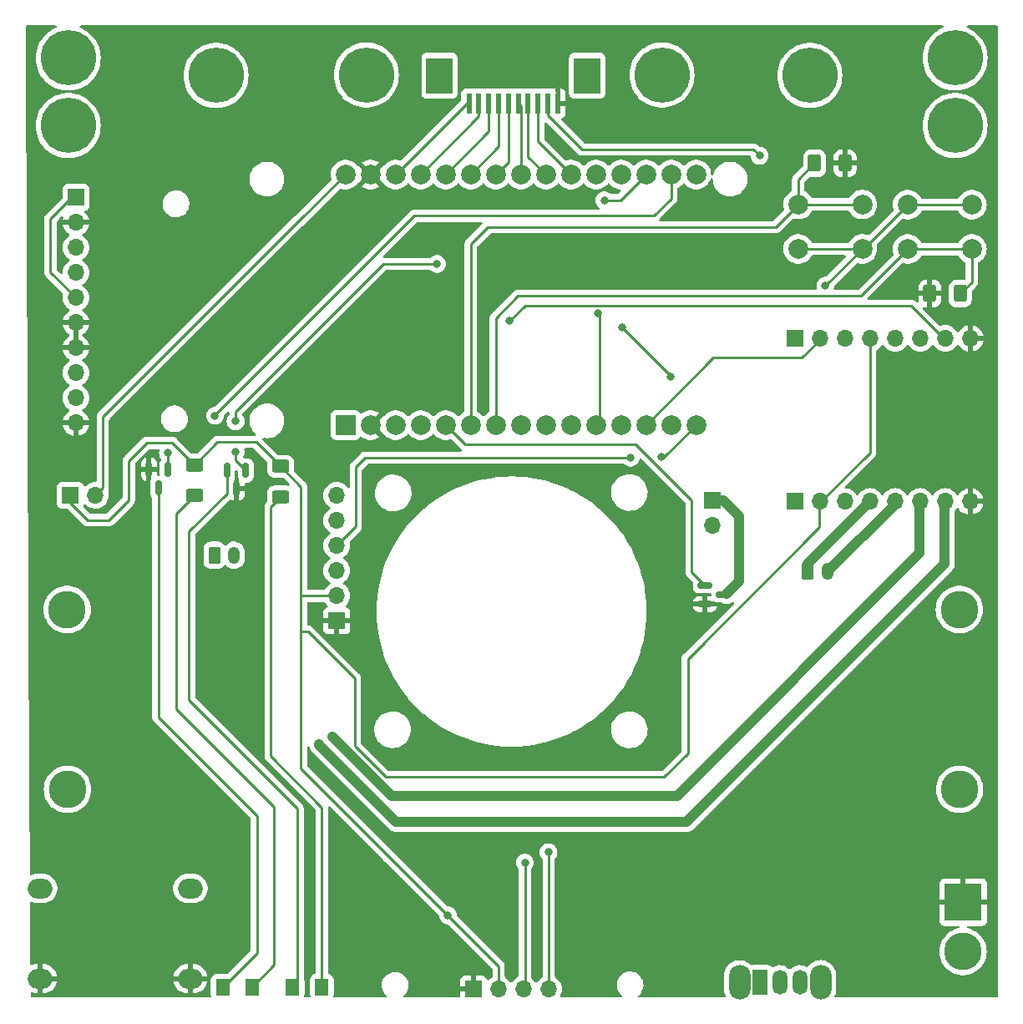
<source format=gtl>
G04 #@! TF.GenerationSoftware,KiCad,Pcbnew,7.0.5*
G04 #@! TF.CreationDate,2023-08-03T15:05:36+02:00*
G04 #@! TF.ProjectId,Siguelineas,53696775-656c-4696-9e65-61732e6b6963,rev?*
G04 #@! TF.SameCoordinates,Original*
G04 #@! TF.FileFunction,Copper,L1,Top*
G04 #@! TF.FilePolarity,Positive*
%FSLAX46Y46*%
G04 Gerber Fmt 4.6, Leading zero omitted, Abs format (unit mm)*
G04 Created by KiCad (PCBNEW 7.0.5) date 2023-08-03 15:05:36*
%MOMM*%
%LPD*%
G01*
G04 APERTURE LIST*
G04 Aperture macros list*
%AMRoundRect*
0 Rectangle with rounded corners*
0 $1 Rounding radius*
0 $2 $3 $4 $5 $6 $7 $8 $9 X,Y pos of 4 corners*
0 Add a 4 corners polygon primitive as box body*
4,1,4,$2,$3,$4,$5,$6,$7,$8,$9,$2,$3,0*
0 Add four circle primitives for the rounded corners*
1,1,$1+$1,$2,$3*
1,1,$1+$1,$4,$5*
1,1,$1+$1,$6,$7*
1,1,$1+$1,$8,$9*
0 Add four rect primitives between the rounded corners*
20,1,$1+$1,$2,$3,$4,$5,0*
20,1,$1+$1,$4,$5,$6,$7,0*
20,1,$1+$1,$6,$7,$8,$9,0*
20,1,$1+$1,$8,$9,$2,$3,0*%
G04 Aperture macros list end*
G04 #@! TA.AperFunction,ComponentPad*
%ADD10R,2.000000X2.000000*%
G04 #@! TD*
G04 #@! TA.AperFunction,ComponentPad*
%ADD11C,2.000000*%
G04 #@! TD*
G04 #@! TA.AperFunction,ComponentPad*
%ADD12C,3.800000*%
G04 #@! TD*
G04 #@! TA.AperFunction,ComponentPad*
%ADD13R,1.700000X1.700000*%
G04 #@! TD*
G04 #@! TA.AperFunction,ComponentPad*
%ADD14O,1.700000X1.700000*%
G04 #@! TD*
G04 #@! TA.AperFunction,SMDPad,CuDef*
%ADD15RoundRect,0.150000X-0.150000X0.587500X-0.150000X-0.587500X0.150000X-0.587500X0.150000X0.587500X0*%
G04 #@! TD*
G04 #@! TA.AperFunction,ComponentPad*
%ADD16C,5.600000*%
G04 #@! TD*
G04 #@! TA.AperFunction,SMDPad,CuDef*
%ADD17RoundRect,0.250000X-0.625000X0.400000X-0.625000X-0.400000X0.625000X-0.400000X0.625000X0.400000X0*%
G04 #@! TD*
G04 #@! TA.AperFunction,SMDPad,CuDef*
%ADD18RoundRect,0.250001X-0.462499X-0.624999X0.462499X-0.624999X0.462499X0.624999X-0.462499X0.624999X0*%
G04 #@! TD*
G04 #@! TA.AperFunction,SMDPad,CuDef*
%ADD19RoundRect,0.150000X-0.587500X-0.150000X0.587500X-0.150000X0.587500X0.150000X-0.587500X0.150000X0*%
G04 #@! TD*
G04 #@! TA.AperFunction,ComponentPad*
%ADD20O,2.200000X3.500000*%
G04 #@! TD*
G04 #@! TA.AperFunction,ComponentPad*
%ADD21R,1.500000X2.500000*%
G04 #@! TD*
G04 #@! TA.AperFunction,ComponentPad*
%ADD22O,1.500000X2.500000*%
G04 #@! TD*
G04 #@! TA.AperFunction,SMDPad,CuDef*
%ADD23RoundRect,0.250000X0.400000X0.625000X-0.400000X0.625000X-0.400000X-0.625000X0.400000X-0.625000X0*%
G04 #@! TD*
G04 #@! TA.AperFunction,ComponentPad*
%ADD24RoundRect,0.250000X-0.350000X-0.625000X0.350000X-0.625000X0.350000X0.625000X-0.350000X0.625000X0*%
G04 #@! TD*
G04 #@! TA.AperFunction,ComponentPad*
%ADD25O,1.200000X1.750000*%
G04 #@! TD*
G04 #@! TA.AperFunction,SMDPad,CuDef*
%ADD26R,0.610000X2.000000*%
G04 #@! TD*
G04 #@! TA.AperFunction,SMDPad,CuDef*
%ADD27R,2.680000X3.600000*%
G04 #@! TD*
G04 #@! TA.AperFunction,SMDPad,CuDef*
%ADD28RoundRect,0.250000X-0.400000X-0.625000X0.400000X-0.625000X0.400000X0.625000X-0.400000X0.625000X0*%
G04 #@! TD*
G04 #@! TA.AperFunction,ComponentPad*
%ADD29O,2.500000X2.000000*%
G04 #@! TD*
G04 #@! TA.AperFunction,ComponentPad*
%ADD30R,3.800000X3.800000*%
G04 #@! TD*
G04 #@! TA.AperFunction,ViaPad*
%ADD31C,0.800000*%
G04 #@! TD*
G04 #@! TA.AperFunction,Conductor*
%ADD32C,0.250000*%
G04 #@! TD*
G04 #@! TA.AperFunction,Conductor*
%ADD33C,1.000000*%
G04 #@! TD*
G04 APERTURE END LIST*
D10*
X127430800Y-83173200D03*
D11*
X129970800Y-83173200D03*
X132510800Y-83173200D03*
X135050800Y-83173200D03*
X137590800Y-83173200D03*
X140130800Y-83173200D03*
X142670800Y-83173200D03*
X145210800Y-83173200D03*
X147750800Y-83173200D03*
X150290800Y-83173200D03*
X152830800Y-83173200D03*
X155370800Y-83173200D03*
X157910800Y-83173200D03*
X160450800Y-83173200D03*
X162990800Y-83173200D03*
X162990800Y-57773200D03*
X160450800Y-57773200D03*
X157910800Y-57773200D03*
X155370800Y-57773200D03*
X152830800Y-57773200D03*
X150290800Y-57773200D03*
X147750800Y-57773200D03*
X145210800Y-57773200D03*
X142670800Y-57773200D03*
X140130800Y-57773200D03*
X137590800Y-57773200D03*
X135050800Y-57773200D03*
X132510800Y-57773200D03*
X129970800Y-57773200D03*
X127430800Y-57773200D03*
D12*
X99237800Y-120116600D03*
D13*
X100101000Y-60101000D03*
D14*
X100101000Y-62641000D03*
X100101000Y-65181000D03*
X100101000Y-67721000D03*
X100101000Y-70261000D03*
X100101000Y-72801000D03*
X100101000Y-75341000D03*
X100101000Y-77881000D03*
X100101000Y-80421000D03*
X100101000Y-82961000D03*
D15*
X117332800Y-87787000D03*
X115432800Y-87787000D03*
X116382800Y-89662000D03*
D16*
X129540000Y-47701200D03*
X189230000Y-45974000D03*
D13*
X126542800Y-103022400D03*
D14*
X126542800Y-100482400D03*
X126542800Y-97942400D03*
X126542800Y-95402400D03*
X126542800Y-92862400D03*
X126542800Y-90322400D03*
D17*
X120853200Y-90474800D03*
X120853200Y-87374800D03*
D12*
X189661800Y-101879400D03*
X99212400Y-101879400D03*
D18*
X122058100Y-140157200D03*
X125033100Y-140157200D03*
D19*
X163880800Y-99420600D03*
X163880800Y-101320600D03*
X165755800Y-100370600D03*
D12*
X189687200Y-120116600D03*
D20*
X167386000Y-139674600D03*
X175586000Y-139674600D03*
D21*
X169486000Y-139674600D03*
D22*
X171486000Y-139674600D03*
X173486000Y-139674600D03*
D23*
X178080000Y-56642000D03*
X174980000Y-56642000D03*
D24*
X174294800Y-98044000D03*
D25*
X176294800Y-98044000D03*
D13*
X172974000Y-90932000D03*
D14*
X175514000Y-90932000D03*
X178054000Y-90932000D03*
X180594000Y-90932000D03*
X183134000Y-90932000D03*
X185674000Y-90932000D03*
X188214000Y-90932000D03*
X190754000Y-90932000D03*
D16*
X114300000Y-47752000D03*
X189230000Y-52832000D03*
D18*
X114971500Y-140157200D03*
X117946500Y-140157200D03*
D13*
X99542600Y-90297000D03*
D14*
X102082600Y-90297000D03*
D13*
X172999400Y-74396600D03*
D14*
X175539400Y-74396600D03*
X178079400Y-74396600D03*
X180619400Y-74396600D03*
X183159400Y-74396600D03*
X185699400Y-74396600D03*
X188239400Y-74396600D03*
X190779400Y-74396600D03*
D16*
X99314000Y-45974000D03*
D15*
X109408000Y-87685400D03*
X107508000Y-87685400D03*
X108458000Y-89560400D03*
D16*
X159512000Y-47701200D03*
D24*
X114128800Y-96367600D03*
D25*
X116128800Y-96367600D03*
D26*
X148949800Y-50563800D03*
X147949800Y-50563800D03*
X146949800Y-50563800D03*
X145949800Y-50563800D03*
X144949800Y-50563800D03*
X143949800Y-50563800D03*
X142949800Y-50563800D03*
X141949800Y-50563800D03*
X140949800Y-50563800D03*
X139949800Y-50563800D03*
D27*
X151939800Y-47763800D03*
X136959800Y-47763800D03*
D13*
X164617400Y-90830400D03*
D14*
X164617400Y-93370400D03*
D28*
X186664000Y-69850000D03*
X189764000Y-69850000D03*
D13*
X140411200Y-140335000D03*
D14*
X142951200Y-140335000D03*
X145491200Y-140335000D03*
X148031200Y-140335000D03*
D11*
X173330800Y-60818200D03*
X179830800Y-60818200D03*
X173330800Y-65318200D03*
X179830800Y-65318200D03*
X190930600Y-65343600D03*
X184430600Y-65343600D03*
X190930600Y-60843600D03*
X184430600Y-60843600D03*
D16*
X174498000Y-47752000D03*
D29*
X96469200Y-130151600D03*
X96469200Y-139291600D03*
X111709200Y-130151600D03*
X111709200Y-139291600D03*
D12*
X190042800Y-136550400D03*
D30*
X190042800Y-131550400D03*
D16*
X99314000Y-52832000D03*
D17*
X112115600Y-87222400D03*
X112115600Y-90322400D03*
D31*
X105613200Y-137261600D03*
X129489200Y-136398000D03*
X137820400Y-132892800D03*
X117246400Y-92506800D03*
X151130000Y-116484400D03*
X126136400Y-114757200D03*
X124764800Y-115570000D03*
X116281200Y-85902800D03*
X116281200Y-82804000D03*
X109423200Y-86004400D03*
X114198400Y-82245200D03*
X106934000Y-74218800D03*
X155498800Y-73304400D03*
X145618200Y-127533400D03*
X160350200Y-78282800D03*
X148005800Y-126492000D03*
X153009600Y-71819100D03*
X144068800Y-72644000D03*
X156337000Y-86487000D03*
X159435800Y-86410800D03*
X153670000Y-60401200D03*
X136702800Y-66852800D03*
X176072800Y-69062600D03*
X169418000Y-55880000D03*
D32*
X122910600Y-117983000D02*
X122910600Y-117398800D01*
X137820400Y-132892800D02*
X122910600Y-117983000D01*
X142951200Y-138023600D02*
X137820400Y-132892800D01*
X142951200Y-140335000D02*
X142951200Y-138023600D01*
X111556800Y-93980000D02*
X115432800Y-90104000D01*
X111556800Y-111048800D02*
X111556800Y-93980000D01*
X122555000Y-122047000D02*
X111556800Y-111048800D01*
X122555000Y-139660300D02*
X122555000Y-122047000D01*
X122058100Y-140157200D02*
X122555000Y-139660300D01*
X115432800Y-90104000D02*
X115432800Y-87787000D01*
X110286800Y-92151200D02*
X112115600Y-90322400D01*
X110286800Y-112014000D02*
X110286800Y-92151200D01*
X120192800Y-121920000D02*
X110286800Y-112014000D01*
X120192800Y-137910900D02*
X120192800Y-121920000D01*
X117946500Y-140157200D02*
X120192800Y-137910900D01*
D33*
X126136400Y-114808000D02*
X126136400Y-114757200D01*
X127304800Y-115976400D02*
X126136400Y-114808000D01*
X124764800Y-115620800D02*
X124764800Y-115570000D01*
X125323600Y-116179600D02*
X124764800Y-115620800D01*
X183134000Y-91204800D02*
X176294800Y-98044000D01*
X183134000Y-90932000D02*
X183134000Y-91204800D01*
X174294800Y-97231200D02*
X174294800Y-98044000D01*
X180594000Y-90932000D02*
X174294800Y-97231200D01*
D32*
X118465600Y-122809000D02*
X108458000Y-112801400D01*
X118465600Y-136663100D02*
X118465600Y-122809000D01*
X108458000Y-112801400D02*
X108458000Y-89560400D01*
X114971500Y-140157200D02*
X118465600Y-136663100D01*
X116281200Y-81838800D02*
X116281200Y-82804000D01*
X131267200Y-66852800D02*
X116281200Y-81838800D01*
X136702800Y-66852800D02*
X131267200Y-66852800D01*
X116281200Y-86735400D02*
X117332800Y-87787000D01*
X116281200Y-85902800D02*
X116281200Y-86735400D01*
X158699200Y-61976000D02*
X160450800Y-60224400D01*
X134416800Y-61976000D02*
X158699200Y-61976000D01*
X160450800Y-60224400D02*
X160450800Y-57773200D01*
X114198400Y-82194400D02*
X134416800Y-61976000D01*
X114198400Y-82245200D02*
X114198400Y-82194400D01*
X109423200Y-87670200D02*
X109408000Y-87685400D01*
X109423200Y-86004400D02*
X109423200Y-87670200D01*
X114451200Y-84886800D02*
X112115600Y-87222400D01*
X118365200Y-84886800D02*
X114451200Y-84886800D01*
X120853200Y-87374800D02*
X118365200Y-84886800D01*
X105460800Y-86817200D02*
X107289600Y-84988400D01*
X109881600Y-84988400D02*
X112115600Y-87222400D01*
X103428800Y-92811600D02*
X105460800Y-90779600D01*
X101295200Y-92811600D02*
X103428800Y-92811600D01*
X99542600Y-91059000D02*
X101295200Y-92811600D01*
X105460800Y-90779600D02*
X105460800Y-86817200D01*
X99542600Y-90297000D02*
X99542600Y-91059000D01*
X107289600Y-84988400D02*
X109881600Y-84988400D01*
X119837200Y-91490800D02*
X120853200Y-90474800D01*
X119837200Y-116738400D02*
X119837200Y-91490800D01*
X125033100Y-121934300D02*
X119837200Y-116738400D01*
X125033100Y-140157200D02*
X125033100Y-121934300D01*
X122910600Y-89432200D02*
X120853200Y-87374800D01*
X122910600Y-117398800D02*
X122910600Y-89432200D01*
X123647200Y-104140000D02*
X122910600Y-104140000D01*
X128371600Y-108864400D02*
X123647200Y-104140000D01*
X128371600Y-115722400D02*
X128371600Y-108864400D01*
X131521200Y-118872000D02*
X128371600Y-115722400D01*
X162128200Y-106857800D02*
X162128200Y-116484400D01*
X175498914Y-93487086D02*
X162128200Y-106857800D01*
X159740600Y-118872000D02*
X131521200Y-118872000D01*
X175498914Y-91069314D02*
X175498914Y-93487086D01*
X162128200Y-116484400D02*
X159740600Y-118872000D01*
X180604314Y-85963914D02*
X175498914Y-91069314D01*
X180604314Y-74533914D02*
X180604314Y-85963914D01*
X106934000Y-74218800D02*
X106959400Y-74193400D01*
X106959400Y-74193400D02*
X106984800Y-74193400D01*
X106984800Y-74193400D02*
X107010200Y-74218800D01*
X106908600Y-74193400D02*
X106934000Y-74218800D01*
X165755800Y-100370600D02*
X165811200Y-100315200D01*
D33*
X167309800Y-99034600D02*
X167309800Y-92379800D01*
D32*
X165811200Y-100315200D02*
X166029200Y-100315200D01*
D33*
X166029200Y-100315200D02*
X167309800Y-99034600D01*
X167309800Y-92379800D02*
X165760400Y-90830400D01*
X165760400Y-90830400D02*
X164617400Y-90830400D01*
D32*
X146949800Y-54432200D02*
X146949800Y-50563800D01*
X150290800Y-57773200D02*
X146949800Y-54432200D01*
X147750800Y-57773200D02*
X145949800Y-55972200D01*
X145949800Y-55972200D02*
X145949800Y-50563800D01*
X145210800Y-57773200D02*
X145210800Y-50824800D01*
X145210800Y-50824800D02*
X144949800Y-50563800D01*
X143949800Y-56494200D02*
X143949800Y-50563800D01*
X142670800Y-57773200D02*
X143949800Y-56494200D01*
X140130800Y-57773200D02*
X142949800Y-54954200D01*
X142949800Y-54954200D02*
X142949800Y-50563800D01*
X141949800Y-53414200D02*
X141949800Y-50563800D01*
X137590800Y-57773200D02*
X141949800Y-53414200D01*
X100101000Y-60101000D02*
X99690400Y-60101000D01*
X99690400Y-60101000D02*
X97510600Y-62280800D01*
X97510600Y-62280800D02*
X97510600Y-67670600D01*
X97510600Y-67670600D02*
X100101000Y-70261000D01*
X145618200Y-140208000D02*
X145491200Y-140335000D01*
X145618200Y-127533400D02*
X145618200Y-140208000D01*
X155498800Y-73304400D02*
X160350200Y-78155800D01*
X160350200Y-78155800D02*
X160350200Y-78282800D01*
X148031200Y-126517400D02*
X148031200Y-140335000D01*
X148005800Y-126492000D02*
X148031200Y-126517400D01*
X153162000Y-71971500D02*
X153162000Y-82842000D01*
X153162000Y-82842000D02*
X152830800Y-83173200D01*
X153009600Y-71819100D02*
X153162000Y-71971500D01*
D33*
X161036000Y-120802400D02*
X185658914Y-96179486D01*
X132130800Y-120802400D02*
X161036000Y-120802400D01*
X185658914Y-96179486D02*
X185658914Y-91069314D01*
X127304800Y-115976400D02*
X132130800Y-120802400D01*
X188198914Y-97220886D02*
X188198914Y-91069314D01*
X162001200Y-123418600D02*
X188198914Y-97220886D01*
X125323600Y-116179600D02*
X132562600Y-123418600D01*
X132562600Y-123418600D02*
X162001200Y-123418600D01*
D32*
X164731600Y-76352400D02*
X157910800Y-83173200D01*
X173705828Y-76352400D02*
X164731600Y-76352400D01*
X175524314Y-74533914D02*
X173705828Y-76352400D01*
X145618200Y-71094600D02*
X144068800Y-72644000D01*
X184785000Y-71094600D02*
X145618200Y-71094600D01*
X188224314Y-74533914D02*
X184785000Y-71094600D01*
X128473200Y-93472000D02*
X126542800Y-95402400D01*
X128473200Y-87452200D02*
X128473200Y-93472000D01*
X156337000Y-86487000D02*
X129438400Y-86487000D01*
X159753200Y-86410800D02*
X162990800Y-83173200D01*
X159435800Y-86410800D02*
X159753200Y-86410800D01*
X129438400Y-86487000D02*
X128473200Y-87452200D01*
X122720000Y-62484000D02*
X127430800Y-57773200D01*
X102819200Y-89560400D02*
X102819200Y-82346800D01*
X122682000Y-62484000D02*
X122720000Y-62484000D01*
X102082600Y-90297000D02*
X102819200Y-89560400D01*
X102819200Y-82346800D02*
X122682000Y-62484000D01*
X162534600Y-90830400D02*
X156819600Y-85115400D01*
X162534600Y-98074400D02*
X162534600Y-90830400D01*
X163880800Y-99420600D02*
X162534600Y-98074400D01*
X139533000Y-85115400D02*
X137590800Y-83173200D01*
X156819600Y-85115400D02*
X139533000Y-85115400D01*
X155282800Y-60401200D02*
X157910800Y-57773200D01*
X153670000Y-60401200D02*
X155282800Y-60401200D01*
X173330800Y-60818200D02*
X173330800Y-58291200D01*
X173330800Y-60818200D02*
X171030000Y-63119000D01*
X173330800Y-58291200D02*
X174980000Y-56642000D01*
X140130800Y-64847200D02*
X140130800Y-83173200D01*
X179830800Y-60818200D02*
X173330800Y-60818200D01*
X141859000Y-63119000D02*
X140130800Y-64847200D01*
X171030000Y-63119000D02*
X141859000Y-63119000D01*
X140949800Y-51874200D02*
X140949800Y-50563800D01*
X135050800Y-57773200D02*
X140949800Y-51874200D01*
X139720200Y-50563800D02*
X139949800Y-50563800D01*
X132510800Y-57773200D02*
X139720200Y-50563800D01*
X184430600Y-60843600D02*
X179956000Y-65318200D01*
X179956000Y-65318200D02*
X179830800Y-65318200D01*
X190930600Y-60843600D02*
X184430600Y-60843600D01*
X179830800Y-65318200D02*
X173330800Y-65318200D01*
X147949800Y-51813800D02*
X147949800Y-50563800D01*
X168783000Y-55245000D02*
X151381000Y-55245000D01*
X151381000Y-55245000D02*
X147949800Y-51813800D01*
X176072800Y-69062600D02*
X176086400Y-69062600D01*
X123012200Y-100482400D02*
X126542800Y-100482400D01*
X169418000Y-55880000D02*
X168783000Y-55245000D01*
X176086400Y-69062600D02*
X179830800Y-65318200D01*
X144907000Y-70104000D02*
X142670800Y-72340200D01*
X190930600Y-65343600D02*
X184430600Y-65343600D01*
X190930600Y-68683400D02*
X189764000Y-69850000D01*
X184430600Y-65343600D02*
X179670200Y-70104000D01*
X142670800Y-72340200D02*
X142670800Y-83173200D01*
X190930600Y-65343600D02*
X190930600Y-68683400D01*
X179670200Y-70104000D02*
X144907000Y-70104000D01*
G04 #@! TA.AperFunction,Conductor*
G36*
X100351000Y-74905498D02*
G01*
X100243315Y-74856320D01*
X100136763Y-74841000D01*
X100065237Y-74841000D01*
X99958685Y-74856320D01*
X99851000Y-74905498D01*
X99851000Y-73236501D01*
X99958685Y-73285680D01*
X100065237Y-73301000D01*
X100136763Y-73301000D01*
X100243315Y-73285680D01*
X100351000Y-73236501D01*
X100351000Y-74905498D01*
G37*
G04 #@! TD.AperFunction*
G04 #@! TA.AperFunction,Conductor*
G36*
X98751806Y-62026695D02*
G01*
X98807740Y-62068566D01*
X98832157Y-62134031D01*
X98828248Y-62174970D01*
X98770363Y-62390999D01*
X98770364Y-62391000D01*
X99667314Y-62391000D01*
X99641507Y-62431156D01*
X99601000Y-62569111D01*
X99601000Y-62712889D01*
X99641507Y-62850844D01*
X99667314Y-62891000D01*
X98770364Y-62891000D01*
X98827567Y-63104486D01*
X98827570Y-63104492D01*
X98927399Y-63318578D01*
X99062894Y-63512082D01*
X99229917Y-63679105D01*
X99415595Y-63809119D01*
X99459219Y-63863696D01*
X99466412Y-63933195D01*
X99434890Y-63995549D01*
X99415595Y-64012269D01*
X99229594Y-64142508D01*
X99062505Y-64309597D01*
X98926965Y-64503169D01*
X98926964Y-64503171D01*
X98827098Y-64717335D01*
X98827094Y-64717344D01*
X98765938Y-64945586D01*
X98765936Y-64945596D01*
X98745341Y-65180999D01*
X98745341Y-65181000D01*
X98765936Y-65416403D01*
X98765938Y-65416413D01*
X98827094Y-65644655D01*
X98827096Y-65644659D01*
X98827097Y-65644663D01*
X98901653Y-65804548D01*
X98926965Y-65858830D01*
X98926967Y-65858834D01*
X99062501Y-66052395D01*
X99062506Y-66052402D01*
X99229597Y-66219493D01*
X99229603Y-66219498D01*
X99415158Y-66349425D01*
X99458783Y-66404002D01*
X99465977Y-66473500D01*
X99434454Y-66535855D01*
X99415158Y-66552575D01*
X99229597Y-66682505D01*
X99062505Y-66849597D01*
X98926965Y-67043169D01*
X98926964Y-67043171D01*
X98827098Y-67257335D01*
X98827094Y-67257344D01*
X98765938Y-67485586D01*
X98765936Y-67485596D01*
X98745341Y-67720999D01*
X98745341Y-67721388D01*
X98745292Y-67721553D01*
X98744869Y-67726394D01*
X98743896Y-67726308D01*
X98725656Y-67788427D01*
X98672852Y-67834182D01*
X98603694Y-67844126D01*
X98540138Y-67815101D01*
X98533660Y-67809069D01*
X98172419Y-67447828D01*
X98138934Y-67386505D01*
X98136100Y-67360147D01*
X98136100Y-62591251D01*
X98155785Y-62524212D01*
X98172419Y-62503570D01*
X98395970Y-62280019D01*
X98620794Y-62055194D01*
X98682115Y-62021711D01*
X98751806Y-62026695D01*
G37*
G04 #@! TD.AperFunction*
G04 #@! TA.AperFunction,Conductor*
G36*
X98094449Y-42691685D02*
G01*
X98140204Y-42744489D01*
X98150148Y-42813647D01*
X98121123Y-42877203D01*
X98079478Y-42908538D01*
X97943271Y-42971553D01*
X97765745Y-43053685D01*
X97503415Y-43211524D01*
X97459081Y-43238200D01*
X97370768Y-43305333D01*
X97174172Y-43454781D01*
X97174163Y-43454789D01*
X96914331Y-43700914D01*
X96682641Y-43973680D01*
X96682634Y-43973690D01*
X96481790Y-44269913D01*
X96481784Y-44269922D01*
X96314151Y-44586111D01*
X96314142Y-44586129D01*
X96181674Y-44918600D01*
X96181672Y-44918607D01*
X96085932Y-45263434D01*
X96085926Y-45263460D01*
X96028029Y-45616614D01*
X96028028Y-45616631D01*
X96008652Y-45973997D01*
X96008652Y-45974002D01*
X96028028Y-46331368D01*
X96028029Y-46331385D01*
X96085926Y-46684539D01*
X96085932Y-46684565D01*
X96181672Y-47029392D01*
X96181674Y-47029399D01*
X96314142Y-47361870D01*
X96314151Y-47361888D01*
X96481784Y-47678077D01*
X96481787Y-47678082D01*
X96481789Y-47678085D01*
X96497461Y-47701200D01*
X96682634Y-47974309D01*
X96682641Y-47974319D01*
X96914331Y-48247085D01*
X96914332Y-48247086D01*
X97174163Y-48493211D01*
X97459081Y-48709800D01*
X97765747Y-48894315D01*
X97765749Y-48894316D01*
X97765751Y-48894317D01*
X97765755Y-48894319D01*
X98090552Y-49044585D01*
X98090565Y-49044591D01*
X98429726Y-49158868D01*
X98779254Y-49235805D01*
X99135052Y-49274500D01*
X99135058Y-49274500D01*
X99492942Y-49274500D01*
X99492948Y-49274500D01*
X99848746Y-49235805D01*
X100198274Y-49158868D01*
X100537435Y-49044591D01*
X100862253Y-48894315D01*
X101168919Y-48709800D01*
X101453837Y-48493211D01*
X101713668Y-48247086D01*
X101945365Y-47974311D01*
X102096095Y-47752000D01*
X110994652Y-47752000D01*
X111011274Y-48058585D01*
X111014028Y-48109368D01*
X111014029Y-48109385D01*
X111071926Y-48462539D01*
X111071932Y-48462565D01*
X111167672Y-48807392D01*
X111167674Y-48807399D01*
X111300142Y-49139870D01*
X111300151Y-49139888D01*
X111467784Y-49456077D01*
X111467787Y-49456082D01*
X111467789Y-49456085D01*
X111634197Y-49701519D01*
X111668634Y-49752309D01*
X111668641Y-49752319D01*
X111812215Y-49921347D01*
X111900332Y-50025086D01*
X112160163Y-50271211D01*
X112445081Y-50487800D01*
X112751747Y-50672315D01*
X112751749Y-50672316D01*
X112751751Y-50672317D01*
X112751755Y-50672319D01*
X112966762Y-50771791D01*
X113076565Y-50822591D01*
X113415726Y-50936868D01*
X113765254Y-51013805D01*
X114121052Y-51052500D01*
X114121058Y-51052500D01*
X114478942Y-51052500D01*
X114478948Y-51052500D01*
X114834746Y-51013805D01*
X115184274Y-50936868D01*
X115523435Y-50822591D01*
X115848253Y-50672315D01*
X116154919Y-50487800D01*
X116439837Y-50271211D01*
X116699668Y-50025086D01*
X116931365Y-49752311D01*
X117132211Y-49456085D01*
X117299853Y-49139880D01*
X117432324Y-48807403D01*
X117528071Y-48462552D01*
X117585972Y-48109371D01*
X117605348Y-47752000D01*
X117602594Y-47701200D01*
X126234652Y-47701200D01*
X126249459Y-47974309D01*
X126254028Y-48058568D01*
X126254029Y-48058585D01*
X126311926Y-48411739D01*
X126311932Y-48411765D01*
X126407672Y-48756592D01*
X126407674Y-48756599D01*
X126540142Y-49089070D01*
X126540151Y-49089088D01*
X126707784Y-49405277D01*
X126707787Y-49405282D01*
X126707789Y-49405285D01*
X126888139Y-49671282D01*
X126908634Y-49701509D01*
X126908641Y-49701519D01*
X127095364Y-49921346D01*
X127140332Y-49974286D01*
X127400163Y-50220411D01*
X127685081Y-50437000D01*
X127991747Y-50621515D01*
X127991749Y-50621516D01*
X127991751Y-50621517D01*
X127991755Y-50621519D01*
X128139343Y-50689800D01*
X128316565Y-50771791D01*
X128655726Y-50886068D01*
X129005254Y-50963005D01*
X129361052Y-51001700D01*
X129361058Y-51001700D01*
X129718942Y-51001700D01*
X129718948Y-51001700D01*
X130074746Y-50963005D01*
X130424274Y-50886068D01*
X130763435Y-50771791D01*
X131088253Y-50621515D01*
X131394919Y-50437000D01*
X131679837Y-50220411D01*
X131939668Y-49974286D01*
X132171365Y-49701511D01*
X132232279Y-49611670D01*
X135119300Y-49611670D01*
X135119301Y-49611676D01*
X135125708Y-49671283D01*
X135176002Y-49806128D01*
X135176006Y-49806135D01*
X135262252Y-49921344D01*
X135262255Y-49921347D01*
X135377464Y-50007593D01*
X135377471Y-50007597D01*
X135512317Y-50057891D01*
X135512316Y-50057891D01*
X135519244Y-50058635D01*
X135571927Y-50064300D01*
X138347672Y-50064299D01*
X138407283Y-50057891D01*
X138542131Y-50007596D01*
X138657346Y-49921346D01*
X138743596Y-49806131D01*
X138793891Y-49671283D01*
X138800300Y-49611673D01*
X138800299Y-45915928D01*
X138793891Y-45856317D01*
X138754867Y-45751689D01*
X138743597Y-45721471D01*
X138743593Y-45721464D01*
X138657347Y-45606255D01*
X138657344Y-45606252D01*
X138542135Y-45520006D01*
X138542128Y-45520002D01*
X138407282Y-45469708D01*
X138407283Y-45469708D01*
X138347683Y-45463301D01*
X138347681Y-45463300D01*
X138347673Y-45463300D01*
X138347664Y-45463300D01*
X135571929Y-45463300D01*
X135571923Y-45463301D01*
X135512316Y-45469708D01*
X135377471Y-45520002D01*
X135377464Y-45520006D01*
X135262255Y-45606252D01*
X135262252Y-45606255D01*
X135176006Y-45721464D01*
X135176002Y-45721471D01*
X135125708Y-45856317D01*
X135119301Y-45915916D01*
X135119301Y-45915923D01*
X135119300Y-45915935D01*
X135119300Y-49611670D01*
X132232279Y-49611670D01*
X132372211Y-49405285D01*
X132539853Y-49089080D01*
X132672324Y-48756603D01*
X132768071Y-48411752D01*
X132795067Y-48247085D01*
X132825970Y-48058585D01*
X132825970Y-48058582D01*
X132825972Y-48058571D01*
X132845348Y-47701200D01*
X132825972Y-47343829D01*
X132768071Y-46990648D01*
X132686429Y-46696600D01*
X132672327Y-46645807D01*
X132672325Y-46645800D01*
X132539857Y-46313329D01*
X132539848Y-46313311D01*
X132372215Y-45997122D01*
X132372213Y-45997119D01*
X132372211Y-45997115D01*
X132171365Y-45700889D01*
X132171361Y-45700884D01*
X132171358Y-45700880D01*
X131939668Y-45428114D01*
X131939667Y-45428113D01*
X131679837Y-45181989D01*
X131679830Y-45181983D01*
X131679827Y-45181981D01*
X131612245Y-45130607D01*
X131394919Y-44965400D01*
X131088253Y-44780885D01*
X131088252Y-44780884D01*
X131088248Y-44780882D01*
X131088244Y-44780880D01*
X130763447Y-44630614D01*
X130763441Y-44630611D01*
X130763435Y-44630609D01*
X130575040Y-44567131D01*
X130424273Y-44516331D01*
X130074744Y-44439394D01*
X129718949Y-44400700D01*
X129718948Y-44400700D01*
X129361052Y-44400700D01*
X129361050Y-44400700D01*
X129005255Y-44439394D01*
X128655726Y-44516331D01*
X128399970Y-44602506D01*
X128316565Y-44630609D01*
X128316562Y-44630610D01*
X128316563Y-44630610D01*
X128316552Y-44630614D01*
X127991755Y-44780880D01*
X127991751Y-44780882D01*
X127763367Y-44918296D01*
X127685081Y-44965400D01*
X127618256Y-45016199D01*
X127400172Y-45181981D01*
X127400163Y-45181989D01*
X127140331Y-45428114D01*
X126908641Y-45700880D01*
X126908634Y-45700890D01*
X126707790Y-45997113D01*
X126707784Y-45997122D01*
X126540151Y-46313311D01*
X126540142Y-46313329D01*
X126407674Y-46645800D01*
X126407672Y-46645807D01*
X126311932Y-46990634D01*
X126311926Y-46990660D01*
X126254029Y-47343814D01*
X126254028Y-47343827D01*
X126254028Y-47343829D01*
X126234652Y-47701200D01*
X117602594Y-47701200D01*
X117585972Y-47394629D01*
X117580604Y-47361888D01*
X117528073Y-47041460D01*
X117528072Y-47041459D01*
X117528071Y-47041448D01*
X117432324Y-46696597D01*
X117299853Y-46364120D01*
X117132211Y-46047915D01*
X116931365Y-45751689D01*
X116931361Y-45751684D01*
X116931358Y-45751680D01*
X116699668Y-45478914D01*
X116689949Y-45469708D01*
X116439837Y-45232789D01*
X116439830Y-45232783D01*
X116439827Y-45232781D01*
X116372245Y-45181407D01*
X116154919Y-45016200D01*
X115848253Y-44831685D01*
X115848252Y-44831684D01*
X115848248Y-44831682D01*
X115848244Y-44831680D01*
X115523447Y-44681414D01*
X115523441Y-44681411D01*
X115523435Y-44681409D01*
X115353854Y-44624270D01*
X115184273Y-44567131D01*
X114834744Y-44490194D01*
X114478949Y-44451500D01*
X114478948Y-44451500D01*
X114121052Y-44451500D01*
X114121050Y-44451500D01*
X113765255Y-44490194D01*
X113415726Y-44567131D01*
X113159970Y-44653306D01*
X113076565Y-44681409D01*
X113076562Y-44681410D01*
X113076563Y-44681410D01*
X113076552Y-44681414D01*
X112751755Y-44831680D01*
X112751751Y-44831682D01*
X112529513Y-44965399D01*
X112445081Y-45016200D01*
X112356768Y-45083333D01*
X112160172Y-45232781D01*
X112160163Y-45232789D01*
X111900331Y-45478914D01*
X111668641Y-45751680D01*
X111668634Y-45751690D01*
X111467790Y-46047913D01*
X111467784Y-46047922D01*
X111300151Y-46364111D01*
X111300142Y-46364129D01*
X111167674Y-46696600D01*
X111167672Y-46696607D01*
X111071932Y-47041434D01*
X111071926Y-47041460D01*
X111014029Y-47394614D01*
X111014028Y-47394631D01*
X110998660Y-47678085D01*
X110994652Y-47752000D01*
X102096095Y-47752000D01*
X102146211Y-47678085D01*
X102313853Y-47361880D01*
X102446324Y-47029403D01*
X102542071Y-46684552D01*
X102599972Y-46331371D01*
X102619348Y-45974000D01*
X102599972Y-45616629D01*
X102598271Y-45606255D01*
X102542073Y-45263460D01*
X102542072Y-45263459D01*
X102542071Y-45263448D01*
X102459319Y-44965400D01*
X102446327Y-44918607D01*
X102446325Y-44918600D01*
X102313857Y-44586129D01*
X102313848Y-44586111D01*
X102303785Y-44567131D01*
X102146211Y-44269915D01*
X101945365Y-43973689D01*
X101945361Y-43973684D01*
X101945358Y-43973680D01*
X101713668Y-43700914D01*
X101713667Y-43700914D01*
X101453837Y-43454789D01*
X101453830Y-43454783D01*
X101453827Y-43454781D01*
X101386245Y-43403407D01*
X101168919Y-43238200D01*
X100993418Y-43132604D01*
X100862254Y-43053685D01*
X100738468Y-42996416D01*
X100548522Y-42908538D01*
X100495946Y-42862525D01*
X100476592Y-42795390D01*
X100496606Y-42728448D01*
X100549634Y-42682953D01*
X100600590Y-42672000D01*
X187943410Y-42672000D01*
X188010449Y-42691685D01*
X188056204Y-42744489D01*
X188066148Y-42813647D01*
X188037123Y-42877203D01*
X187995478Y-42908538D01*
X187859271Y-42971553D01*
X187681745Y-43053685D01*
X187419415Y-43211524D01*
X187375081Y-43238200D01*
X187286768Y-43305333D01*
X187090172Y-43454781D01*
X187090163Y-43454789D01*
X186830331Y-43700914D01*
X186598641Y-43973680D01*
X186598634Y-43973690D01*
X186397790Y-44269913D01*
X186397784Y-44269922D01*
X186230151Y-44586111D01*
X186230142Y-44586129D01*
X186097674Y-44918600D01*
X186097672Y-44918607D01*
X186001932Y-45263434D01*
X186001926Y-45263460D01*
X185944029Y-45616614D01*
X185944028Y-45616631D01*
X185924652Y-45973997D01*
X185924652Y-45974002D01*
X185944028Y-46331368D01*
X185944029Y-46331385D01*
X186001926Y-46684539D01*
X186001932Y-46684565D01*
X186097672Y-47029392D01*
X186097674Y-47029399D01*
X186230142Y-47361870D01*
X186230151Y-47361888D01*
X186397784Y-47678077D01*
X186397787Y-47678082D01*
X186397789Y-47678085D01*
X186413461Y-47701200D01*
X186598634Y-47974309D01*
X186598641Y-47974319D01*
X186830331Y-48247085D01*
X186830332Y-48247086D01*
X187090163Y-48493211D01*
X187375081Y-48709800D01*
X187681747Y-48894315D01*
X187681749Y-48894316D01*
X187681751Y-48894317D01*
X187681755Y-48894319D01*
X188006552Y-49044585D01*
X188006565Y-49044591D01*
X188345726Y-49158868D01*
X188695254Y-49235805D01*
X189051052Y-49274500D01*
X189051058Y-49274500D01*
X189408942Y-49274500D01*
X189408948Y-49274500D01*
X189764746Y-49235805D01*
X190114274Y-49158868D01*
X190453435Y-49044591D01*
X190778253Y-48894315D01*
X191084919Y-48709800D01*
X191369837Y-48493211D01*
X191629668Y-48247086D01*
X191861365Y-47974311D01*
X192062211Y-47678085D01*
X192229853Y-47361880D01*
X192362324Y-47029403D01*
X192458071Y-46684552D01*
X192515972Y-46331371D01*
X192535348Y-45974000D01*
X192515972Y-45616629D01*
X192514271Y-45606255D01*
X192458073Y-45263460D01*
X192458072Y-45263459D01*
X192458071Y-45263448D01*
X192375319Y-44965400D01*
X192362327Y-44918607D01*
X192362325Y-44918600D01*
X192229857Y-44586129D01*
X192229848Y-44586111D01*
X192219785Y-44567131D01*
X192062211Y-44269915D01*
X191861365Y-43973689D01*
X191861361Y-43973684D01*
X191861358Y-43973680D01*
X191629668Y-43700914D01*
X191629667Y-43700914D01*
X191369837Y-43454789D01*
X191369830Y-43454783D01*
X191369827Y-43454781D01*
X191302245Y-43403407D01*
X191084919Y-43238200D01*
X190909418Y-43132604D01*
X190778254Y-43053685D01*
X190654468Y-42996416D01*
X190464522Y-42908538D01*
X190411946Y-42862525D01*
X190392592Y-42795390D01*
X190412606Y-42728448D01*
X190465634Y-42682953D01*
X190516590Y-42672000D01*
X193424000Y-42672000D01*
X193491039Y-42691685D01*
X193536794Y-42744489D01*
X193548000Y-42796000D01*
X193548000Y-141100000D01*
X193528315Y-141167039D01*
X193475511Y-141212794D01*
X193424000Y-141224000D01*
X177131405Y-141224000D01*
X177064366Y-141204315D01*
X177018611Y-141151511D01*
X177008667Y-141082353D01*
X177016844Y-141052547D01*
X177075878Y-140910025D01*
X177112873Y-140820711D01*
X177171683Y-140575748D01*
X177186500Y-140387482D01*
X177186500Y-138961718D01*
X177171683Y-138773452D01*
X177112873Y-138528489D01*
X177016466Y-138295740D01*
X176884839Y-138080946D01*
X176884838Y-138080943D01*
X176802252Y-137984248D01*
X176721224Y-137889376D01*
X176585210Y-137773209D01*
X176529656Y-137725761D01*
X176529653Y-137725760D01*
X176314859Y-137594133D01*
X176082110Y-137497726D01*
X175837151Y-137438917D01*
X175586000Y-137419151D01*
X175334848Y-137438917D01*
X175089889Y-137497726D01*
X174857140Y-137594133D01*
X174642346Y-137725760D01*
X174642343Y-137725761D01*
X174450776Y-137889376D01*
X174290525Y-138077005D01*
X174232018Y-138115198D01*
X174162150Y-138115696D01*
X174127924Y-138099960D01*
X174080966Y-138068963D01*
X173873995Y-137980499D01*
X173873982Y-137980495D01*
X173654542Y-137930410D01*
X173654538Y-137930409D01*
X173654537Y-137930409D01*
X173654536Y-137930408D01*
X173654531Y-137930408D01*
X173429674Y-137920310D01*
X173429673Y-137920310D01*
X173429670Y-137920310D01*
X173206613Y-137950525D01*
X173206610Y-137950525D01*
X173206609Y-137950526D01*
X172992534Y-138020083D01*
X172794321Y-138126746D01*
X172794318Y-138126748D01*
X172618337Y-138267088D01*
X172618329Y-138267096D01*
X172579874Y-138311111D01*
X172520942Y-138348644D01*
X172451073Y-138348358D01*
X172400803Y-138319152D01*
X172361404Y-138281483D01*
X172268825Y-138192968D01*
X172268823Y-138192966D01*
X172080966Y-138068963D01*
X171873995Y-137980499D01*
X171873982Y-137980495D01*
X171654542Y-137930410D01*
X171654538Y-137930409D01*
X171654537Y-137930409D01*
X171654536Y-137930408D01*
X171654531Y-137930408D01*
X171429674Y-137920310D01*
X171429673Y-137920310D01*
X171429670Y-137920310D01*
X171206613Y-137950525D01*
X171206610Y-137950525D01*
X171206609Y-137950526D01*
X170992534Y-138020083D01*
X170794311Y-138126752D01*
X170789669Y-138129817D01*
X170788614Y-138128219D01*
X170731817Y-138151388D01*
X170663126Y-138138612D01*
X170619960Y-138102339D01*
X170603945Y-138080946D01*
X170593546Y-138067054D01*
X170593545Y-138067053D01*
X170593544Y-138067052D01*
X170478335Y-137980806D01*
X170478328Y-137980802D01*
X170343482Y-137930508D01*
X170343483Y-137930508D01*
X170283883Y-137924101D01*
X170283881Y-137924100D01*
X170283873Y-137924100D01*
X170283864Y-137924100D01*
X168688129Y-137924100D01*
X168688118Y-137924101D01*
X168627472Y-137930620D01*
X168558713Y-137918212D01*
X168525368Y-137892121D01*
X168524669Y-137892821D01*
X168521227Y-137889379D01*
X168521225Y-137889377D01*
X168521224Y-137889376D01*
X168385210Y-137773209D01*
X168329656Y-137725761D01*
X168329653Y-137725760D01*
X168114859Y-137594133D01*
X167882110Y-137497726D01*
X167637151Y-137438917D01*
X167448787Y-137424092D01*
X167386000Y-137419151D01*
X167385999Y-137419151D01*
X167134848Y-137438917D01*
X166889889Y-137497726D01*
X166657140Y-137594133D01*
X166442346Y-137725760D01*
X166442343Y-137725761D01*
X166250776Y-137889376D01*
X166087161Y-138080943D01*
X166087160Y-138080946D01*
X165955533Y-138295740D01*
X165859126Y-138528489D01*
X165800317Y-138773448D01*
X165785500Y-138961712D01*
X165785500Y-140387487D01*
X165800317Y-140575751D01*
X165859126Y-140820710D01*
X165955156Y-141052547D01*
X165962625Y-141122017D01*
X165931350Y-141184496D01*
X165871261Y-141220148D01*
X165840595Y-141224000D01*
X157193353Y-141224000D01*
X157126314Y-141204315D01*
X157080559Y-141151511D01*
X157070615Y-141082353D01*
X157099640Y-141018797D01*
X157123915Y-140997266D01*
X157125809Y-140995985D01*
X157140200Y-140986259D01*
X157306662Y-140826719D01*
X157443766Y-140641342D01*
X157547570Y-140435460D01*
X157615086Y-140214997D01*
X157644372Y-139986294D01*
X157634586Y-139755932D01*
X157586010Y-139530538D01*
X157500041Y-139316594D01*
X157379151Y-139120257D01*
X157226820Y-138947175D01*
X157226819Y-138947174D01*
X157226815Y-138947170D01*
X157047434Y-138802330D01*
X157047433Y-138802329D01*
X157030058Y-138792623D01*
X156990446Y-138770494D01*
X156846138Y-138689879D01*
X156628741Y-138613068D01*
X156628740Y-138613067D01*
X156628738Y-138613067D01*
X156628734Y-138613066D01*
X156628733Y-138613066D01*
X156401493Y-138574100D01*
X156401485Y-138574100D01*
X156228665Y-138574100D01*
X156228646Y-138574100D01*
X156056465Y-138588755D01*
X155833331Y-138646854D01*
X155623234Y-138741823D01*
X155623232Y-138741824D01*
X155509294Y-138818834D01*
X155467054Y-138847384D01*
X155432199Y-138870942D01*
X155265740Y-139030478D01*
X155128634Y-139215857D01*
X155024830Y-139421738D01*
X154957313Y-139642206D01*
X154928028Y-139870906D01*
X154937813Y-140101262D01*
X154937814Y-140101270D01*
X154986390Y-140326662D01*
X154986390Y-140326663D01*
X155067309Y-140528039D01*
X155072359Y-140540606D01*
X155103638Y-140591406D01*
X155193248Y-140736942D01*
X155345580Y-140910025D01*
X155345584Y-140910029D01*
X155461375Y-141003524D01*
X155501168Y-141060955D01*
X155503595Y-141130782D01*
X155467884Y-141190837D01*
X155405375Y-141222051D01*
X155383476Y-141224000D01*
X149295574Y-141224000D01*
X149228535Y-141204315D01*
X149182780Y-141151511D01*
X149172836Y-141082353D01*
X149193999Y-141028876D01*
X149205235Y-141012830D01*
X149305103Y-140798663D01*
X149366263Y-140570408D01*
X149386859Y-140335000D01*
X149366263Y-140099592D01*
X149305103Y-139871337D01*
X149205235Y-139657171D01*
X149199625Y-139649158D01*
X149069694Y-139463597D01*
X148902602Y-139296506D01*
X148902601Y-139296505D01*
X148709576Y-139161347D01*
X148665951Y-139106770D01*
X148656700Y-139059772D01*
X148656700Y-136550405D01*
X187637554Y-136550405D01*
X187656518Y-136851846D01*
X187656519Y-136851853D01*
X187664787Y-136895194D01*
X187703696Y-137099165D01*
X187713120Y-137148564D01*
X187806459Y-137435831D01*
X187806461Y-137435836D01*
X187935065Y-137709132D01*
X187935068Y-137709138D01*
X188096911Y-137964163D01*
X188096914Y-137964167D01*
X188096915Y-137964168D01*
X188289451Y-138196904D01*
X188419631Y-138319152D01*
X188509636Y-138403672D01*
X188509646Y-138403680D01*
X188753993Y-138581208D01*
X188753998Y-138581210D01*
X188754005Y-138581216D01*
X189018696Y-138726732D01*
X189018701Y-138726734D01*
X189018703Y-138726735D01*
X189018704Y-138726736D01*
X189299534Y-138837924D01*
X189299537Y-138837925D01*
X189358754Y-138853129D01*
X189592102Y-138913042D01*
X189738839Y-138931579D01*
X189891763Y-138950899D01*
X189891769Y-138950899D01*
X189891773Y-138950900D01*
X189891775Y-138950900D01*
X190193825Y-138950900D01*
X190193827Y-138950900D01*
X190193832Y-138950899D01*
X190193836Y-138950899D01*
X190273391Y-138940848D01*
X190493498Y-138913042D01*
X190786062Y-138837925D01*
X190786065Y-138837924D01*
X191066895Y-138726736D01*
X191066896Y-138726735D01*
X191066894Y-138726735D01*
X191066904Y-138726732D01*
X191331595Y-138581216D01*
X191575962Y-138403674D01*
X191796149Y-138196904D01*
X191988685Y-137964168D01*
X192150533Y-137709136D01*
X192279141Y-137435830D01*
X192372481Y-137148560D01*
X192429080Y-136851857D01*
X192429081Y-136851846D01*
X192448046Y-136550405D01*
X192448046Y-136550394D01*
X192429081Y-136248953D01*
X192429080Y-136248946D01*
X192429080Y-136248943D01*
X192372481Y-135952240D01*
X192279141Y-135664970D01*
X192150533Y-135391664D01*
X191988685Y-135136632D01*
X191796149Y-134903896D01*
X191575962Y-134697126D01*
X191575959Y-134697124D01*
X191575953Y-134697119D01*
X191331606Y-134519591D01*
X191331599Y-134519586D01*
X191331595Y-134519584D01*
X191066904Y-134374068D01*
X191066901Y-134374066D01*
X191066896Y-134374064D01*
X191066895Y-134374063D01*
X190786065Y-134262875D01*
X190786062Y-134262874D01*
X190519772Y-134194504D01*
X190459734Y-134158766D01*
X190428548Y-134096243D01*
X190436116Y-134026784D01*
X190480034Y-133972443D01*
X190546360Y-133950473D01*
X190550609Y-133950400D01*
X191990628Y-133950400D01*
X191990644Y-133950399D01*
X192050172Y-133943998D01*
X192050179Y-133943996D01*
X192184886Y-133893754D01*
X192184893Y-133893750D01*
X192299987Y-133807590D01*
X192299990Y-133807587D01*
X192386150Y-133692493D01*
X192386154Y-133692486D01*
X192436396Y-133557779D01*
X192436398Y-133557772D01*
X192442799Y-133498244D01*
X192442800Y-133498227D01*
X192442800Y-131800400D01*
X191373436Y-131800400D01*
X191377369Y-131785721D01*
X191397957Y-131550400D01*
X191377369Y-131315079D01*
X191373436Y-131300400D01*
X192442800Y-131300400D01*
X192442800Y-129602572D01*
X192442799Y-129602555D01*
X192436398Y-129543027D01*
X192436396Y-129543020D01*
X192386154Y-129408313D01*
X192386150Y-129408306D01*
X192299990Y-129293212D01*
X192299987Y-129293209D01*
X192184893Y-129207049D01*
X192184886Y-129207045D01*
X192050179Y-129156803D01*
X192050172Y-129156801D01*
X191990644Y-129150400D01*
X190292800Y-129150400D01*
X190292800Y-130219764D01*
X190278121Y-130215831D01*
X190101745Y-130200400D01*
X189983855Y-130200400D01*
X189807479Y-130215831D01*
X189792800Y-130219764D01*
X189792800Y-129150400D01*
X188094955Y-129150400D01*
X188035427Y-129156801D01*
X188035420Y-129156803D01*
X187900713Y-129207045D01*
X187900706Y-129207049D01*
X187785612Y-129293209D01*
X187785609Y-129293212D01*
X187699449Y-129408306D01*
X187699445Y-129408313D01*
X187649203Y-129543020D01*
X187649201Y-129543027D01*
X187642800Y-129602555D01*
X187642800Y-131300400D01*
X188712164Y-131300400D01*
X188708231Y-131315079D01*
X188687643Y-131550400D01*
X188708231Y-131785721D01*
X188712164Y-131800400D01*
X187642800Y-131800400D01*
X187642800Y-133498244D01*
X187649201Y-133557772D01*
X187649203Y-133557779D01*
X187699445Y-133692486D01*
X187699449Y-133692493D01*
X187785609Y-133807587D01*
X187785612Y-133807590D01*
X187900706Y-133893750D01*
X187900713Y-133893754D01*
X188035420Y-133943996D01*
X188035427Y-133943998D01*
X188094955Y-133950399D01*
X188094972Y-133950400D01*
X189534991Y-133950400D01*
X189602030Y-133970085D01*
X189647785Y-134022889D01*
X189657729Y-134092047D01*
X189628704Y-134155603D01*
X189569926Y-134193377D01*
X189565828Y-134194504D01*
X189299537Y-134262874D01*
X189299534Y-134262875D01*
X189018704Y-134374063D01*
X189018703Y-134374064D01*
X188754005Y-134519584D01*
X188753993Y-134519591D01*
X188509646Y-134697119D01*
X188509636Y-134697127D01*
X188289452Y-134903894D01*
X188096911Y-135136636D01*
X187935068Y-135391661D01*
X187935065Y-135391667D01*
X187806461Y-135664963D01*
X187806459Y-135664968D01*
X187713120Y-135952235D01*
X187656519Y-136248946D01*
X187656518Y-136248953D01*
X187637554Y-136550394D01*
X187637554Y-136550405D01*
X148656700Y-136550405D01*
X148656700Y-127162477D01*
X148676385Y-127095438D01*
X148688543Y-127079512D01*
X148738333Y-127024216D01*
X148832979Y-126860284D01*
X148891474Y-126680256D01*
X148911260Y-126492000D01*
X148891474Y-126303744D01*
X148832979Y-126123716D01*
X148738333Y-125959784D01*
X148611671Y-125819112D01*
X148611670Y-125819111D01*
X148458534Y-125707851D01*
X148458529Y-125707848D01*
X148285607Y-125630857D01*
X148285602Y-125630855D01*
X148139800Y-125599865D01*
X148100446Y-125591500D01*
X147911154Y-125591500D01*
X147878697Y-125598398D01*
X147725997Y-125630855D01*
X147725992Y-125630857D01*
X147553070Y-125707848D01*
X147553065Y-125707851D01*
X147399929Y-125819111D01*
X147273266Y-125959785D01*
X147178621Y-126123715D01*
X147178618Y-126123722D01*
X147120127Y-126303740D01*
X147120126Y-126303744D01*
X147100340Y-126492000D01*
X147120126Y-126680256D01*
X147120127Y-126680259D01*
X147178618Y-126860277D01*
X147178621Y-126860284D01*
X147273267Y-127024216D01*
X147323049Y-127079504D01*
X147373850Y-127135924D01*
X147404080Y-127198915D01*
X147405700Y-127218896D01*
X147405700Y-139059773D01*
X147386015Y-139126812D01*
X147352823Y-139161348D01*
X147159797Y-139296505D01*
X146992705Y-139463597D01*
X146862775Y-139649158D01*
X146808198Y-139692783D01*
X146738700Y-139699977D01*
X146676345Y-139668454D01*
X146659625Y-139649158D01*
X146529694Y-139463597D01*
X146362604Y-139296508D01*
X146362602Y-139296506D01*
X146362601Y-139296505D01*
X146354794Y-139291038D01*
X146296575Y-139250272D01*
X146252951Y-139195694D01*
X146243700Y-139148698D01*
X146243700Y-128232087D01*
X146263385Y-128165048D01*
X146275550Y-128149115D01*
X146294091Y-128128522D01*
X146350733Y-128065616D01*
X146445379Y-127901684D01*
X146503874Y-127721656D01*
X146523660Y-127533400D01*
X146503874Y-127345144D01*
X146445379Y-127165116D01*
X146350733Y-127001184D01*
X146224071Y-126860512D01*
X146224070Y-126860511D01*
X146070934Y-126749251D01*
X146070929Y-126749248D01*
X145898007Y-126672257D01*
X145898002Y-126672255D01*
X145752201Y-126641265D01*
X145712846Y-126632900D01*
X145523554Y-126632900D01*
X145491097Y-126639798D01*
X145338397Y-126672255D01*
X145338392Y-126672257D01*
X145165470Y-126749248D01*
X145165465Y-126749251D01*
X145012329Y-126860511D01*
X144885666Y-127001185D01*
X144791021Y-127165115D01*
X144791018Y-127165122D01*
X144732527Y-127345140D01*
X144732526Y-127345144D01*
X144712740Y-127533400D01*
X144732526Y-127721656D01*
X144732527Y-127721659D01*
X144791018Y-127901677D01*
X144791021Y-127901684D01*
X144885667Y-128065616D01*
X144928972Y-128113710D01*
X144960850Y-128149115D01*
X144991080Y-128212106D01*
X144992700Y-128232087D01*
X144992700Y-138998344D01*
X144973015Y-139065383D01*
X144921106Y-139110726D01*
X144813368Y-139160966D01*
X144619797Y-139296505D01*
X144452705Y-139463597D01*
X144322775Y-139649158D01*
X144268198Y-139692783D01*
X144198700Y-139699977D01*
X144136345Y-139668454D01*
X144119625Y-139649158D01*
X143989694Y-139463597D01*
X143822602Y-139296506D01*
X143822601Y-139296505D01*
X143629576Y-139161347D01*
X143585951Y-139106770D01*
X143576700Y-139059772D01*
X143576700Y-138106342D01*
X143578424Y-138090722D01*
X143578139Y-138090696D01*
X143578873Y-138082933D01*
X143576731Y-138014752D01*
X143576700Y-138012805D01*
X143576700Y-137984254D01*
X143576700Y-137984250D01*
X143575831Y-137977372D01*
X143575372Y-137971543D01*
X143573909Y-137924972D01*
X143568322Y-137905744D01*
X143564374Y-137886684D01*
X143564075Y-137884317D01*
X143561864Y-137866808D01*
X143561863Y-137866806D01*
X143561863Y-137866804D01*
X143544712Y-137823487D01*
X143542819Y-137817958D01*
X143529818Y-137773209D01*
X143529816Y-137773206D01*
X143519623Y-137755971D01*
X143511061Y-137738494D01*
X143503687Y-137719870D01*
X143503686Y-137719868D01*
X143476279Y-137682145D01*
X143473088Y-137677286D01*
X143458021Y-137651809D01*
X143449370Y-137637180D01*
X143449368Y-137637178D01*
X143449365Y-137637174D01*
X143435206Y-137623015D01*
X143422568Y-137608219D01*
X143410794Y-137592013D01*
X143374888Y-137562309D01*
X143370576Y-137558386D01*
X138759360Y-132947169D01*
X138725875Y-132885846D01*
X138723723Y-132872468D01*
X138706074Y-132704544D01*
X138647579Y-132524516D01*
X138552933Y-132360584D01*
X138426271Y-132219912D01*
X138426270Y-132219911D01*
X138273134Y-132108651D01*
X138273129Y-132108648D01*
X138100207Y-132031657D01*
X138100202Y-132031655D01*
X137954400Y-132000665D01*
X137915046Y-131992300D01*
X137915045Y-131992300D01*
X137855853Y-131992300D01*
X137788814Y-131972615D01*
X137768172Y-131955981D01*
X123572419Y-117760228D01*
X123538934Y-117698905D01*
X123536100Y-117672547D01*
X123536100Y-115856174D01*
X123555785Y-115789135D01*
X123608589Y-115743380D01*
X123677747Y-115733436D01*
X123741303Y-115762461D01*
X123778415Y-115819059D01*
X123790008Y-115856014D01*
X123791879Y-115863638D01*
X123797941Y-115897452D01*
X123797942Y-115897455D01*
X123820694Y-115954412D01*
X123822274Y-115958851D01*
X123840641Y-116017388D01*
X123840644Y-116017395D01*
X123857309Y-116047419D01*
X123860679Y-116054514D01*
X123873422Y-116086414D01*
X123873427Y-116086424D01*
X123907177Y-116137633D01*
X123909618Y-116141663D01*
X123939388Y-116195298D01*
X123939389Y-116195299D01*
X123939391Y-116195302D01*
X123961768Y-116221367D01*
X123966493Y-116227635D01*
X123975293Y-116240986D01*
X123985398Y-116256319D01*
X124028778Y-116299699D01*
X124031969Y-116303143D01*
X124071931Y-116349692D01*
X124071934Y-116349695D01*
X124099094Y-116370718D01*
X124104990Y-116375911D01*
X124544198Y-116815119D01*
X131845586Y-124116506D01*
X131846651Y-124117597D01*
X131881852Y-124154628D01*
X131907540Y-124181652D01*
X131907547Y-124181658D01*
X131941653Y-124205395D01*
X131957903Y-124216706D01*
X131961644Y-124219526D01*
X132009193Y-124258298D01*
X132039645Y-124274204D01*
X132046358Y-124278272D01*
X132074551Y-124297895D01*
X132130929Y-124322089D01*
X132135178Y-124324107D01*
X132189551Y-124352509D01*
X132217089Y-124360388D01*
X132222574Y-124361958D01*
X132229968Y-124364590D01*
X132261542Y-124378140D01*
X132261545Y-124378140D01*
X132261546Y-124378141D01*
X132321622Y-124390487D01*
X132326200Y-124391610D01*
X132328304Y-124392212D01*
X132385182Y-124408487D01*
X132419439Y-124411095D01*
X132427214Y-124412186D01*
X132460855Y-124419100D01*
X132460859Y-124419100D01*
X132522198Y-124419100D01*
X132526904Y-124419278D01*
X132554195Y-124421357D01*
X132588075Y-124423937D01*
X132588075Y-124423936D01*
X132588076Y-124423937D01*
X132622159Y-124419596D01*
X132629989Y-124419100D01*
X161987707Y-124419100D01*
X161989269Y-124419119D01*
X162026483Y-124420062D01*
X162077558Y-124421357D01*
X162077558Y-124421356D01*
X162077563Y-124421357D01*
X162137953Y-124410532D01*
X162142612Y-124409880D01*
X162184807Y-124405588D01*
X162203638Y-124403674D01*
X162236427Y-124393386D01*
X162244040Y-124391518D01*
X162277853Y-124385458D01*
X162334821Y-124362701D01*
X162339253Y-124361124D01*
X162397788Y-124342759D01*
X162427827Y-124326084D01*
X162434908Y-124322722D01*
X162466817Y-124309977D01*
X162518054Y-124276208D01*
X162522051Y-124273787D01*
X162575702Y-124244009D01*
X162601768Y-124221630D01*
X162608043Y-124216900D01*
X162608345Y-124216701D01*
X162636719Y-124198002D01*
X162680117Y-124154602D01*
X162683536Y-124151434D01*
X162730095Y-124111466D01*
X162751131Y-124084288D01*
X162756301Y-124078418D01*
X166718114Y-120116605D01*
X187281954Y-120116605D01*
X187300918Y-120418046D01*
X187300919Y-120418053D01*
X187357520Y-120714764D01*
X187450859Y-121002031D01*
X187450861Y-121002036D01*
X187579465Y-121275332D01*
X187579468Y-121275338D01*
X187741311Y-121530363D01*
X187741314Y-121530367D01*
X187741315Y-121530368D01*
X187919394Y-121745629D01*
X187933852Y-121763105D01*
X187955111Y-121783069D01*
X188110654Y-121929134D01*
X188154036Y-121969872D01*
X188154046Y-121969880D01*
X188398393Y-122147408D01*
X188398398Y-122147410D01*
X188398405Y-122147416D01*
X188663096Y-122292932D01*
X188663101Y-122292934D01*
X188663103Y-122292935D01*
X188663104Y-122292936D01*
X188943934Y-122404124D01*
X188943937Y-122404125D01*
X189015816Y-122422580D01*
X189236502Y-122479242D01*
X189383239Y-122497779D01*
X189536163Y-122517099D01*
X189536169Y-122517099D01*
X189536173Y-122517100D01*
X189536175Y-122517100D01*
X189838225Y-122517100D01*
X189838227Y-122517100D01*
X189838232Y-122517099D01*
X189838236Y-122517099D01*
X189931885Y-122505268D01*
X190137898Y-122479242D01*
X190430462Y-122404125D01*
X190430465Y-122404124D01*
X190711295Y-122292936D01*
X190711296Y-122292935D01*
X190711294Y-122292935D01*
X190711304Y-122292932D01*
X190975995Y-122147416D01*
X191220362Y-121969874D01*
X191440549Y-121763104D01*
X191633085Y-121530368D01*
X191794933Y-121275336D01*
X191923541Y-121002030D01*
X192016881Y-120714760D01*
X192073480Y-120418057D01*
X192092446Y-120116600D01*
X192073480Y-119815143D01*
X192016881Y-119518440D01*
X191923541Y-119231170D01*
X191794933Y-118957864D01*
X191633085Y-118702832D01*
X191440549Y-118470096D01*
X191220362Y-118263326D01*
X191220359Y-118263324D01*
X191220353Y-118263319D01*
X190976006Y-118085791D01*
X190975999Y-118085786D01*
X190975995Y-118085784D01*
X190711304Y-117940268D01*
X190711301Y-117940266D01*
X190711296Y-117940264D01*
X190711295Y-117940263D01*
X190430465Y-117829075D01*
X190430462Y-117829074D01*
X190137895Y-117753957D01*
X189838236Y-117716100D01*
X189838227Y-117716100D01*
X189536173Y-117716100D01*
X189536163Y-117716100D01*
X189236504Y-117753957D01*
X188943937Y-117829074D01*
X188943934Y-117829075D01*
X188663104Y-117940263D01*
X188663103Y-117940264D01*
X188398405Y-118085784D01*
X188398393Y-118085791D01*
X188154046Y-118263319D01*
X188154036Y-118263327D01*
X187933852Y-118470094D01*
X187741311Y-118702836D01*
X187579468Y-118957861D01*
X187579465Y-118957867D01*
X187450861Y-119231163D01*
X187450859Y-119231168D01*
X187357520Y-119518435D01*
X187300919Y-119815146D01*
X187300918Y-119815153D01*
X187281954Y-120116594D01*
X187281954Y-120116605D01*
X166718114Y-120116605D01*
X184955314Y-101879405D01*
X187256554Y-101879405D01*
X187275518Y-102180846D01*
X187275519Y-102180853D01*
X187332120Y-102477564D01*
X187425459Y-102764831D01*
X187425461Y-102764836D01*
X187554065Y-103038132D01*
X187554068Y-103038138D01*
X187715911Y-103293163D01*
X187715914Y-103293167D01*
X187715915Y-103293168D01*
X187892878Y-103507080D01*
X187908452Y-103525905D01*
X187981846Y-103594827D01*
X188019233Y-103629936D01*
X188128636Y-103732672D01*
X188128646Y-103732680D01*
X188372993Y-103910208D01*
X188372998Y-103910210D01*
X188373005Y-103910216D01*
X188637696Y-104055732D01*
X188637701Y-104055734D01*
X188637703Y-104055735D01*
X188637704Y-104055736D01*
X188918534Y-104166924D01*
X188918537Y-104166925D01*
X189016059Y-104191963D01*
X189211102Y-104242042D01*
X189357839Y-104260579D01*
X189510763Y-104279899D01*
X189510769Y-104279899D01*
X189510773Y-104279900D01*
X189510775Y-104279900D01*
X189812825Y-104279900D01*
X189812827Y-104279900D01*
X189812832Y-104279899D01*
X189812836Y-104279899D01*
X189892391Y-104269848D01*
X190112498Y-104242042D01*
X190405062Y-104166925D01*
X190405065Y-104166924D01*
X190685895Y-104055736D01*
X190685896Y-104055735D01*
X190685894Y-104055735D01*
X190685904Y-104055732D01*
X190950595Y-103910216D01*
X191194962Y-103732674D01*
X191415149Y-103525904D01*
X191607685Y-103293168D01*
X191769533Y-103038136D01*
X191898141Y-102764830D01*
X191991481Y-102477560D01*
X192048080Y-102180857D01*
X192051621Y-102124572D01*
X192067046Y-101879405D01*
X192067046Y-101879394D01*
X192048081Y-101577953D01*
X192048080Y-101577946D01*
X192048080Y-101577943D01*
X191991481Y-101281240D01*
X191898141Y-100993970D01*
X191858816Y-100910401D01*
X191769534Y-100720667D01*
X191769533Y-100720664D01*
X191694476Y-100602393D01*
X191607688Y-100465636D01*
X191606036Y-100463639D01*
X191415149Y-100232896D01*
X191194962Y-100026126D01*
X191194959Y-100026124D01*
X191194953Y-100026119D01*
X190950606Y-99848591D01*
X190950599Y-99848586D01*
X190950595Y-99848584D01*
X190685904Y-99703068D01*
X190685901Y-99703066D01*
X190685896Y-99703064D01*
X190685895Y-99703063D01*
X190405065Y-99591875D01*
X190405062Y-99591874D01*
X190112495Y-99516757D01*
X189812836Y-99478900D01*
X189812827Y-99478900D01*
X189510773Y-99478900D01*
X189510763Y-99478900D01*
X189211104Y-99516757D01*
X188918537Y-99591874D01*
X188918534Y-99591875D01*
X188637704Y-99703063D01*
X188637703Y-99703064D01*
X188373005Y-99848584D01*
X188372993Y-99848591D01*
X188128646Y-100026119D01*
X188128636Y-100026127D01*
X187908452Y-100232894D01*
X187715911Y-100465636D01*
X187554068Y-100720661D01*
X187554065Y-100720667D01*
X187425461Y-100993963D01*
X187425459Y-100993968D01*
X187332120Y-101281235D01*
X187275519Y-101577946D01*
X187275518Y-101577953D01*
X187256554Y-101879394D01*
X187256554Y-101879405D01*
X184955314Y-101879405D01*
X188896915Y-97937804D01*
X188897928Y-97936817D01*
X188961967Y-97875945D01*
X188997033Y-97825561D01*
X188999826Y-97821858D01*
X189038611Y-97774294D01*
X189054518Y-97743838D01*
X189058580Y-97737134D01*
X189078209Y-97708935D01*
X189102411Y-97652536D01*
X189104414Y-97648317D01*
X189132823Y-97593935D01*
X189142271Y-97560908D01*
X189144902Y-97553519D01*
X189158454Y-97521944D01*
X189170809Y-97461816D01*
X189171913Y-97457315D01*
X189188800Y-97398304D01*
X189191408Y-97364043D01*
X189192499Y-97356275D01*
X189199414Y-97322629D01*
X189199414Y-97261284D01*
X189199593Y-97256574D01*
X189204251Y-97195410D01*
X189199911Y-97161328D01*
X189199414Y-97153489D01*
X189199414Y-91907844D01*
X189219099Y-91840805D01*
X189235733Y-91820163D01*
X189243330Y-91812566D01*
X189252495Y-91803401D01*
X189382730Y-91617405D01*
X189437307Y-91573781D01*
X189506805Y-91566587D01*
X189569160Y-91598110D01*
X189585879Y-91617405D01*
X189715890Y-91803078D01*
X189882917Y-91970105D01*
X190076421Y-92105600D01*
X190290507Y-92205429D01*
X190290516Y-92205433D01*
X190504000Y-92262634D01*
X190504000Y-91367501D01*
X190611685Y-91416680D01*
X190718237Y-91432000D01*
X190789763Y-91432000D01*
X190896315Y-91416680D01*
X191004000Y-91367501D01*
X191004000Y-92262633D01*
X191217483Y-92205433D01*
X191217492Y-92205429D01*
X191431578Y-92105600D01*
X191625082Y-91970105D01*
X191792105Y-91803082D01*
X191927600Y-91609578D01*
X192027429Y-91395492D01*
X192027432Y-91395486D01*
X192084636Y-91182000D01*
X191187686Y-91182000D01*
X191213493Y-91141844D01*
X191254000Y-91003889D01*
X191254000Y-90860111D01*
X191213493Y-90722156D01*
X191187686Y-90682000D01*
X192084636Y-90682000D01*
X192084635Y-90681999D01*
X192027432Y-90468513D01*
X192027429Y-90468507D01*
X191927600Y-90254422D01*
X191927599Y-90254420D01*
X191792113Y-90060926D01*
X191792108Y-90060920D01*
X191625082Y-89893894D01*
X191431578Y-89758399D01*
X191217492Y-89658570D01*
X191217486Y-89658567D01*
X191004000Y-89601364D01*
X191003999Y-89601364D01*
X191003999Y-90496498D01*
X190896315Y-90447320D01*
X190789763Y-90432000D01*
X190718237Y-90432000D01*
X190611685Y-90447320D01*
X190504000Y-90496498D01*
X190504000Y-89601364D01*
X190503999Y-89601364D01*
X190290513Y-89658567D01*
X190290507Y-89658570D01*
X190076422Y-89758399D01*
X190076420Y-89758400D01*
X189882926Y-89893886D01*
X189882920Y-89893891D01*
X189715891Y-90060920D01*
X189715890Y-90060922D01*
X189585880Y-90246595D01*
X189531303Y-90290219D01*
X189461804Y-90297412D01*
X189399450Y-90265890D01*
X189382730Y-90246594D01*
X189252494Y-90060597D01*
X189085402Y-89893506D01*
X189085395Y-89893501D01*
X189055248Y-89872392D01*
X189035744Y-89858735D01*
X188891834Y-89757967D01*
X188891830Y-89757965D01*
X188849152Y-89738064D01*
X188677663Y-89658097D01*
X188677659Y-89658096D01*
X188677655Y-89658094D01*
X188449413Y-89596938D01*
X188449403Y-89596936D01*
X188214001Y-89576341D01*
X188213999Y-89576341D01*
X187978596Y-89596936D01*
X187978586Y-89596938D01*
X187750344Y-89658094D01*
X187750335Y-89658098D01*
X187536171Y-89757964D01*
X187536169Y-89757965D01*
X187342597Y-89893505D01*
X187175505Y-90060597D01*
X187045575Y-90246158D01*
X186990998Y-90289783D01*
X186921500Y-90296977D01*
X186859145Y-90265454D01*
X186842425Y-90246158D01*
X186712494Y-90060597D01*
X186545402Y-89893506D01*
X186545395Y-89893501D01*
X186515248Y-89872392D01*
X186495744Y-89858735D01*
X186351834Y-89757967D01*
X186351830Y-89757965D01*
X186309152Y-89738064D01*
X186137663Y-89658097D01*
X186137659Y-89658096D01*
X186137655Y-89658094D01*
X185909413Y-89596938D01*
X185909403Y-89596936D01*
X185674001Y-89576341D01*
X185673999Y-89576341D01*
X185438596Y-89596936D01*
X185438586Y-89596938D01*
X185210344Y-89658094D01*
X185210335Y-89658098D01*
X184996171Y-89757964D01*
X184996169Y-89757965D01*
X184802597Y-89893505D01*
X184635505Y-90060597D01*
X184505575Y-90246158D01*
X184450998Y-90289783D01*
X184381500Y-90296977D01*
X184319145Y-90265454D01*
X184302425Y-90246158D01*
X184172494Y-90060597D01*
X184005402Y-89893506D01*
X184005395Y-89893501D01*
X183975248Y-89872392D01*
X183955744Y-89858735D01*
X183811834Y-89757967D01*
X183811830Y-89757965D01*
X183769152Y-89738064D01*
X183597663Y-89658097D01*
X183597659Y-89658096D01*
X183597655Y-89658094D01*
X183369413Y-89596938D01*
X183369403Y-89596936D01*
X183134001Y-89576341D01*
X183133999Y-89576341D01*
X182898596Y-89596936D01*
X182898586Y-89596938D01*
X182670344Y-89658094D01*
X182670335Y-89658098D01*
X182456171Y-89757964D01*
X182456169Y-89757965D01*
X182262597Y-89893505D01*
X182095505Y-90060597D01*
X181965575Y-90246158D01*
X181910998Y-90289783D01*
X181841500Y-90296977D01*
X181779145Y-90265454D01*
X181762425Y-90246158D01*
X181632494Y-90060597D01*
X181465402Y-89893506D01*
X181465395Y-89893501D01*
X181435248Y-89872392D01*
X181415744Y-89858735D01*
X181271834Y-89757967D01*
X181271830Y-89757965D01*
X181229152Y-89738064D01*
X181057663Y-89658097D01*
X181057659Y-89658096D01*
X181057655Y-89658094D01*
X180829413Y-89596938D01*
X180829403Y-89596936D01*
X180594001Y-89576341D01*
X180593999Y-89576341D01*
X180358596Y-89596936D01*
X180358586Y-89596938D01*
X180130344Y-89658094D01*
X180130335Y-89658098D01*
X179916171Y-89757964D01*
X179916169Y-89757965D01*
X179722597Y-89893505D01*
X179555508Y-90060594D01*
X179425269Y-90246595D01*
X179370692Y-90290219D01*
X179301193Y-90297412D01*
X179238839Y-90265890D01*
X179222119Y-90246594D01*
X179092113Y-90060926D01*
X179092108Y-90060920D01*
X178925082Y-89893894D01*
X178731578Y-89758399D01*
X178517492Y-89658570D01*
X178517483Y-89658566D01*
X178289326Y-89597432D01*
X178289315Y-89597430D01*
X178155202Y-89585697D01*
X178090133Y-89560245D01*
X178049154Y-89503654D01*
X178045276Y-89433892D01*
X178078326Y-89374490D01*
X180988102Y-86464715D01*
X181000356Y-86454900D01*
X181000173Y-86454678D01*
X181006182Y-86449705D01*
X181006191Y-86449700D01*
X181052921Y-86399936D01*
X181054160Y-86398657D01*
X181074434Y-86378385D01*
X181078693Y-86372892D01*
X181082466Y-86368475D01*
X181114376Y-86334496D01*
X181124029Y-86316934D01*
X181134703Y-86300684D01*
X181146987Y-86284850D01*
X181165494Y-86242081D01*
X181168063Y-86236838D01*
X181190510Y-86196007D01*
X181190511Y-86196006D01*
X181195491Y-86176605D01*
X181201792Y-86158202D01*
X181209752Y-86139810D01*
X181217044Y-86093763D01*
X181218225Y-86088066D01*
X181222376Y-86071900D01*
X181229814Y-86042933D01*
X181229814Y-86022897D01*
X181231341Y-86003496D01*
X181234474Y-85983718D01*
X181230089Y-85937329D01*
X181229814Y-85931491D01*
X181229814Y-75681068D01*
X181249499Y-75614029D01*
X181293725Y-75575397D01*
X181292539Y-75573343D01*
X181297221Y-75570639D01*
X181297230Y-75570635D01*
X181490801Y-75435095D01*
X181657895Y-75268001D01*
X181787826Y-75082441D01*
X181842402Y-75038817D01*
X181911900Y-75031623D01*
X181974255Y-75063146D01*
X181990975Y-75082442D01*
X182120681Y-75267682D01*
X182120905Y-75268001D01*
X182287999Y-75435095D01*
X182364883Y-75488930D01*
X182481565Y-75570632D01*
X182481567Y-75570633D01*
X182481570Y-75570635D01*
X182695737Y-75670503D01*
X182695743Y-75670504D01*
X182695744Y-75670505D01*
X182750685Y-75685226D01*
X182923992Y-75731663D01*
X183112318Y-75748139D01*
X183159399Y-75752259D01*
X183159400Y-75752259D01*
X183159401Y-75752259D01*
X183198634Y-75748826D01*
X183394808Y-75731663D01*
X183623063Y-75670503D01*
X183837230Y-75570635D01*
X184030801Y-75435095D01*
X184197895Y-75268001D01*
X184327826Y-75082441D01*
X184382402Y-75038817D01*
X184451900Y-75031623D01*
X184514255Y-75063146D01*
X184530975Y-75082442D01*
X184660681Y-75267682D01*
X184660905Y-75268001D01*
X184827999Y-75435095D01*
X184904883Y-75488930D01*
X185021565Y-75570632D01*
X185021567Y-75570633D01*
X185021570Y-75570635D01*
X185235737Y-75670503D01*
X185235743Y-75670504D01*
X185235744Y-75670505D01*
X185290685Y-75685226D01*
X185463992Y-75731663D01*
X185652318Y-75748139D01*
X185699399Y-75752259D01*
X185699400Y-75752259D01*
X185699401Y-75752259D01*
X185738634Y-75748826D01*
X185934808Y-75731663D01*
X186163063Y-75670503D01*
X186377230Y-75570635D01*
X186570801Y-75435095D01*
X186737895Y-75268001D01*
X186867826Y-75082440D01*
X186922401Y-75038817D01*
X186991899Y-75031623D01*
X187054254Y-75063146D01*
X187070974Y-75082441D01*
X187076967Y-75091000D01*
X187200905Y-75268001D01*
X187367999Y-75435095D01*
X187444883Y-75488930D01*
X187561565Y-75570632D01*
X187561567Y-75570633D01*
X187561570Y-75570635D01*
X187775737Y-75670503D01*
X187775743Y-75670504D01*
X187775744Y-75670505D01*
X187830685Y-75685226D01*
X188003992Y-75731663D01*
X188192318Y-75748139D01*
X188239399Y-75752259D01*
X188239400Y-75752259D01*
X188239401Y-75752259D01*
X188278634Y-75748826D01*
X188474808Y-75731663D01*
X188703063Y-75670503D01*
X188917230Y-75570635D01*
X189110801Y-75435095D01*
X189277895Y-75268001D01*
X189408130Y-75082005D01*
X189462707Y-75038381D01*
X189532205Y-75031187D01*
X189594560Y-75062710D01*
X189611279Y-75082005D01*
X189741290Y-75267678D01*
X189908317Y-75434705D01*
X190101821Y-75570200D01*
X190315907Y-75670029D01*
X190315916Y-75670033D01*
X190529400Y-75727234D01*
X190529400Y-74832101D01*
X190637085Y-74881280D01*
X190743637Y-74896600D01*
X190815163Y-74896600D01*
X190921715Y-74881280D01*
X191029399Y-74832101D01*
X191029399Y-75727233D01*
X191242883Y-75670033D01*
X191242892Y-75670029D01*
X191456978Y-75570200D01*
X191650482Y-75434705D01*
X191817505Y-75267682D01*
X191953000Y-75074178D01*
X192052829Y-74860092D01*
X192052832Y-74860086D01*
X192110036Y-74646600D01*
X191213086Y-74646600D01*
X191238893Y-74606444D01*
X191279400Y-74468489D01*
X191279400Y-74324711D01*
X191238893Y-74186756D01*
X191213086Y-74146600D01*
X192110036Y-74146600D01*
X192110035Y-74146599D01*
X192052832Y-73933113D01*
X192052829Y-73933107D01*
X191953000Y-73719022D01*
X191952999Y-73719020D01*
X191817513Y-73525526D01*
X191817508Y-73525520D01*
X191650482Y-73358494D01*
X191456978Y-73222999D01*
X191242892Y-73123170D01*
X191242886Y-73123167D01*
X191029400Y-73065964D01*
X191029400Y-73961098D01*
X190921715Y-73911920D01*
X190815163Y-73896600D01*
X190743637Y-73896600D01*
X190637085Y-73911920D01*
X190529400Y-73961098D01*
X190529400Y-73065964D01*
X190529399Y-73065964D01*
X190315913Y-73123167D01*
X190315907Y-73123170D01*
X190101822Y-73222999D01*
X190101820Y-73223000D01*
X189908326Y-73358486D01*
X189908320Y-73358491D01*
X189741291Y-73525520D01*
X189741290Y-73525522D01*
X189611280Y-73711195D01*
X189556703Y-73754819D01*
X189487204Y-73762012D01*
X189424850Y-73730490D01*
X189408130Y-73711194D01*
X189277894Y-73525197D01*
X189110802Y-73358106D01*
X189110795Y-73358101D01*
X188917234Y-73222567D01*
X188917230Y-73222565D01*
X188917230Y-73222564D01*
X188703063Y-73122697D01*
X188703059Y-73122696D01*
X188703055Y-73122694D01*
X188474813Y-73061538D01*
X188474803Y-73061536D01*
X188239401Y-73040941D01*
X188239399Y-73040941D01*
X188003996Y-73061536D01*
X188003986Y-73061538D01*
X187783332Y-73120661D01*
X187713482Y-73118998D01*
X187663558Y-73088567D01*
X185998639Y-71423648D01*
X185965154Y-71362325D01*
X185970138Y-71292633D01*
X186012010Y-71236700D01*
X186077474Y-71212283D01*
X186104532Y-71214174D01*
X186104569Y-71213818D01*
X186214019Y-71224999D01*
X186413999Y-71224999D01*
X186414000Y-71224998D01*
X186414000Y-70100000D01*
X186914000Y-70100000D01*
X186914000Y-71224999D01*
X187113972Y-71224999D01*
X187113986Y-71224998D01*
X187216697Y-71214505D01*
X187383119Y-71159358D01*
X187383124Y-71159356D01*
X187532345Y-71067315D01*
X187656315Y-70943345D01*
X187748356Y-70794124D01*
X187748358Y-70794119D01*
X187803505Y-70627697D01*
X187803506Y-70627690D01*
X187813999Y-70524986D01*
X187814000Y-70524973D01*
X187814000Y-70100000D01*
X186914000Y-70100000D01*
X186414000Y-70100000D01*
X185514001Y-70100000D01*
X185514001Y-70524986D01*
X185525182Y-70634431D01*
X185523699Y-70634582D01*
X185519065Y-70696410D01*
X185477002Y-70752200D01*
X185411455Y-70776393D01*
X185343233Y-70761307D01*
X185315351Y-70740360D01*
X185285803Y-70710812D01*
X185275980Y-70698550D01*
X185275759Y-70698734D01*
X185270786Y-70692722D01*
X185221066Y-70646032D01*
X185219666Y-70644675D01*
X185199476Y-70624484D01*
X185193986Y-70620225D01*
X185189561Y-70616447D01*
X185155582Y-70584538D01*
X185155580Y-70584536D01*
X185155577Y-70584535D01*
X185138029Y-70574888D01*
X185121763Y-70564204D01*
X185105933Y-70551925D01*
X185063168Y-70533418D01*
X185057922Y-70530848D01*
X185017093Y-70508403D01*
X185017092Y-70508402D01*
X184997693Y-70503422D01*
X184979281Y-70497118D01*
X184960898Y-70489162D01*
X184960892Y-70489160D01*
X184914874Y-70481872D01*
X184909152Y-70480687D01*
X184864021Y-70469100D01*
X184864019Y-70469100D01*
X184843984Y-70469100D01*
X184824586Y-70467573D01*
X184817162Y-70466397D01*
X184804805Y-70464440D01*
X184804804Y-70464440D01*
X184758416Y-70468825D01*
X184752578Y-70469100D01*
X180489052Y-70469100D01*
X180422013Y-70449415D01*
X180376258Y-70396611D01*
X180366314Y-70327453D01*
X180395339Y-70263897D01*
X180401371Y-70257419D01*
X181058790Y-69600000D01*
X185514000Y-69600000D01*
X186414000Y-69600000D01*
X186414000Y-68475000D01*
X186914000Y-68475000D01*
X186914000Y-69600000D01*
X187813999Y-69600000D01*
X187813999Y-69175028D01*
X187813998Y-69175013D01*
X187803505Y-69072302D01*
X187748358Y-68905880D01*
X187748356Y-68905875D01*
X187656315Y-68756654D01*
X187532345Y-68632684D01*
X187383124Y-68540643D01*
X187383119Y-68540641D01*
X187216697Y-68485494D01*
X187216690Y-68485493D01*
X187113986Y-68475000D01*
X186914000Y-68475000D01*
X186414000Y-68475000D01*
X186214029Y-68475000D01*
X186214012Y-68475001D01*
X186111302Y-68485494D01*
X185944880Y-68540641D01*
X185944875Y-68540643D01*
X185795654Y-68632684D01*
X185671684Y-68756654D01*
X185579643Y-68905875D01*
X185579641Y-68905880D01*
X185524494Y-69072302D01*
X185524493Y-69072309D01*
X185514000Y-69175013D01*
X185514000Y-69600000D01*
X181058790Y-69600000D01*
X182118605Y-68540185D01*
X183853372Y-66805417D01*
X183914693Y-66771934D01*
X183981312Y-66775818D01*
X184032829Y-66793504D01*
X184060985Y-66803171D01*
X184306265Y-66844100D01*
X184554935Y-66844100D01*
X184800214Y-66803171D01*
X185035410Y-66722428D01*
X185254109Y-66604074D01*
X185450344Y-66451338D01*
X185618764Y-66268385D01*
X185754773Y-66060207D01*
X185758197Y-66052402D01*
X185762195Y-66043289D01*
X185807151Y-65989803D01*
X185873887Y-65969114D01*
X185875750Y-65969100D01*
X189485450Y-65969100D01*
X189552489Y-65988785D01*
X189598244Y-66041589D01*
X189599005Y-66043289D01*
X189606424Y-66060203D01*
X189742433Y-66268382D01*
X189742436Y-66268385D01*
X189910856Y-66451338D01*
X190107091Y-66604074D01*
X190218830Y-66664544D01*
X190240117Y-66676064D01*
X190289708Y-66725283D01*
X190305100Y-66785119D01*
X190305100Y-68350500D01*
X190285415Y-68417539D01*
X190232611Y-68463294D01*
X190181100Y-68474500D01*
X189313998Y-68474500D01*
X189313980Y-68474501D01*
X189211203Y-68485000D01*
X189211200Y-68485001D01*
X189044668Y-68540185D01*
X189044663Y-68540187D01*
X188895342Y-68632289D01*
X188771289Y-68756342D01*
X188679187Y-68905663D01*
X188679185Y-68905668D01*
X188660661Y-68961570D01*
X188624001Y-69072203D01*
X188624001Y-69072204D01*
X188624000Y-69072204D01*
X188613500Y-69174983D01*
X188613500Y-70525001D01*
X188613501Y-70525018D01*
X188624000Y-70627796D01*
X188624001Y-70627799D01*
X188661301Y-70740360D01*
X188679186Y-70794334D01*
X188771288Y-70943656D01*
X188895344Y-71067712D01*
X189044666Y-71159814D01*
X189211203Y-71214999D01*
X189313991Y-71225500D01*
X190214008Y-71225499D01*
X190214016Y-71225498D01*
X190214019Y-71225498D01*
X190270302Y-71219748D01*
X190316797Y-71214999D01*
X190483334Y-71159814D01*
X190632656Y-71067712D01*
X190756712Y-70943656D01*
X190848814Y-70794334D01*
X190903999Y-70627797D01*
X190914500Y-70525009D01*
X190914499Y-69635450D01*
X190934183Y-69568412D01*
X190950813Y-69547775D01*
X191314386Y-69184202D01*
X191326648Y-69174380D01*
X191326465Y-69174159D01*
X191332473Y-69169188D01*
X191332477Y-69169186D01*
X191379249Y-69119377D01*
X191380491Y-69118097D01*
X191400720Y-69097870D01*
X191404973Y-69092386D01*
X191408750Y-69087963D01*
X191440662Y-69053982D01*
X191450314Y-69036423D01*
X191460989Y-69020172D01*
X191473274Y-69004336D01*
X191491786Y-68961552D01*
X191494342Y-68956335D01*
X191516797Y-68915492D01*
X191521780Y-68896080D01*
X191528077Y-68877691D01*
X191536038Y-68859295D01*
X191543329Y-68813253D01*
X191544508Y-68807562D01*
X191556100Y-68762419D01*
X191556100Y-68742383D01*
X191557627Y-68722982D01*
X191560760Y-68703204D01*
X191556375Y-68656815D01*
X191556100Y-68650977D01*
X191556100Y-67719730D01*
X191556100Y-66785115D01*
X191575784Y-66718080D01*
X191621080Y-66676065D01*
X191754109Y-66604074D01*
X191950344Y-66451338D01*
X192118764Y-66268385D01*
X192254773Y-66060207D01*
X192354663Y-65832481D01*
X192415708Y-65591421D01*
X192417813Y-65566024D01*
X192421924Y-65516402D01*
X192436243Y-65343600D01*
X192415708Y-65095779D01*
X192409274Y-65070370D01*
X192354663Y-64854718D01*
X192254773Y-64626993D01*
X192118766Y-64418817D01*
X192097157Y-64395344D01*
X191950344Y-64235862D01*
X191754109Y-64083126D01*
X191754107Y-64083125D01*
X191754106Y-64083124D01*
X191535411Y-63964772D01*
X191535402Y-63964769D01*
X191300216Y-63884029D01*
X191054935Y-63843100D01*
X190806265Y-63843100D01*
X190560983Y-63884029D01*
X190325797Y-63964769D01*
X190325788Y-63964772D01*
X190107093Y-64083124D01*
X189910857Y-64235861D01*
X189742433Y-64418817D01*
X189606424Y-64626996D01*
X189599005Y-64643911D01*
X189554049Y-64697397D01*
X189487313Y-64718086D01*
X189485450Y-64718100D01*
X185875750Y-64718100D01*
X185808711Y-64698415D01*
X185762956Y-64645611D01*
X185762195Y-64643911D01*
X185754775Y-64626996D01*
X185618766Y-64418817D01*
X185597157Y-64395344D01*
X185450344Y-64235862D01*
X185254109Y-64083126D01*
X185254107Y-64083125D01*
X185254106Y-64083124D01*
X185035411Y-63964772D01*
X185035402Y-63964769D01*
X184800216Y-63884029D01*
X184554935Y-63843100D01*
X184306265Y-63843100D01*
X184060983Y-63884029D01*
X183825797Y-63964769D01*
X183825788Y-63964772D01*
X183607093Y-64083124D01*
X183410857Y-64235861D01*
X183242433Y-64418817D01*
X183106426Y-64626993D01*
X183006536Y-64854718D01*
X182945492Y-65095775D01*
X182945490Y-65095787D01*
X182924957Y-65343594D01*
X182924957Y-65343605D01*
X182945490Y-65591412D01*
X182945492Y-65591424D01*
X182999463Y-65804548D01*
X182996838Y-65874368D01*
X182966938Y-65922669D01*
X179447428Y-69442181D01*
X179386105Y-69475666D01*
X179359747Y-69478500D01*
X177055179Y-69478500D01*
X176988140Y-69458815D01*
X176942385Y-69406011D01*
X176932441Y-69336853D01*
X176937248Y-69316181D01*
X176958474Y-69250856D01*
X176974524Y-69098141D01*
X177001107Y-69033530D01*
X177010154Y-69023434D01*
X179253572Y-66780017D01*
X179314893Y-66746534D01*
X179381512Y-66750418D01*
X179433029Y-66768104D01*
X179461185Y-66777771D01*
X179706465Y-66818700D01*
X179955135Y-66818700D01*
X180200414Y-66777771D01*
X180435610Y-66697028D01*
X180654309Y-66578674D01*
X180850544Y-66425938D01*
X181018964Y-66242985D01*
X181154973Y-66034807D01*
X181254863Y-65807081D01*
X181315908Y-65566021D01*
X181336443Y-65318200D01*
X181318884Y-65106290D01*
X181315909Y-65070387D01*
X181315906Y-65070370D01*
X181308066Y-65039412D01*
X181287234Y-64957150D01*
X181289858Y-64887333D01*
X181319756Y-64839032D01*
X183853372Y-62305417D01*
X183914693Y-62271934D01*
X183981312Y-62275818D01*
X184032829Y-62293504D01*
X184060985Y-62303171D01*
X184306265Y-62344100D01*
X184554935Y-62344100D01*
X184800214Y-62303171D01*
X185035410Y-62222428D01*
X185254109Y-62104074D01*
X185450344Y-61951338D01*
X185618764Y-61768385D01*
X185754773Y-61560207D01*
X185756342Y-61556631D01*
X185762195Y-61543289D01*
X185807151Y-61489803D01*
X185873887Y-61469114D01*
X185875750Y-61469100D01*
X189485450Y-61469100D01*
X189552489Y-61488785D01*
X189598244Y-61541589D01*
X189599005Y-61543289D01*
X189606424Y-61560203D01*
X189742433Y-61768382D01*
X189762168Y-61789820D01*
X189910856Y-61951338D01*
X190107091Y-62104074D01*
X190162447Y-62134031D01*
X190287639Y-62201782D01*
X190325790Y-62222428D01*
X190560986Y-62303171D01*
X190806265Y-62344100D01*
X191054935Y-62344100D01*
X191300214Y-62303171D01*
X191535410Y-62222428D01*
X191754109Y-62104074D01*
X191950344Y-61951338D01*
X192118764Y-61768385D01*
X192254773Y-61560207D01*
X192354663Y-61332481D01*
X192415708Y-61091421D01*
X192417145Y-61074085D01*
X192423811Y-60993633D01*
X192436243Y-60843600D01*
X192423949Y-60695243D01*
X192415709Y-60595787D01*
X192415707Y-60595775D01*
X192354663Y-60354718D01*
X192254773Y-60126993D01*
X192118766Y-59918817D01*
X192097157Y-59895344D01*
X191950344Y-59735862D01*
X191754109Y-59583126D01*
X191754107Y-59583125D01*
X191754106Y-59583124D01*
X191535411Y-59464772D01*
X191535402Y-59464769D01*
X191300216Y-59384029D01*
X191054935Y-59343100D01*
X190806265Y-59343100D01*
X190560983Y-59384029D01*
X190325797Y-59464769D01*
X190325788Y-59464772D01*
X190107093Y-59583124D01*
X189910857Y-59735861D01*
X189742433Y-59918817D01*
X189606424Y-60126996D01*
X189599005Y-60143911D01*
X189554049Y-60197397D01*
X189487313Y-60218086D01*
X189485450Y-60218100D01*
X185875750Y-60218100D01*
X185808711Y-60198415D01*
X185762956Y-60145611D01*
X185762195Y-60143911D01*
X185754775Y-60126996D01*
X185618766Y-59918817D01*
X185597157Y-59895344D01*
X185450344Y-59735862D01*
X185254109Y-59583126D01*
X185254107Y-59583125D01*
X185254106Y-59583124D01*
X185035411Y-59464772D01*
X185035402Y-59464769D01*
X184800216Y-59384029D01*
X184554935Y-59343100D01*
X184306265Y-59343100D01*
X184060983Y-59384029D01*
X183825797Y-59464769D01*
X183825788Y-59464772D01*
X183607093Y-59583124D01*
X183410857Y-59735861D01*
X183242433Y-59918817D01*
X183106426Y-60126993D01*
X183006536Y-60354718D01*
X182945492Y-60595775D01*
X182945490Y-60595787D01*
X182924957Y-60843594D01*
X182924957Y-60843605D01*
X182945490Y-61091412D01*
X182945492Y-61091424D01*
X182999463Y-61304549D01*
X182996838Y-61374369D01*
X182966938Y-61422670D01*
X180501231Y-63888376D01*
X180439908Y-63921861D01*
X180373287Y-63917976D01*
X180200416Y-63858629D01*
X179955135Y-63817700D01*
X179706465Y-63817700D01*
X179461183Y-63858629D01*
X179225997Y-63939369D01*
X179225988Y-63939372D01*
X179007293Y-64057724D01*
X178811057Y-64210461D01*
X178642633Y-64393417D01*
X178506624Y-64601596D01*
X178499205Y-64618511D01*
X178454249Y-64671997D01*
X178387513Y-64692686D01*
X178385650Y-64692700D01*
X174775950Y-64692700D01*
X174708911Y-64673015D01*
X174663156Y-64620211D01*
X174662395Y-64618511D01*
X174654975Y-64601596D01*
X174518966Y-64393417D01*
X174441804Y-64309597D01*
X174350544Y-64210462D01*
X174154309Y-64057726D01*
X174154307Y-64057725D01*
X174154306Y-64057724D01*
X173935611Y-63939372D01*
X173935602Y-63939369D01*
X173700416Y-63858629D01*
X173455135Y-63817700D01*
X173206465Y-63817700D01*
X172961183Y-63858629D01*
X172725997Y-63939369D01*
X172725988Y-63939372D01*
X172507293Y-64057724D01*
X172311057Y-64210461D01*
X172142633Y-64393417D01*
X172006626Y-64601593D01*
X171906736Y-64829318D01*
X171845692Y-65070375D01*
X171845690Y-65070387D01*
X171825157Y-65318194D01*
X171825157Y-65318205D01*
X171845690Y-65566012D01*
X171845692Y-65566024D01*
X171906736Y-65807081D01*
X172006626Y-66034806D01*
X172142633Y-66242982D01*
X172142636Y-66242985D01*
X172311056Y-66425938D01*
X172507291Y-66578674D01*
X172725990Y-66697028D01*
X172961186Y-66777771D01*
X173206465Y-66818700D01*
X173455135Y-66818700D01*
X173700414Y-66777771D01*
X173935610Y-66697028D01*
X174154309Y-66578674D01*
X174350544Y-66425938D01*
X174518964Y-66242985D01*
X174654973Y-66034807D01*
X174654975Y-66034803D01*
X174662395Y-66017889D01*
X174707351Y-65964403D01*
X174774087Y-65943714D01*
X174775950Y-65943700D01*
X178021347Y-65943700D01*
X178088386Y-65963385D01*
X178134141Y-66016189D01*
X178144085Y-66085347D01*
X178115060Y-66148903D01*
X178109028Y-66155381D01*
X176138628Y-68125781D01*
X176077305Y-68159266D01*
X176050947Y-68162100D01*
X175978154Y-68162100D01*
X175945697Y-68168998D01*
X175792997Y-68201455D01*
X175792992Y-68201457D01*
X175620070Y-68278448D01*
X175620065Y-68278451D01*
X175466929Y-68389711D01*
X175340266Y-68530385D01*
X175245621Y-68694315D01*
X175245618Y-68694322D01*
X175187127Y-68874340D01*
X175187126Y-68874344D01*
X175170395Y-69033530D01*
X175167340Y-69062600D01*
X175187126Y-69250857D01*
X175208352Y-69316181D01*
X175210347Y-69386023D01*
X175174267Y-69445856D01*
X175111566Y-69476684D01*
X175090421Y-69478500D01*
X144989737Y-69478500D01*
X144974120Y-69476776D01*
X144974093Y-69477062D01*
X144966331Y-69476327D01*
X144898171Y-69478469D01*
X144896224Y-69478500D01*
X144867650Y-69478500D01*
X144866929Y-69478590D01*
X144860757Y-69479369D01*
X144854945Y-69479826D01*
X144808372Y-69481290D01*
X144808369Y-69481291D01*
X144789126Y-69486881D01*
X144770083Y-69490825D01*
X144750204Y-69493336D01*
X144750203Y-69493337D01*
X144706878Y-69510490D01*
X144701352Y-69512382D01*
X144656608Y-69525383D01*
X144656604Y-69525385D01*
X144639365Y-69535580D01*
X144621898Y-69544137D01*
X144603269Y-69551512D01*
X144603267Y-69551513D01*
X144565564Y-69578906D01*
X144560682Y-69582112D01*
X144520580Y-69605828D01*
X144506408Y-69620000D01*
X144491623Y-69632628D01*
X144475412Y-69644407D01*
X144445709Y-69680310D01*
X144441777Y-69684631D01*
X142287008Y-71839399D01*
X142274751Y-71849220D01*
X142274934Y-71849441D01*
X142268922Y-71854414D01*
X142222232Y-71904132D01*
X142220879Y-71905529D01*
X142200689Y-71925719D01*
X142200677Y-71925732D01*
X142196421Y-71931217D01*
X142192637Y-71935647D01*
X142160737Y-71969618D01*
X142160736Y-71969620D01*
X142151084Y-71987176D01*
X142140410Y-72003426D01*
X142128129Y-72019261D01*
X142128124Y-72019268D01*
X142109615Y-72062038D01*
X142107045Y-72067284D01*
X142084603Y-72108106D01*
X142079622Y-72127507D01*
X142073321Y-72145910D01*
X142065362Y-72164302D01*
X142065361Y-72164305D01*
X142058071Y-72210327D01*
X142056887Y-72216046D01*
X142045301Y-72261172D01*
X142045300Y-72261182D01*
X142045300Y-72281216D01*
X142043773Y-72300615D01*
X142040640Y-72320394D01*
X142040640Y-72320395D01*
X142045025Y-72366783D01*
X142045300Y-72372621D01*
X142045300Y-81731679D01*
X142025615Y-81798718D01*
X141980319Y-81840733D01*
X141847296Y-81912722D01*
X141847294Y-81912723D01*
X141651057Y-82065461D01*
X141492030Y-82238210D01*
X141432142Y-82274201D01*
X141362304Y-82272100D01*
X141309570Y-82238210D01*
X141269908Y-82195126D01*
X141150544Y-82065462D01*
X140954309Y-81912726D01*
X140954308Y-81912725D01*
X140954305Y-81912723D01*
X140954303Y-81912722D01*
X140821281Y-81840733D01*
X140771691Y-81791513D01*
X140756300Y-81731679D01*
X140756300Y-65157652D01*
X140775985Y-65090613D01*
X140792619Y-65069971D01*
X142081772Y-63780819D01*
X142143095Y-63747334D01*
X142169453Y-63744500D01*
X170947257Y-63744500D01*
X170962877Y-63746224D01*
X170962904Y-63745939D01*
X170970666Y-63746673D01*
X170970666Y-63746672D01*
X170970667Y-63746673D01*
X170973999Y-63746568D01*
X171038847Y-63744531D01*
X171040794Y-63744500D01*
X171069347Y-63744500D01*
X171069350Y-63744500D01*
X171076228Y-63743630D01*
X171082041Y-63743172D01*
X171128627Y-63741709D01*
X171147869Y-63736117D01*
X171166912Y-63732174D01*
X171186792Y-63729664D01*
X171230122Y-63712507D01*
X171235646Y-63710617D01*
X171239396Y-63709527D01*
X171280390Y-63697618D01*
X171297629Y-63687422D01*
X171315103Y-63678862D01*
X171333727Y-63671488D01*
X171333727Y-63671487D01*
X171333732Y-63671486D01*
X171371449Y-63644082D01*
X171376305Y-63640892D01*
X171416420Y-63617170D01*
X171430589Y-63602999D01*
X171445379Y-63590368D01*
X171461587Y-63578594D01*
X171491299Y-63542676D01*
X171495212Y-63538376D01*
X172753571Y-62280017D01*
X172814892Y-62246534D01*
X172881512Y-62250418D01*
X172927293Y-62266135D01*
X172961185Y-62277771D01*
X173206465Y-62318700D01*
X173455135Y-62318700D01*
X173700414Y-62277771D01*
X173935610Y-62197028D01*
X174154309Y-62078674D01*
X174350544Y-61925938D01*
X174518964Y-61742985D01*
X174654973Y-61534807D01*
X174654975Y-61534803D01*
X174662395Y-61517889D01*
X174707351Y-61464403D01*
X174774087Y-61443714D01*
X174775950Y-61443700D01*
X178385650Y-61443700D01*
X178452689Y-61463385D01*
X178498444Y-61516189D01*
X178499205Y-61517889D01*
X178506624Y-61534803D01*
X178642633Y-61742982D01*
X178642636Y-61742985D01*
X178811056Y-61925938D01*
X179007291Y-62078674D01*
X179225990Y-62197028D01*
X179461186Y-62277771D01*
X179706465Y-62318700D01*
X179955135Y-62318700D01*
X180200414Y-62277771D01*
X180435610Y-62197028D01*
X180654309Y-62078674D01*
X180850544Y-61925938D01*
X181018964Y-61742985D01*
X181154973Y-61534807D01*
X181254863Y-61307081D01*
X181315908Y-61066021D01*
X181318804Y-61031079D01*
X181323051Y-60979817D01*
X181336443Y-60818200D01*
X181321584Y-60638875D01*
X181315909Y-60570387D01*
X181315907Y-60570375D01*
X181254863Y-60329318D01*
X181154973Y-60101593D01*
X181018966Y-59893417D01*
X180959097Y-59828382D01*
X180850544Y-59710462D01*
X180654309Y-59557726D01*
X180654307Y-59557725D01*
X180654306Y-59557724D01*
X180435611Y-59439372D01*
X180435602Y-59439369D01*
X180200416Y-59358629D01*
X179955135Y-59317700D01*
X179706465Y-59317700D01*
X179461183Y-59358629D01*
X179225997Y-59439369D01*
X179225988Y-59439372D01*
X179007293Y-59557724D01*
X178811057Y-59710461D01*
X178642633Y-59893417D01*
X178506624Y-60101596D01*
X178499205Y-60118511D01*
X178454249Y-60171997D01*
X178387513Y-60192686D01*
X178385650Y-60192700D01*
X174775950Y-60192700D01*
X174708911Y-60173015D01*
X174663156Y-60120211D01*
X174662395Y-60118511D01*
X174654975Y-60101596D01*
X174518966Y-59893417D01*
X174459097Y-59828382D01*
X174350544Y-59710462D01*
X174154309Y-59557726D01*
X174154308Y-59557725D01*
X174154305Y-59557723D01*
X174154303Y-59557722D01*
X174021281Y-59485733D01*
X173971691Y-59436513D01*
X173956300Y-59376679D01*
X173956300Y-58601651D01*
X173975985Y-58534612D01*
X173992615Y-58513974D01*
X174452772Y-58053816D01*
X174514093Y-58020333D01*
X174540441Y-58017499D01*
X175430008Y-58017499D01*
X175430016Y-58017498D01*
X175430019Y-58017498D01*
X175486302Y-58011748D01*
X175532797Y-58006999D01*
X175699334Y-57951814D01*
X175848656Y-57859712D01*
X175972712Y-57735656D01*
X176064814Y-57586334D01*
X176119999Y-57419797D01*
X176130500Y-57317009D01*
X176130500Y-56892000D01*
X176930001Y-56892000D01*
X176930001Y-57316986D01*
X176940494Y-57419697D01*
X176995641Y-57586119D01*
X176995643Y-57586124D01*
X177087684Y-57735345D01*
X177211654Y-57859315D01*
X177360875Y-57951356D01*
X177360880Y-57951358D01*
X177527302Y-58006505D01*
X177527309Y-58006506D01*
X177630019Y-58016999D01*
X177829999Y-58016999D01*
X177830000Y-58016998D01*
X177830000Y-56892000D01*
X178330000Y-56892000D01*
X178330000Y-58016999D01*
X178529972Y-58016999D01*
X178529986Y-58016998D01*
X178632697Y-58006505D01*
X178799119Y-57951358D01*
X178799124Y-57951356D01*
X178948345Y-57859315D01*
X179072315Y-57735345D01*
X179164356Y-57586124D01*
X179164358Y-57586119D01*
X179219505Y-57419697D01*
X179219506Y-57419690D01*
X179229999Y-57316986D01*
X179230000Y-57316973D01*
X179230000Y-56892000D01*
X178330000Y-56892000D01*
X177830000Y-56892000D01*
X176930001Y-56892000D01*
X176130500Y-56892000D01*
X176130499Y-56392000D01*
X176930000Y-56392000D01*
X177830000Y-56392000D01*
X177830000Y-55267000D01*
X178330000Y-55267000D01*
X178330000Y-56392000D01*
X179229999Y-56392000D01*
X179229999Y-55967028D01*
X179229998Y-55967013D01*
X179219505Y-55864302D01*
X179164358Y-55697880D01*
X179164356Y-55697875D01*
X179072315Y-55548654D01*
X178948345Y-55424684D01*
X178799124Y-55332643D01*
X178799119Y-55332641D01*
X178632697Y-55277494D01*
X178632690Y-55277493D01*
X178529986Y-55267000D01*
X178330000Y-55267000D01*
X177830000Y-55267000D01*
X177630029Y-55267000D01*
X177630012Y-55267001D01*
X177527302Y-55277494D01*
X177360880Y-55332641D01*
X177360875Y-55332643D01*
X177211654Y-55424684D01*
X177087684Y-55548654D01*
X176995643Y-55697875D01*
X176995641Y-55697880D01*
X176940494Y-55864302D01*
X176940493Y-55864309D01*
X176930000Y-55967013D01*
X176930000Y-56392000D01*
X176130499Y-56392000D01*
X176130499Y-55966992D01*
X176119999Y-55864203D01*
X176064814Y-55697666D01*
X175972712Y-55548344D01*
X175848656Y-55424288D01*
X175699334Y-55332186D01*
X175532797Y-55277001D01*
X175532795Y-55277000D01*
X175430010Y-55266500D01*
X174529998Y-55266500D01*
X174529980Y-55266501D01*
X174427203Y-55277000D01*
X174427200Y-55277001D01*
X174260668Y-55332185D01*
X174260663Y-55332187D01*
X174111342Y-55424289D01*
X173987289Y-55548342D01*
X173895187Y-55697663D01*
X173895185Y-55697668D01*
X173887401Y-55721159D01*
X173840001Y-55864203D01*
X173840001Y-55864204D01*
X173840000Y-55864204D01*
X173829500Y-55966983D01*
X173829500Y-56856546D01*
X173809815Y-56923585D01*
X173793181Y-56944227D01*
X172947008Y-57790399D01*
X172934751Y-57800220D01*
X172934934Y-57800441D01*
X172928922Y-57805414D01*
X172882232Y-57855132D01*
X172880879Y-57856529D01*
X172860689Y-57876719D01*
X172860677Y-57876732D01*
X172856421Y-57882217D01*
X172852637Y-57886647D01*
X172820737Y-57920618D01*
X172820736Y-57920620D01*
X172811084Y-57938176D01*
X172800410Y-57954426D01*
X172788129Y-57970261D01*
X172788124Y-57970268D01*
X172769615Y-58013038D01*
X172767045Y-58018284D01*
X172744603Y-58059106D01*
X172739622Y-58078507D01*
X172733321Y-58096910D01*
X172725362Y-58115302D01*
X172725361Y-58115305D01*
X172718071Y-58161327D01*
X172716887Y-58167046D01*
X172705301Y-58212172D01*
X172705299Y-58212184D01*
X172705299Y-58232220D01*
X172703773Y-58251611D01*
X172700640Y-58271394D01*
X172700640Y-58271395D01*
X172705025Y-58317783D01*
X172705300Y-58323621D01*
X172705300Y-59376679D01*
X172685615Y-59443718D01*
X172640319Y-59485733D01*
X172507296Y-59557722D01*
X172507294Y-59557723D01*
X172311057Y-59710461D01*
X172142633Y-59893417D01*
X172006626Y-60101593D01*
X171906736Y-60329318D01*
X171845692Y-60570375D01*
X171845690Y-60570387D01*
X171825157Y-60818194D01*
X171825157Y-60818205D01*
X171845690Y-61066012D01*
X171845692Y-61066024D01*
X171899663Y-61279149D01*
X171897038Y-61348969D01*
X171867138Y-61397270D01*
X170807228Y-62457181D01*
X170745905Y-62490666D01*
X170719547Y-62493500D01*
X159365651Y-62493500D01*
X159298612Y-62473815D01*
X159252857Y-62421011D01*
X159242913Y-62351853D01*
X159271938Y-62288297D01*
X159277970Y-62281819D01*
X160003158Y-61556631D01*
X160834587Y-60725201D01*
X160846842Y-60715386D01*
X160846659Y-60715164D01*
X160852668Y-60710191D01*
X160852677Y-60710186D01*
X160899407Y-60660422D01*
X160900646Y-60659143D01*
X160920920Y-60638871D01*
X160925179Y-60633378D01*
X160928952Y-60628961D01*
X160960862Y-60594982D01*
X160970513Y-60577424D01*
X160981196Y-60561161D01*
X160993473Y-60545336D01*
X161011985Y-60502553D01*
X161014538Y-60497341D01*
X161036997Y-60456492D01*
X161041980Y-60437080D01*
X161048281Y-60418680D01*
X161056237Y-60400296D01*
X161063529Y-60354252D01*
X161064706Y-60348571D01*
X161076300Y-60303419D01*
X161076300Y-60283382D01*
X161077827Y-60263982D01*
X161080051Y-60249940D01*
X161080960Y-60244204D01*
X161076575Y-60197815D01*
X161076300Y-60191977D01*
X161076300Y-59214719D01*
X161095985Y-59147680D01*
X161141283Y-59105664D01*
X161142169Y-59105184D01*
X161274309Y-59033674D01*
X161470544Y-58880938D01*
X161629571Y-58708188D01*
X161689457Y-58672199D01*
X161759295Y-58674299D01*
X161812028Y-58708188D01*
X161971056Y-58880938D01*
X162167291Y-59033674D01*
X162167293Y-59033675D01*
X162385132Y-59151564D01*
X162385990Y-59152028D01*
X162604941Y-59227194D01*
X162619764Y-59232283D01*
X162621186Y-59232771D01*
X162866465Y-59273700D01*
X163115135Y-59273700D01*
X163360414Y-59232771D01*
X163595610Y-59152028D01*
X163814309Y-59033674D01*
X164010544Y-58880938D01*
X164178964Y-58697985D01*
X164314973Y-58489807D01*
X164414863Y-58262081D01*
X164422094Y-58233525D01*
X164457633Y-58173370D01*
X164520054Y-58141978D01*
X164589537Y-58149316D01*
X164644023Y-58193054D01*
X164666212Y-58259307D01*
X164666300Y-58263966D01*
X164666300Y-58374689D01*
X164705490Y-58634703D01*
X164705492Y-58634709D01*
X164783002Y-58885988D01*
X164897095Y-59122905D01*
X164897097Y-59122907D01*
X164897098Y-59122910D01*
X165045230Y-59340180D01*
X165224090Y-59532946D01*
X165429683Y-59696901D01*
X165657416Y-59828383D01*
X165902202Y-59924454D01*
X166158572Y-59982969D01*
X166158578Y-59982969D01*
X166158581Y-59982970D01*
X166355124Y-59997699D01*
X166355143Y-59997699D01*
X166355146Y-59997700D01*
X166355148Y-59997700D01*
X166486452Y-59997700D01*
X166486454Y-59997700D01*
X166486456Y-59997699D01*
X166486475Y-59997699D01*
X166683018Y-59982970D01*
X166683020Y-59982969D01*
X166683028Y-59982969D01*
X166939398Y-59924454D01*
X167184184Y-59828383D01*
X167411917Y-59696901D01*
X167617510Y-59532946D01*
X167796370Y-59340180D01*
X167944502Y-59122910D01*
X168058598Y-58885988D01*
X168136108Y-58634708D01*
X168141091Y-58601651D01*
X168175299Y-58374689D01*
X168175300Y-58374680D01*
X168175300Y-58111719D01*
X168175299Y-58111710D01*
X168136109Y-57851696D01*
X168136107Y-57851690D01*
X168058598Y-57600412D01*
X167944502Y-57363490D01*
X167796370Y-57146220D01*
X167617510Y-56953454D01*
X167411917Y-56789499D01*
X167184184Y-56658017D01*
X166939398Y-56561946D01*
X166939393Y-56561944D01*
X166939384Y-56561942D01*
X166721301Y-56512166D01*
X166683028Y-56503431D01*
X166683027Y-56503430D01*
X166683023Y-56503430D01*
X166683018Y-56503429D01*
X166486475Y-56488700D01*
X166486454Y-56488700D01*
X166355146Y-56488700D01*
X166355124Y-56488700D01*
X166158581Y-56503429D01*
X166158576Y-56503430D01*
X165902215Y-56561942D01*
X165902196Y-56561948D01*
X165657415Y-56658017D01*
X165429683Y-56789499D01*
X165224090Y-56953454D01*
X165224088Y-56953456D01*
X165045230Y-57146219D01*
X164897095Y-57363494D01*
X164783002Y-57600411D01*
X164734927Y-57756266D01*
X164696356Y-57814525D01*
X164632412Y-57842683D01*
X164563395Y-57831799D01*
X164511218Y-57785330D01*
X164492860Y-57729956D01*
X164475909Y-57525386D01*
X164475907Y-57525375D01*
X164414863Y-57284318D01*
X164314973Y-57056593D01*
X164178966Y-56848417D01*
X164080212Y-56741142D01*
X164010544Y-56665462D01*
X163814309Y-56512726D01*
X163814307Y-56512725D01*
X163814306Y-56512724D01*
X163595611Y-56394372D01*
X163595602Y-56394369D01*
X163360416Y-56313629D01*
X163115135Y-56272700D01*
X162866465Y-56272700D01*
X162621183Y-56313629D01*
X162385997Y-56394369D01*
X162385988Y-56394372D01*
X162167293Y-56512724D01*
X161971057Y-56665461D01*
X161812030Y-56838210D01*
X161752142Y-56874201D01*
X161682304Y-56872100D01*
X161629570Y-56838210D01*
X161540212Y-56741142D01*
X161470544Y-56665462D01*
X161274309Y-56512726D01*
X161274307Y-56512725D01*
X161274306Y-56512724D01*
X161055611Y-56394372D01*
X161055602Y-56394369D01*
X160820416Y-56313629D01*
X160575135Y-56272700D01*
X160326465Y-56272700D01*
X160081183Y-56313629D01*
X159845997Y-56394369D01*
X159845988Y-56394372D01*
X159627293Y-56512724D01*
X159431057Y-56665461D01*
X159272030Y-56838210D01*
X159212142Y-56874201D01*
X159142304Y-56872100D01*
X159089570Y-56838210D01*
X159000212Y-56741142D01*
X158930544Y-56665462D01*
X158734309Y-56512726D01*
X158734307Y-56512725D01*
X158734306Y-56512724D01*
X158515611Y-56394372D01*
X158515602Y-56394369D01*
X158280416Y-56313629D01*
X158035135Y-56272700D01*
X157786465Y-56272700D01*
X157541183Y-56313629D01*
X157305997Y-56394369D01*
X157305988Y-56394372D01*
X157087293Y-56512724D01*
X156891057Y-56665461D01*
X156732030Y-56838210D01*
X156672142Y-56874201D01*
X156602304Y-56872100D01*
X156549570Y-56838210D01*
X156460212Y-56741142D01*
X156390544Y-56665462D01*
X156194309Y-56512726D01*
X156194307Y-56512725D01*
X156194306Y-56512724D01*
X155975611Y-56394372D01*
X155975602Y-56394369D01*
X155740416Y-56313629D01*
X155495135Y-56272700D01*
X155246465Y-56272700D01*
X155001183Y-56313629D01*
X154765997Y-56394369D01*
X154765988Y-56394372D01*
X154547293Y-56512724D01*
X154351057Y-56665461D01*
X154192030Y-56838210D01*
X154132142Y-56874201D01*
X154062304Y-56872100D01*
X154009570Y-56838210D01*
X153920212Y-56741142D01*
X153850544Y-56665462D01*
X153654309Y-56512726D01*
X153654307Y-56512725D01*
X153654306Y-56512724D01*
X153435611Y-56394372D01*
X153435602Y-56394369D01*
X153200416Y-56313629D01*
X152955135Y-56272700D01*
X152706465Y-56272700D01*
X152461183Y-56313629D01*
X152225997Y-56394369D01*
X152225988Y-56394372D01*
X152007293Y-56512724D01*
X151811057Y-56665461D01*
X151652030Y-56838210D01*
X151592142Y-56874201D01*
X151522304Y-56872100D01*
X151469570Y-56838210D01*
X151380212Y-56741142D01*
X151310544Y-56665462D01*
X151114309Y-56512726D01*
X151114307Y-56512725D01*
X151114306Y-56512724D01*
X150895611Y-56394372D01*
X150895602Y-56394369D01*
X150660416Y-56313629D01*
X150415135Y-56272700D01*
X150166465Y-56272700D01*
X149921186Y-56313628D01*
X149841513Y-56340980D01*
X149771714Y-56344129D01*
X149713570Y-56311379D01*
X147611619Y-54209427D01*
X147578134Y-54148104D01*
X147575300Y-54121746D01*
X147575300Y-52623252D01*
X147594985Y-52556213D01*
X147647789Y-52510458D01*
X147716947Y-52500514D01*
X147780503Y-52529539D01*
X147786981Y-52535571D01*
X150880194Y-55628784D01*
X150890019Y-55641048D01*
X150890240Y-55640866D01*
X150895210Y-55646874D01*
X150944949Y-55693582D01*
X150946316Y-55694906D01*
X150966530Y-55715120D01*
X150972004Y-55719366D01*
X150976442Y-55723156D01*
X151010418Y-55755062D01*
X151010422Y-55755064D01*
X151027973Y-55764713D01*
X151044231Y-55775392D01*
X151060064Y-55787674D01*
X151082015Y-55797172D01*
X151102837Y-55806183D01*
X151108081Y-55808752D01*
X151148908Y-55831197D01*
X151168312Y-55836179D01*
X151186710Y-55842478D01*
X151205105Y-55850438D01*
X151251129Y-55857726D01*
X151256832Y-55858907D01*
X151301981Y-55870500D01*
X151322016Y-55870500D01*
X151341413Y-55872026D01*
X151361196Y-55875160D01*
X151407583Y-55870775D01*
X151413422Y-55870500D01*
X168399891Y-55870500D01*
X168466930Y-55890185D01*
X168512685Y-55942989D01*
X168523211Y-55981536D01*
X168532326Y-56068256D01*
X168532327Y-56068259D01*
X168590818Y-56248277D01*
X168590821Y-56248284D01*
X168685467Y-56412216D01*
X168776348Y-56513149D01*
X168812129Y-56552888D01*
X168965265Y-56664148D01*
X168965270Y-56664151D01*
X169138192Y-56741142D01*
X169138197Y-56741144D01*
X169323354Y-56780500D01*
X169323355Y-56780500D01*
X169512644Y-56780500D01*
X169512646Y-56780500D01*
X169697803Y-56741144D01*
X169870730Y-56664151D01*
X170023871Y-56552888D01*
X170150533Y-56412216D01*
X170245179Y-56248284D01*
X170303674Y-56068256D01*
X170323460Y-55880000D01*
X170303674Y-55691744D01*
X170245179Y-55511716D01*
X170150533Y-55347784D01*
X170023871Y-55207112D01*
X169979140Y-55174613D01*
X169870734Y-55095851D01*
X169870729Y-55095848D01*
X169697807Y-55018857D01*
X169697802Y-55018855D01*
X169552000Y-54987865D01*
X169512646Y-54979500D01*
X169512645Y-54979500D01*
X169453453Y-54979500D01*
X169386414Y-54959815D01*
X169365772Y-54943181D01*
X169283803Y-54861212D01*
X169273980Y-54848950D01*
X169273759Y-54849134D01*
X169268786Y-54843122D01*
X169219066Y-54796432D01*
X169217666Y-54795075D01*
X169197476Y-54774884D01*
X169191986Y-54770625D01*
X169187561Y-54766847D01*
X169153582Y-54734938D01*
X169153580Y-54734936D01*
X169153577Y-54734935D01*
X169136029Y-54725288D01*
X169119763Y-54714604D01*
X169103933Y-54702325D01*
X169061168Y-54683818D01*
X169055922Y-54681248D01*
X169015093Y-54658803D01*
X169015092Y-54658802D01*
X168995693Y-54653822D01*
X168977281Y-54647518D01*
X168958898Y-54639562D01*
X168958892Y-54639560D01*
X168912874Y-54632272D01*
X168907152Y-54631087D01*
X168862021Y-54619500D01*
X168862019Y-54619500D01*
X168841984Y-54619500D01*
X168822586Y-54617973D01*
X168815162Y-54616797D01*
X168802805Y-54614840D01*
X168802804Y-54614840D01*
X168756416Y-54619225D01*
X168750578Y-54619500D01*
X151691452Y-54619500D01*
X151624413Y-54599815D01*
X151603771Y-54583181D01*
X149852591Y-52832000D01*
X185924652Y-52832000D01*
X185942170Y-53155109D01*
X185944028Y-53189368D01*
X185944029Y-53189385D01*
X186001926Y-53542539D01*
X186001932Y-53542565D01*
X186097672Y-53887392D01*
X186097674Y-53887399D01*
X186230142Y-54219870D01*
X186230151Y-54219888D01*
X186397784Y-54536077D01*
X186397787Y-54536082D01*
X186397789Y-54536085D01*
X186574308Y-54796432D01*
X186598634Y-54832309D01*
X186598641Y-54832319D01*
X186757088Y-55018857D01*
X186830332Y-55105086D01*
X187090163Y-55351211D01*
X187375081Y-55567800D01*
X187681747Y-55752315D01*
X187681749Y-55752316D01*
X187681751Y-55752317D01*
X187681755Y-55752319D01*
X187957733Y-55879999D01*
X188006565Y-55902591D01*
X188345726Y-56016868D01*
X188695254Y-56093805D01*
X189051052Y-56132500D01*
X189051058Y-56132500D01*
X189408942Y-56132500D01*
X189408948Y-56132500D01*
X189764746Y-56093805D01*
X190114274Y-56016868D01*
X190453435Y-55902591D01*
X190778253Y-55752315D01*
X191084919Y-55567800D01*
X191369837Y-55351211D01*
X191629668Y-55105086D01*
X191861365Y-54832311D01*
X192062211Y-54536085D01*
X192229853Y-54219880D01*
X192362324Y-53887403D01*
X192458071Y-53542552D01*
X192515972Y-53189371D01*
X192535348Y-52832000D01*
X192515972Y-52474629D01*
X192458071Y-52121448D01*
X192362324Y-51776597D01*
X192229853Y-51444120D01*
X192062211Y-51127915D01*
X191861365Y-50831689D01*
X191861361Y-50831684D01*
X191861358Y-50831680D01*
X191629668Y-50558914D01*
X191554594Y-50487800D01*
X191369837Y-50312789D01*
X191369830Y-50312783D01*
X191369827Y-50312781D01*
X191248325Y-50220418D01*
X191084919Y-50096200D01*
X190778253Y-49911685D01*
X190778252Y-49911684D01*
X190778248Y-49911682D01*
X190778244Y-49911680D01*
X190453447Y-49761414D01*
X190453441Y-49761411D01*
X190453435Y-49761409D01*
X190275659Y-49701509D01*
X190114273Y-49647131D01*
X189764744Y-49570194D01*
X189408949Y-49531500D01*
X189408948Y-49531500D01*
X189051052Y-49531500D01*
X189051050Y-49531500D01*
X188695255Y-49570194D01*
X188345726Y-49647131D01*
X188089970Y-49733306D01*
X188006565Y-49761409D01*
X188006562Y-49761410D01*
X188006563Y-49761410D01*
X188006552Y-49761414D01*
X187681755Y-49911680D01*
X187681751Y-49911682D01*
X187577705Y-49974285D01*
X187375081Y-50096200D01*
X187286768Y-50163333D01*
X187090172Y-50312781D01*
X187090163Y-50312789D01*
X186830331Y-50558914D01*
X186598641Y-50831680D01*
X186598634Y-50831690D01*
X186397790Y-51127913D01*
X186397784Y-51127922D01*
X186230151Y-51444111D01*
X186230142Y-51444129D01*
X186097674Y-51776600D01*
X186097672Y-51776607D01*
X186001932Y-52121434D01*
X186001926Y-52121460D01*
X185944029Y-52474614D01*
X185944028Y-52474627D01*
X185944028Y-52474629D01*
X185924652Y-52832000D01*
X149852591Y-52832000D01*
X149288841Y-52268250D01*
X149255356Y-52206927D01*
X149260340Y-52137235D01*
X149302212Y-52081302D01*
X149354956Y-52060553D01*
X149354632Y-52059180D01*
X149362179Y-52057396D01*
X149496886Y-52007154D01*
X149496893Y-52007150D01*
X149611987Y-51920990D01*
X149611990Y-51920987D01*
X149698150Y-51805893D01*
X149698154Y-51805886D01*
X149748396Y-51671179D01*
X149748398Y-51671172D01*
X149754799Y-51611644D01*
X149754800Y-51611627D01*
X149754800Y-50813800D01*
X148879300Y-50813800D01*
X148812261Y-50794115D01*
X148766506Y-50741311D01*
X148755300Y-50689800D01*
X148755299Y-49515929D01*
X148755298Y-49515923D01*
X148755297Y-49515916D01*
X148748891Y-49456317D01*
X148748804Y-49456085D01*
X148707618Y-49345658D01*
X148699800Y-49302325D01*
X148699800Y-49063800D01*
X149199800Y-49063800D01*
X149199800Y-50313800D01*
X149754800Y-50313800D01*
X149754800Y-49611670D01*
X150099300Y-49611670D01*
X150099301Y-49611676D01*
X150105708Y-49671283D01*
X150156002Y-49806128D01*
X150156006Y-49806135D01*
X150242252Y-49921344D01*
X150242255Y-49921347D01*
X150357464Y-50007593D01*
X150357471Y-50007597D01*
X150492317Y-50057891D01*
X150492316Y-50057891D01*
X150499244Y-50058635D01*
X150551927Y-50064300D01*
X153327672Y-50064299D01*
X153387283Y-50057891D01*
X153522131Y-50007596D01*
X153637346Y-49921346D01*
X153723596Y-49806131D01*
X153773891Y-49671283D01*
X153780300Y-49611673D01*
X153780299Y-47701200D01*
X156206652Y-47701200D01*
X156221459Y-47974309D01*
X156226028Y-48058568D01*
X156226029Y-48058585D01*
X156283926Y-48411739D01*
X156283932Y-48411765D01*
X156379672Y-48756592D01*
X156379674Y-48756599D01*
X156512142Y-49089070D01*
X156512151Y-49089088D01*
X156679784Y-49405277D01*
X156679787Y-49405282D01*
X156679789Y-49405285D01*
X156860139Y-49671282D01*
X156880634Y-49701509D01*
X156880641Y-49701519D01*
X157067364Y-49921346D01*
X157112332Y-49974286D01*
X157372163Y-50220411D01*
X157657081Y-50437000D01*
X157963747Y-50621515D01*
X157963749Y-50621516D01*
X157963751Y-50621517D01*
X157963755Y-50621519D01*
X158111343Y-50689800D01*
X158288565Y-50771791D01*
X158627726Y-50886068D01*
X158977254Y-50963005D01*
X159333052Y-51001700D01*
X159333058Y-51001700D01*
X159690942Y-51001700D01*
X159690948Y-51001700D01*
X160046746Y-50963005D01*
X160396274Y-50886068D01*
X160735435Y-50771791D01*
X161060253Y-50621515D01*
X161366919Y-50437000D01*
X161651837Y-50220411D01*
X161911668Y-49974286D01*
X162143365Y-49701511D01*
X162344211Y-49405285D01*
X162511853Y-49089080D01*
X162644324Y-48756603D01*
X162740071Y-48411752D01*
X162767067Y-48247085D01*
X162797970Y-48058585D01*
X162797970Y-48058582D01*
X162797972Y-48058571D01*
X162814594Y-47752000D01*
X171192652Y-47752000D01*
X171209274Y-48058585D01*
X171212028Y-48109368D01*
X171212029Y-48109385D01*
X171269926Y-48462539D01*
X171269932Y-48462565D01*
X171365672Y-48807392D01*
X171365674Y-48807399D01*
X171498142Y-49139870D01*
X171498151Y-49139888D01*
X171665784Y-49456077D01*
X171665787Y-49456082D01*
X171665789Y-49456085D01*
X171832197Y-49701519D01*
X171866634Y-49752309D01*
X171866641Y-49752319D01*
X172010215Y-49921347D01*
X172098332Y-50025086D01*
X172358163Y-50271211D01*
X172643081Y-50487800D01*
X172949747Y-50672315D01*
X172949749Y-50672316D01*
X172949751Y-50672317D01*
X172949755Y-50672319D01*
X173164762Y-50771791D01*
X173274565Y-50822591D01*
X173613726Y-50936868D01*
X173963254Y-51013805D01*
X174319052Y-51052500D01*
X174319058Y-51052500D01*
X174676942Y-51052500D01*
X174676948Y-51052500D01*
X175032746Y-51013805D01*
X175382274Y-50936868D01*
X175721435Y-50822591D01*
X176046253Y-50672315D01*
X176352919Y-50487800D01*
X176637837Y-50271211D01*
X176897668Y-50025086D01*
X177129365Y-49752311D01*
X177330211Y-49456085D01*
X177497853Y-49139880D01*
X177630324Y-48807403D01*
X177726071Y-48462552D01*
X177783972Y-48109371D01*
X177803348Y-47752000D01*
X177783972Y-47394629D01*
X177778604Y-47361888D01*
X177726073Y-47041460D01*
X177726072Y-47041459D01*
X177726071Y-47041448D01*
X177630324Y-46696597D01*
X177497853Y-46364120D01*
X177330211Y-46047915D01*
X177129365Y-45751689D01*
X177129361Y-45751684D01*
X177129358Y-45751680D01*
X176897668Y-45478914D01*
X176887949Y-45469708D01*
X176637837Y-45232789D01*
X176637830Y-45232783D01*
X176637827Y-45232781D01*
X176570245Y-45181407D01*
X176352919Y-45016200D01*
X176046253Y-44831685D01*
X176046252Y-44831684D01*
X176046248Y-44831682D01*
X176046244Y-44831680D01*
X175721447Y-44681414D01*
X175721441Y-44681411D01*
X175721435Y-44681409D01*
X175551854Y-44624270D01*
X175382273Y-44567131D01*
X175032744Y-44490194D01*
X174676949Y-44451500D01*
X174676948Y-44451500D01*
X174319052Y-44451500D01*
X174319050Y-44451500D01*
X173963255Y-44490194D01*
X173613726Y-44567131D01*
X173357970Y-44653306D01*
X173274565Y-44681409D01*
X173274562Y-44681410D01*
X173274563Y-44681410D01*
X173274552Y-44681414D01*
X172949755Y-44831680D01*
X172949751Y-44831682D01*
X172727513Y-44965399D01*
X172643081Y-45016200D01*
X172554768Y-45083333D01*
X172358172Y-45232781D01*
X172358163Y-45232789D01*
X172098331Y-45478914D01*
X171866641Y-45751680D01*
X171866634Y-45751690D01*
X171665790Y-46047913D01*
X171665784Y-46047922D01*
X171498151Y-46364111D01*
X171498142Y-46364129D01*
X171365674Y-46696600D01*
X171365672Y-46696607D01*
X171269932Y-47041434D01*
X171269926Y-47041460D01*
X171212029Y-47394614D01*
X171212028Y-47394631D01*
X171196660Y-47678085D01*
X171192652Y-47752000D01*
X162814594Y-47752000D01*
X162817348Y-47701200D01*
X162797972Y-47343829D01*
X162740071Y-46990648D01*
X162658429Y-46696600D01*
X162644327Y-46645807D01*
X162644325Y-46645800D01*
X162511857Y-46313329D01*
X162511848Y-46313311D01*
X162344215Y-45997122D01*
X162344213Y-45997119D01*
X162344211Y-45997115D01*
X162143365Y-45700889D01*
X162143361Y-45700884D01*
X162143358Y-45700880D01*
X161911668Y-45428114D01*
X161911667Y-45428114D01*
X161651837Y-45181989D01*
X161651830Y-45181983D01*
X161651827Y-45181981D01*
X161584245Y-45130607D01*
X161366919Y-44965400D01*
X161060253Y-44780885D01*
X161060252Y-44780884D01*
X161060248Y-44780882D01*
X161060244Y-44780880D01*
X160735447Y-44630614D01*
X160735441Y-44630611D01*
X160735435Y-44630609D01*
X160547040Y-44567131D01*
X160396273Y-44516331D01*
X160046744Y-44439394D01*
X159690949Y-44400700D01*
X159690948Y-44400700D01*
X159333052Y-44400700D01*
X159333050Y-44400700D01*
X158977255Y-44439394D01*
X158627726Y-44516331D01*
X158371970Y-44602506D01*
X158288565Y-44630609D01*
X158288562Y-44630610D01*
X158288563Y-44630610D01*
X158288552Y-44630614D01*
X157963755Y-44780880D01*
X157963751Y-44780882D01*
X157735367Y-44918296D01*
X157657081Y-44965400D01*
X157590256Y-45016199D01*
X157372172Y-45181981D01*
X157372163Y-45181989D01*
X157112331Y-45428114D01*
X156880641Y-45700880D01*
X156880634Y-45700890D01*
X156679790Y-45997113D01*
X156679784Y-45997122D01*
X156512151Y-46313311D01*
X156512142Y-46313329D01*
X156379674Y-46645800D01*
X156379672Y-46645807D01*
X156283932Y-46990634D01*
X156283926Y-46990660D01*
X156226029Y-47343814D01*
X156226028Y-47343827D01*
X156226028Y-47343829D01*
X156206652Y-47701200D01*
X153780299Y-47701200D01*
X153780299Y-45915928D01*
X153773891Y-45856317D01*
X153734867Y-45751689D01*
X153723597Y-45721471D01*
X153723593Y-45721464D01*
X153637347Y-45606255D01*
X153637344Y-45606252D01*
X153522135Y-45520006D01*
X153522128Y-45520002D01*
X153387282Y-45469708D01*
X153387283Y-45469708D01*
X153327683Y-45463301D01*
X153327681Y-45463300D01*
X153327673Y-45463300D01*
X153327664Y-45463300D01*
X150551929Y-45463300D01*
X150551923Y-45463301D01*
X150492316Y-45469708D01*
X150357471Y-45520002D01*
X150357464Y-45520006D01*
X150242255Y-45606252D01*
X150242252Y-45606255D01*
X150156006Y-45721464D01*
X150156002Y-45721471D01*
X150105708Y-45856317D01*
X150099301Y-45915916D01*
X150099301Y-45915923D01*
X150099300Y-45915935D01*
X150099300Y-49611670D01*
X149754800Y-49611670D01*
X149754800Y-49515972D01*
X149754799Y-49515955D01*
X149748398Y-49456427D01*
X149748396Y-49456420D01*
X149698154Y-49321713D01*
X149698150Y-49321706D01*
X149611990Y-49206612D01*
X149611987Y-49206609D01*
X149496893Y-49120449D01*
X149496886Y-49120445D01*
X149362179Y-49070203D01*
X149362172Y-49070201D01*
X149302644Y-49063800D01*
X149199800Y-49063800D01*
X148699800Y-49063800D01*
X148596955Y-49063800D01*
X148537427Y-49070201D01*
X148537420Y-49070203D01*
X148493845Y-49086455D01*
X148424153Y-49091438D01*
X148407182Y-49086454D01*
X148362288Y-49069710D01*
X148362284Y-49069709D01*
X148362283Y-49069709D01*
X148302673Y-49063300D01*
X148302663Y-49063300D01*
X147596929Y-49063300D01*
X147596923Y-49063301D01*
X147537316Y-49069708D01*
X147493132Y-49086188D01*
X147423440Y-49091172D01*
X147406468Y-49086188D01*
X147362288Y-49069710D01*
X147362284Y-49069709D01*
X147362283Y-49069709D01*
X147302673Y-49063300D01*
X147302663Y-49063300D01*
X146596929Y-49063300D01*
X146596923Y-49063301D01*
X146537316Y-49069708D01*
X146493132Y-49086188D01*
X146423440Y-49091172D01*
X146406468Y-49086188D01*
X146362288Y-49069710D01*
X146362284Y-49069709D01*
X146362283Y-49069709D01*
X146302673Y-49063300D01*
X146302663Y-49063300D01*
X145596929Y-49063300D01*
X145596923Y-49063301D01*
X145537316Y-49069708D01*
X145493132Y-49086188D01*
X145423440Y-49091172D01*
X145406468Y-49086188D01*
X145362288Y-49069710D01*
X145362284Y-49069709D01*
X145362283Y-49069709D01*
X145302673Y-49063300D01*
X145302663Y-49063300D01*
X144596929Y-49063300D01*
X144596923Y-49063301D01*
X144537316Y-49069708D01*
X144493132Y-49086188D01*
X144423440Y-49091172D01*
X144406468Y-49086188D01*
X144362288Y-49069710D01*
X144362284Y-49069709D01*
X144362283Y-49069709D01*
X144302673Y-49063300D01*
X144302663Y-49063300D01*
X143596929Y-49063300D01*
X143596923Y-49063301D01*
X143537316Y-49069708D01*
X143493132Y-49086188D01*
X143423440Y-49091172D01*
X143406468Y-49086188D01*
X143362288Y-49069710D01*
X143362284Y-49069709D01*
X143362283Y-49069709D01*
X143302673Y-49063300D01*
X143302663Y-49063300D01*
X142596929Y-49063300D01*
X142596923Y-49063301D01*
X142537316Y-49069708D01*
X142493132Y-49086188D01*
X142423440Y-49091172D01*
X142406468Y-49086188D01*
X142362288Y-49069710D01*
X142362284Y-49069709D01*
X142362283Y-49069709D01*
X142302673Y-49063300D01*
X142302663Y-49063300D01*
X141596929Y-49063300D01*
X141596923Y-49063301D01*
X141537316Y-49069708D01*
X141493132Y-49086188D01*
X141423440Y-49091172D01*
X141406468Y-49086188D01*
X141362288Y-49069710D01*
X141362284Y-49069709D01*
X141362283Y-49069709D01*
X141302673Y-49063300D01*
X141302663Y-49063300D01*
X140596929Y-49063300D01*
X140596923Y-49063301D01*
X140537316Y-49069708D01*
X140493132Y-49086188D01*
X140423440Y-49091172D01*
X140406468Y-49086188D01*
X140362288Y-49069710D01*
X140362284Y-49069709D01*
X140362283Y-49069709D01*
X140302673Y-49063300D01*
X140302663Y-49063300D01*
X139596929Y-49063300D01*
X139596923Y-49063301D01*
X139537316Y-49069708D01*
X139402471Y-49120002D01*
X139402464Y-49120006D01*
X139287255Y-49206252D01*
X139287252Y-49206255D01*
X139201006Y-49321464D01*
X139201002Y-49321471D01*
X139150708Y-49456317D01*
X139144301Y-49515916D01*
X139144301Y-49515923D01*
X139144300Y-49515935D01*
X139144300Y-50203746D01*
X139124615Y-50270785D01*
X139107981Y-50291427D01*
X133088028Y-56311379D01*
X133026705Y-56344864D01*
X132960084Y-56340979D01*
X132880416Y-56313629D01*
X132635135Y-56272700D01*
X132386465Y-56272700D01*
X132141183Y-56313629D01*
X131905997Y-56394369D01*
X131905988Y-56394372D01*
X131687293Y-56512724D01*
X131491057Y-56665461D01*
X131322637Y-56848413D01*
X131322629Y-56848424D01*
X131322255Y-56848997D01*
X131322042Y-56849178D01*
X131319490Y-56852458D01*
X131318814Y-56851932D01*
X131269104Y-56894347D01*
X131205665Y-56904502D01*
X131194234Y-56903316D01*
X130461932Y-57635617D01*
X130439482Y-57559160D01*
X130360195Y-57435787D01*
X130249362Y-57339749D01*
X130115961Y-57278827D01*
X130112166Y-57278281D01*
X130840857Y-56549590D01*
X130840856Y-56549589D01*
X130794029Y-56513143D01*
X130575414Y-56394835D01*
X130575403Y-56394830D01*
X130340293Y-56314116D01*
X130095093Y-56273200D01*
X129846507Y-56273200D01*
X129601306Y-56314116D01*
X129366196Y-56394830D01*
X129366190Y-56394832D01*
X129147561Y-56513149D01*
X129100742Y-56549588D01*
X129100742Y-56549590D01*
X129829434Y-57278281D01*
X129825639Y-57278827D01*
X129692238Y-57339749D01*
X129581405Y-57435787D01*
X129502118Y-57559160D01*
X129479667Y-57635619D01*
X128747364Y-56903316D01*
X128735935Y-56904502D01*
X128667223Y-56891837D01*
X128622710Y-56852002D01*
X128622117Y-56852465D01*
X128619568Y-56849191D01*
X128619335Y-56848982D01*
X128618966Y-56848418D01*
X128618965Y-56848417D01*
X128618964Y-56848415D01*
X128450544Y-56665462D01*
X128254309Y-56512726D01*
X128254307Y-56512725D01*
X128254306Y-56512724D01*
X128035611Y-56394372D01*
X128035602Y-56394369D01*
X127800416Y-56313629D01*
X127555135Y-56272700D01*
X127306465Y-56272700D01*
X127061183Y-56313629D01*
X126825997Y-56394369D01*
X126825988Y-56394372D01*
X126607293Y-56512724D01*
X126411057Y-56665461D01*
X126242633Y-56848417D01*
X126106626Y-57056593D01*
X126006736Y-57284318D01*
X125945692Y-57525375D01*
X125945690Y-57525387D01*
X125925157Y-57773194D01*
X125925157Y-57773205D01*
X125945690Y-58021012D01*
X125945692Y-58021024D01*
X125999663Y-58234148D01*
X125997038Y-58303968D01*
X125967138Y-58352269D01*
X122412126Y-61907281D01*
X122384183Y-61928262D01*
X122378265Y-61931515D01*
X122340575Y-61958897D01*
X122335693Y-61962104D01*
X122295580Y-61985828D01*
X122281408Y-62000000D01*
X122266623Y-62012628D01*
X122250412Y-62024407D01*
X122220709Y-62060310D01*
X122216777Y-62064631D01*
X102435408Y-81845999D01*
X102423151Y-81855820D01*
X102423334Y-81856041D01*
X102417322Y-81861014D01*
X102370632Y-81910732D01*
X102369279Y-81912129D01*
X102349089Y-81932319D01*
X102349077Y-81932332D01*
X102344821Y-81937817D01*
X102341037Y-81942247D01*
X102309137Y-81976218D01*
X102309136Y-81976220D01*
X102299484Y-81993776D01*
X102288810Y-82010026D01*
X102276529Y-82025861D01*
X102276524Y-82025868D01*
X102258015Y-82068638D01*
X102255445Y-82073884D01*
X102233003Y-82114706D01*
X102228022Y-82134107D01*
X102221721Y-82152510D01*
X102213762Y-82170902D01*
X102213761Y-82170905D01*
X102206471Y-82216927D01*
X102205287Y-82222646D01*
X102193701Y-82267772D01*
X102193700Y-82267782D01*
X102193700Y-82287816D01*
X102192173Y-82307215D01*
X102189040Y-82326994D01*
X102189040Y-82326995D01*
X102193425Y-82373383D01*
X102193700Y-82379221D01*
X102193699Y-88817995D01*
X102174014Y-88885034D01*
X102121210Y-88930789D01*
X102080507Y-88941523D01*
X101847196Y-88961936D01*
X101847186Y-88961938D01*
X101618944Y-89023094D01*
X101618935Y-89023098D01*
X101404771Y-89122964D01*
X101404769Y-89122965D01*
X101211200Y-89258503D01*
X101089273Y-89380430D01*
X101027950Y-89413914D01*
X100958258Y-89408930D01*
X100902325Y-89367058D01*
X100885410Y-89336081D01*
X100836397Y-89204671D01*
X100836393Y-89204664D01*
X100750147Y-89089455D01*
X100750144Y-89089452D01*
X100634935Y-89003206D01*
X100634928Y-89003202D01*
X100500082Y-88952908D01*
X100500083Y-88952908D01*
X100440483Y-88946501D01*
X100440481Y-88946500D01*
X100440473Y-88946500D01*
X100440464Y-88946500D01*
X98644729Y-88946500D01*
X98644723Y-88946501D01*
X98585116Y-88952908D01*
X98450271Y-89003202D01*
X98450264Y-89003206D01*
X98335055Y-89089452D01*
X98335052Y-89089455D01*
X98248806Y-89204664D01*
X98248802Y-89204671D01*
X98198508Y-89339517D01*
X98192101Y-89399116D01*
X98192100Y-89399135D01*
X98192100Y-91194870D01*
X98192101Y-91194876D01*
X98198508Y-91254483D01*
X98248802Y-91389328D01*
X98248806Y-91389335D01*
X98335052Y-91504544D01*
X98335055Y-91504547D01*
X98450264Y-91590793D01*
X98450271Y-91590797D01*
X98495218Y-91607561D01*
X98585117Y-91641091D01*
X98644727Y-91647500D01*
X99195147Y-91647499D01*
X99262186Y-91667183D01*
X99282828Y-91683818D01*
X100794394Y-93195384D01*
X100804219Y-93207648D01*
X100804440Y-93207466D01*
X100809410Y-93213474D01*
X100859149Y-93260182D01*
X100860516Y-93261506D01*
X100880730Y-93281720D01*
X100886204Y-93285966D01*
X100890642Y-93289756D01*
X100924618Y-93321662D01*
X100932625Y-93326064D01*
X100942173Y-93331313D01*
X100958431Y-93341992D01*
X100974264Y-93354274D01*
X100996215Y-93363772D01*
X101017037Y-93372783D01*
X101022281Y-93375352D01*
X101063108Y-93397797D01*
X101082512Y-93402779D01*
X101100910Y-93409078D01*
X101119305Y-93417038D01*
X101165329Y-93424326D01*
X101171032Y-93425507D01*
X101216181Y-93437100D01*
X101236216Y-93437100D01*
X101255613Y-93438626D01*
X101275396Y-93441760D01*
X101321783Y-93437375D01*
X101327622Y-93437100D01*
X103346057Y-93437100D01*
X103361677Y-93438824D01*
X103361704Y-93438539D01*
X103369466Y-93439273D01*
X103369466Y-93439272D01*
X103369467Y-93439273D01*
X103372799Y-93439168D01*
X103437647Y-93437131D01*
X103439594Y-93437100D01*
X103468147Y-93437100D01*
X103468150Y-93437100D01*
X103475028Y-93436230D01*
X103480841Y-93435772D01*
X103527427Y-93434309D01*
X103546669Y-93428717D01*
X103565712Y-93424774D01*
X103585592Y-93422264D01*
X103628922Y-93405107D01*
X103634446Y-93403217D01*
X103638196Y-93402127D01*
X103679190Y-93390218D01*
X103696429Y-93380022D01*
X103713903Y-93371462D01*
X103732527Y-93364088D01*
X103732527Y-93364087D01*
X103732532Y-93364086D01*
X103770249Y-93336682D01*
X103775105Y-93333492D01*
X103815220Y-93309770D01*
X103829389Y-93295599D01*
X103844179Y-93282968D01*
X103860387Y-93271194D01*
X103890099Y-93235276D01*
X103894012Y-93230976D01*
X105844588Y-91280401D01*
X105856842Y-91270586D01*
X105856659Y-91270364D01*
X105862668Y-91265391D01*
X105862677Y-91265386D01*
X105909407Y-91215622D01*
X105910646Y-91214343D01*
X105930920Y-91194071D01*
X105935179Y-91188578D01*
X105938952Y-91184161D01*
X105970862Y-91150182D01*
X105980515Y-91132620D01*
X105991189Y-91116370D01*
X106003473Y-91100536D01*
X106021980Y-91057767D01*
X106024549Y-91052524D01*
X106046996Y-91011693D01*
X106046997Y-91011692D01*
X106051977Y-90992291D01*
X106058278Y-90973888D01*
X106066238Y-90955496D01*
X106073530Y-90909449D01*
X106074711Y-90903752D01*
X106075815Y-90899454D01*
X106086300Y-90858619D01*
X106086299Y-90838586D01*
X106087827Y-90819183D01*
X106090959Y-90799408D01*
X106090960Y-90799406D01*
X106090604Y-90795644D01*
X106086575Y-90753015D01*
X106086300Y-90747177D01*
X106086300Y-87935400D01*
X106708000Y-87935400D01*
X106708000Y-88338549D01*
X106710899Y-88375389D01*
X106710900Y-88375395D01*
X106756716Y-88533093D01*
X106756717Y-88533096D01*
X106840314Y-88674452D01*
X106840321Y-88674461D01*
X106956438Y-88790578D01*
X106956447Y-88790585D01*
X107097801Y-88874181D01*
X107255514Y-88920000D01*
X107255511Y-88920000D01*
X107257998Y-88920195D01*
X107258000Y-88920195D01*
X107258000Y-87935400D01*
X106708000Y-87935400D01*
X106086300Y-87935400D01*
X106086300Y-87435400D01*
X106708000Y-87435400D01*
X107258000Y-87435400D01*
X107258000Y-86450603D01*
X107757999Y-86450603D01*
X107758000Y-87435400D01*
X108308000Y-87435400D01*
X108308000Y-87032265D01*
X108307999Y-87032250D01*
X108305100Y-86995410D01*
X108305099Y-86995404D01*
X108259283Y-86837706D01*
X108259282Y-86837703D01*
X108175685Y-86696347D01*
X108175678Y-86696338D01*
X108059561Y-86580221D01*
X108059552Y-86580214D01*
X107918196Y-86496617D01*
X107918193Y-86496616D01*
X107760494Y-86450800D01*
X107760497Y-86450800D01*
X107757999Y-86450603D01*
X107258000Y-86450603D01*
X107255503Y-86450800D01*
X107097806Y-86496616D01*
X107097803Y-86496617D01*
X106956447Y-86580214D01*
X106956438Y-86580221D01*
X106840321Y-86696338D01*
X106840314Y-86696347D01*
X106756717Y-86837703D01*
X106756716Y-86837706D01*
X106710900Y-86995404D01*
X106710899Y-86995410D01*
X106708000Y-87032250D01*
X106708000Y-87435400D01*
X106086300Y-87435400D01*
X106086300Y-87127652D01*
X106105985Y-87060613D01*
X106122619Y-87039971D01*
X107512371Y-85650219D01*
X107573694Y-85616734D01*
X107600052Y-85613900D01*
X108432568Y-85613900D01*
X108499607Y-85633585D01*
X108545362Y-85686389D01*
X108555306Y-85755547D01*
X108550500Y-85776213D01*
X108544845Y-85793617D01*
X108537526Y-85816142D01*
X108519376Y-85988830D01*
X108517740Y-86004400D01*
X108537526Y-86192656D01*
X108537527Y-86192659D01*
X108596018Y-86372677D01*
X108596021Y-86372684D01*
X108690666Y-86536615D01*
X108716349Y-86565139D01*
X108746579Y-86628131D01*
X108737953Y-86697466D01*
X108730931Y-86711231D01*
X108656257Y-86837499D01*
X108656254Y-86837506D01*
X108610402Y-86995326D01*
X108610401Y-86995332D01*
X108607500Y-87032198D01*
X108607500Y-88198400D01*
X108587815Y-88265439D01*
X108535011Y-88311194D01*
X108483500Y-88322400D01*
X108432000Y-88322400D01*
X108364961Y-88302715D01*
X108319206Y-88249911D01*
X108308000Y-88198400D01*
X108308000Y-87935400D01*
X107757999Y-87935400D01*
X107757999Y-88591084D01*
X107740732Y-88654203D01*
X107706258Y-88712496D01*
X107706254Y-88712507D01*
X107660402Y-88870326D01*
X107660401Y-88870332D01*
X107657500Y-88907198D01*
X107657500Y-90213601D01*
X107660401Y-90250467D01*
X107660402Y-90250473D01*
X107706254Y-90408293D01*
X107706255Y-90408296D01*
X107706256Y-90408298D01*
X107730018Y-90448477D01*
X107776259Y-90526668D01*
X107789919Y-90549765D01*
X107796179Y-90556025D01*
X107829665Y-90617345D01*
X107832500Y-90643708D01*
X107832500Y-112718655D01*
X107830775Y-112734272D01*
X107831061Y-112734299D01*
X107830326Y-112742066D01*
X107832469Y-112810246D01*
X107832500Y-112812193D01*
X107832500Y-112840743D01*
X107832501Y-112840760D01*
X107833368Y-112847631D01*
X107833826Y-112853450D01*
X107835290Y-112900024D01*
X107835291Y-112900027D01*
X107840880Y-112919267D01*
X107844824Y-112938311D01*
X107847336Y-112958192D01*
X107859715Y-112989459D01*
X107864490Y-113001519D01*
X107866382Y-113007047D01*
X107879381Y-113051788D01*
X107889580Y-113069034D01*
X107898138Y-113086503D01*
X107905514Y-113105132D01*
X107932898Y-113142823D01*
X107936106Y-113147707D01*
X107959827Y-113187816D01*
X107959833Y-113187824D01*
X107973990Y-113201980D01*
X107986628Y-113216776D01*
X107998405Y-113232986D01*
X107998406Y-113232987D01*
X108034309Y-113262688D01*
X108038620Y-113266610D01*
X112957847Y-118185837D01*
X117803781Y-123031771D01*
X117837266Y-123093094D01*
X117840100Y-123119452D01*
X117840100Y-136352647D01*
X117820415Y-136419686D01*
X117803781Y-136440328D01*
X115498728Y-138745381D01*
X115437405Y-138778866D01*
X115411047Y-138781700D01*
X114458984Y-138781700D01*
X114356204Y-138792200D01*
X114356203Y-138792201D01*
X114189664Y-138847386D01*
X114189662Y-138847387D01*
X114040348Y-138939486D01*
X114040344Y-138939489D01*
X113916289Y-139063544D01*
X113916286Y-139063548D01*
X113824187Y-139212862D01*
X113824186Y-139212864D01*
X113769001Y-139379403D01*
X113769000Y-139379404D01*
X113758500Y-139482184D01*
X113758500Y-140832215D01*
X113769000Y-140934995D01*
X113769001Y-140934997D01*
X113808724Y-141054874D01*
X113810753Y-141060996D01*
X113813155Y-141130825D01*
X113777423Y-141190866D01*
X113714902Y-141222059D01*
X113693047Y-141224000D01*
X95627362Y-141224000D01*
X95560323Y-141204315D01*
X95514568Y-141151511D01*
X95503364Y-141100639D01*
X95503160Y-141060996D01*
X95501841Y-140805326D01*
X95521179Y-140738190D01*
X95573747Y-140692164D01*
X95642853Y-140681864D01*
X95675650Y-140691136D01*
X95730479Y-140715186D01*
X95730481Y-140715187D01*
X95971461Y-140776212D01*
X95971469Y-140776214D01*
X96157145Y-140791599D01*
X96157161Y-140791600D01*
X96219200Y-140791600D01*
X96219200Y-139579820D01*
X96285357Y-139631313D01*
X96405622Y-139672600D01*
X96500769Y-139672600D01*
X96594621Y-139656939D01*
X96706451Y-139596420D01*
X96719200Y-139582570D01*
X96719200Y-140791600D01*
X96781239Y-140791600D01*
X96781254Y-140791599D01*
X96966930Y-140776214D01*
X96966938Y-140776212D01*
X97207917Y-140715187D01*
X97435567Y-140615332D01*
X97643678Y-140479367D01*
X97826564Y-140311007D01*
X97826573Y-140310997D01*
X97979251Y-140114837D01*
X97979257Y-140114828D01*
X98097564Y-139896214D01*
X98097569Y-139896203D01*
X98178283Y-139661092D01*
X98198223Y-139541600D01*
X96756917Y-139541600D01*
X96792571Y-139502869D01*
X96843648Y-139386423D01*
X96854149Y-139259702D01*
X96822934Y-139136438D01*
X96760973Y-139041600D01*
X98198222Y-139041600D01*
X98198223Y-139041599D01*
X109980176Y-139041599D01*
X109980178Y-139041600D01*
X111421483Y-139041600D01*
X111385829Y-139080331D01*
X111334752Y-139196777D01*
X111324251Y-139323498D01*
X111355466Y-139446762D01*
X111417427Y-139541600D01*
X109980177Y-139541600D01*
X110000116Y-139661092D01*
X110080830Y-139896203D01*
X110080835Y-139896214D01*
X110199142Y-140114828D01*
X110199148Y-140114837D01*
X110351826Y-140310997D01*
X110351835Y-140311007D01*
X110534722Y-140479367D01*
X110534721Y-140479367D01*
X110742832Y-140615332D01*
X110970482Y-140715187D01*
X111211461Y-140776212D01*
X111211469Y-140776214D01*
X111397145Y-140791599D01*
X111397161Y-140791600D01*
X111459199Y-140791600D01*
X111459199Y-139579820D01*
X111525357Y-139631313D01*
X111645622Y-139672600D01*
X111740769Y-139672600D01*
X111834621Y-139656939D01*
X111946451Y-139596420D01*
X111959200Y-139582570D01*
X111959200Y-140791600D01*
X112021239Y-140791600D01*
X112021254Y-140791599D01*
X112206930Y-140776214D01*
X112206938Y-140776212D01*
X112447917Y-140715187D01*
X112675567Y-140615332D01*
X112883678Y-140479367D01*
X113066564Y-140311007D01*
X113066573Y-140310997D01*
X113219251Y-140114837D01*
X113219257Y-140114828D01*
X113337564Y-139896214D01*
X113337569Y-139896203D01*
X113418283Y-139661092D01*
X113438223Y-139541600D01*
X111996917Y-139541600D01*
X112032571Y-139502869D01*
X112083648Y-139386423D01*
X112094149Y-139259702D01*
X112062934Y-139136438D01*
X112000973Y-139041600D01*
X113438222Y-139041600D01*
X113438223Y-139041599D01*
X113418283Y-138922107D01*
X113337569Y-138686996D01*
X113337564Y-138686985D01*
X113219257Y-138468371D01*
X113219251Y-138468362D01*
X113066573Y-138272202D01*
X113066564Y-138272192D01*
X112883677Y-138103832D01*
X112883678Y-138103832D01*
X112675567Y-137967867D01*
X112447917Y-137868012D01*
X112206938Y-137806987D01*
X112206930Y-137806985D01*
X112021254Y-137791600D01*
X111959200Y-137791600D01*
X111959200Y-139003379D01*
X111893043Y-138951887D01*
X111772778Y-138910600D01*
X111677631Y-138910600D01*
X111583779Y-138926261D01*
X111471949Y-138986780D01*
X111459199Y-139000630D01*
X111459200Y-137791600D01*
X111397145Y-137791600D01*
X111211469Y-137806985D01*
X111211461Y-137806987D01*
X110970482Y-137868012D01*
X110742832Y-137967867D01*
X110534721Y-138103832D01*
X110351835Y-138272192D01*
X110351826Y-138272202D01*
X110199148Y-138468362D01*
X110199142Y-138468371D01*
X110080835Y-138686985D01*
X110080830Y-138686996D01*
X110000116Y-138922107D01*
X109980176Y-139041599D01*
X98198223Y-139041599D01*
X98178283Y-138922107D01*
X98097569Y-138686996D01*
X98097564Y-138686985D01*
X97979257Y-138468371D01*
X97979251Y-138468362D01*
X97826573Y-138272202D01*
X97826564Y-138272192D01*
X97643677Y-138103832D01*
X97643678Y-138103832D01*
X97435567Y-137967867D01*
X97207917Y-137868012D01*
X96966938Y-137806987D01*
X96966930Y-137806985D01*
X96781254Y-137791600D01*
X96719200Y-137791600D01*
X96719200Y-139003379D01*
X96653043Y-138951887D01*
X96532778Y-138910600D01*
X96437631Y-138910600D01*
X96343779Y-138926261D01*
X96231949Y-138986780D01*
X96219200Y-139000629D01*
X96219200Y-137791600D01*
X96157145Y-137791600D01*
X95971469Y-137806985D01*
X95971461Y-137806987D01*
X95730485Y-137868011D01*
X95660084Y-137898891D01*
X95590783Y-137907792D01*
X95527672Y-137877815D01*
X95490786Y-137818475D01*
X95486278Y-137785982D01*
X95454624Y-131645164D01*
X95473962Y-131578026D01*
X95526530Y-131532000D01*
X95595636Y-131521700D01*
X95628429Y-131530969D01*
X95730319Y-131575663D01*
X95971379Y-131636708D01*
X95971381Y-131636708D01*
X95971386Y-131636709D01*
X96124789Y-131649419D01*
X96157133Y-131652100D01*
X96157137Y-131652100D01*
X96781263Y-131652100D01*
X96781267Y-131652100D01*
X96843877Y-131646911D01*
X96967013Y-131636709D01*
X96967016Y-131636708D01*
X96967021Y-131636708D01*
X97208081Y-131575663D01*
X97435807Y-131475773D01*
X97643985Y-131339764D01*
X97826938Y-131171344D01*
X97979674Y-130975109D01*
X98098028Y-130756410D01*
X98178771Y-130521214D01*
X98219700Y-130275935D01*
X98219700Y-130275934D01*
X109958700Y-130275934D01*
X109999629Y-130521216D01*
X110080369Y-130756402D01*
X110080372Y-130756411D01*
X110143370Y-130872821D01*
X110198726Y-130975109D01*
X110351462Y-131171344D01*
X110491654Y-131300400D01*
X110534417Y-131339766D01*
X110742593Y-131475773D01*
X110970318Y-131575663D01*
X111211375Y-131636707D01*
X111211379Y-131636708D01*
X111211381Y-131636708D01*
X111211386Y-131636709D01*
X111364789Y-131649419D01*
X111397133Y-131652100D01*
X111397137Y-131652100D01*
X112021263Y-131652100D01*
X112021267Y-131652100D01*
X112083877Y-131646911D01*
X112207013Y-131636709D01*
X112207016Y-131636708D01*
X112207021Y-131636708D01*
X112448081Y-131575663D01*
X112675807Y-131475773D01*
X112883985Y-131339764D01*
X113066938Y-131171344D01*
X113219674Y-130975109D01*
X113338028Y-130756410D01*
X113418771Y-130521214D01*
X113459700Y-130275935D01*
X113459700Y-130027265D01*
X113418771Y-129781986D01*
X113338028Y-129546790D01*
X113219674Y-129328091D01*
X113066938Y-129131856D01*
X112883985Y-128963436D01*
X112883982Y-128963433D01*
X112675806Y-128827426D01*
X112448081Y-128727536D01*
X112207024Y-128666492D01*
X112207013Y-128666490D01*
X112021277Y-128651100D01*
X112021267Y-128651100D01*
X111397133Y-128651100D01*
X111397122Y-128651100D01*
X111211386Y-128666490D01*
X111211375Y-128666492D01*
X110970318Y-128727536D01*
X110742593Y-128827426D01*
X110534417Y-128963433D01*
X110351461Y-129131857D01*
X110198724Y-129328093D01*
X110080372Y-129546788D01*
X110080369Y-129546797D01*
X109999629Y-129781983D01*
X109958700Y-130027265D01*
X109958700Y-130275934D01*
X98219700Y-130275934D01*
X98219700Y-130027265D01*
X98178771Y-129781986D01*
X98098028Y-129546790D01*
X97979674Y-129328091D01*
X97826938Y-129131856D01*
X97643985Y-128963436D01*
X97643982Y-128963433D01*
X97435806Y-128827426D01*
X97208081Y-128727536D01*
X96967024Y-128666492D01*
X96967013Y-128666490D01*
X96781277Y-128651100D01*
X96781267Y-128651100D01*
X96157133Y-128651100D01*
X96157122Y-128651100D01*
X95971386Y-128666490D01*
X95971375Y-128666492D01*
X95730318Y-128727537D01*
X95613075Y-128778964D01*
X95543774Y-128787867D01*
X95480662Y-128757889D01*
X95443776Y-128698550D01*
X95439268Y-128666056D01*
X95395199Y-120116605D01*
X96832554Y-120116605D01*
X96851518Y-120418046D01*
X96851519Y-120418053D01*
X96908120Y-120714764D01*
X97001459Y-121002031D01*
X97001461Y-121002036D01*
X97130065Y-121275332D01*
X97130068Y-121275338D01*
X97291911Y-121530363D01*
X97291914Y-121530367D01*
X97291915Y-121530368D01*
X97469994Y-121745629D01*
X97484452Y-121763105D01*
X97505711Y-121783069D01*
X97661254Y-121929134D01*
X97704636Y-121969872D01*
X97704646Y-121969880D01*
X97948993Y-122147408D01*
X97948998Y-122147410D01*
X97949005Y-122147416D01*
X98213696Y-122292932D01*
X98213701Y-122292934D01*
X98213703Y-122292935D01*
X98213704Y-122292936D01*
X98494534Y-122404124D01*
X98494537Y-122404125D01*
X98566416Y-122422580D01*
X98787102Y-122479242D01*
X98933839Y-122497779D01*
X99086763Y-122517099D01*
X99086769Y-122517099D01*
X99086773Y-122517100D01*
X99086775Y-122517100D01*
X99388825Y-122517100D01*
X99388827Y-122517100D01*
X99388832Y-122517099D01*
X99388836Y-122517099D01*
X99482485Y-122505268D01*
X99688498Y-122479242D01*
X99981062Y-122404125D01*
X99981065Y-122404124D01*
X100261895Y-122292936D01*
X100261896Y-122292935D01*
X100261894Y-122292935D01*
X100261904Y-122292932D01*
X100526595Y-122147416D01*
X100770962Y-121969874D01*
X100991149Y-121763104D01*
X101183685Y-121530368D01*
X101345533Y-121275336D01*
X101474141Y-121002030D01*
X101567481Y-120714760D01*
X101624080Y-120418057D01*
X101643046Y-120116600D01*
X101624080Y-119815143D01*
X101567481Y-119518440D01*
X101474141Y-119231170D01*
X101345533Y-118957864D01*
X101183685Y-118702832D01*
X100991149Y-118470096D01*
X100770962Y-118263326D01*
X100770959Y-118263324D01*
X100770953Y-118263319D01*
X100526606Y-118085791D01*
X100526599Y-118085786D01*
X100526595Y-118085784D01*
X100261904Y-117940268D01*
X100261901Y-117940266D01*
X100261896Y-117940264D01*
X100261895Y-117940263D01*
X99981065Y-117829075D01*
X99981062Y-117829074D01*
X99688495Y-117753957D01*
X99388836Y-117716100D01*
X99388827Y-117716100D01*
X99086773Y-117716100D01*
X99086763Y-117716100D01*
X98787104Y-117753957D01*
X98494537Y-117829074D01*
X98494534Y-117829075D01*
X98213704Y-117940263D01*
X98213703Y-117940264D01*
X97949005Y-118085784D01*
X97948993Y-118085791D01*
X97704646Y-118263319D01*
X97704636Y-118263327D01*
X97484452Y-118470094D01*
X97291911Y-118702836D01*
X97130068Y-118957861D01*
X97130065Y-118957867D01*
X97001461Y-119231163D01*
X97001459Y-119231168D01*
X96908120Y-119518435D01*
X96851519Y-119815146D01*
X96851518Y-119815153D01*
X96832554Y-120116594D01*
X96832554Y-120116605D01*
X95395199Y-120116605D01*
X95301193Y-101879405D01*
X96807154Y-101879405D01*
X96826118Y-102180846D01*
X96826119Y-102180853D01*
X96882720Y-102477564D01*
X96976059Y-102764831D01*
X96976061Y-102764836D01*
X97104665Y-103038132D01*
X97104668Y-103038138D01*
X97266511Y-103293163D01*
X97266514Y-103293167D01*
X97266515Y-103293168D01*
X97443478Y-103507080D01*
X97459052Y-103525905D01*
X97532446Y-103594827D01*
X97569833Y-103629936D01*
X97679236Y-103732672D01*
X97679246Y-103732680D01*
X97923593Y-103910208D01*
X97923598Y-103910210D01*
X97923605Y-103910216D01*
X98188296Y-104055732D01*
X98188301Y-104055734D01*
X98188303Y-104055735D01*
X98188304Y-104055736D01*
X98469134Y-104166924D01*
X98469137Y-104166925D01*
X98566659Y-104191963D01*
X98761702Y-104242042D01*
X98908439Y-104260579D01*
X99061363Y-104279899D01*
X99061369Y-104279899D01*
X99061373Y-104279900D01*
X99061375Y-104279900D01*
X99363425Y-104279900D01*
X99363427Y-104279900D01*
X99363432Y-104279899D01*
X99363436Y-104279899D01*
X99442991Y-104269848D01*
X99663098Y-104242042D01*
X99955662Y-104166925D01*
X99955665Y-104166924D01*
X100236495Y-104055736D01*
X100236496Y-104055735D01*
X100236494Y-104055735D01*
X100236504Y-104055732D01*
X100501195Y-103910216D01*
X100745562Y-103732674D01*
X100965749Y-103525904D01*
X101158285Y-103293168D01*
X101320133Y-103038136D01*
X101448741Y-102764830D01*
X101542081Y-102477560D01*
X101598680Y-102180857D01*
X101602221Y-102124572D01*
X101617646Y-101879405D01*
X101617646Y-101879394D01*
X101598681Y-101577953D01*
X101598680Y-101577946D01*
X101598680Y-101577943D01*
X101542081Y-101281240D01*
X101448741Y-100993970D01*
X101409416Y-100910401D01*
X101320134Y-100720667D01*
X101320133Y-100720664D01*
X101245076Y-100602393D01*
X101158288Y-100465636D01*
X101156636Y-100463639D01*
X100965749Y-100232896D01*
X100745562Y-100026126D01*
X100745559Y-100026124D01*
X100745553Y-100026119D01*
X100501206Y-99848591D01*
X100501199Y-99848586D01*
X100501195Y-99848584D01*
X100236504Y-99703068D01*
X100236501Y-99703066D01*
X100236496Y-99703064D01*
X100236495Y-99703063D01*
X99955665Y-99591875D01*
X99955662Y-99591874D01*
X99663095Y-99516757D01*
X99363436Y-99478900D01*
X99363427Y-99478900D01*
X99061373Y-99478900D01*
X99061363Y-99478900D01*
X98761704Y-99516757D01*
X98469137Y-99591874D01*
X98469134Y-99591875D01*
X98188304Y-99703063D01*
X98188303Y-99703064D01*
X97923605Y-99848584D01*
X97923593Y-99848591D01*
X97679246Y-100026119D01*
X97679236Y-100026127D01*
X97459052Y-100232894D01*
X97266511Y-100465636D01*
X97104668Y-100720661D01*
X97104665Y-100720667D01*
X96976061Y-100993963D01*
X96976059Y-100993968D01*
X96882720Y-101281235D01*
X96826119Y-101577946D01*
X96826118Y-101577953D01*
X96807154Y-101879394D01*
X96807154Y-101879405D01*
X95301193Y-101879405D01*
X95096974Y-62260995D01*
X96880440Y-62260995D01*
X96884825Y-62307383D01*
X96885100Y-62313221D01*
X96885100Y-67587855D01*
X96883375Y-67603472D01*
X96883661Y-67603499D01*
X96882926Y-67611266D01*
X96885069Y-67679446D01*
X96885100Y-67681393D01*
X96885100Y-67709943D01*
X96885101Y-67709960D01*
X96885968Y-67716831D01*
X96886426Y-67722650D01*
X96887890Y-67769224D01*
X96887891Y-67769227D01*
X96893480Y-67788467D01*
X96897424Y-67807511D01*
X96899936Y-67827392D01*
X96917090Y-67870719D01*
X96918982Y-67876247D01*
X96931981Y-67920988D01*
X96942180Y-67938234D01*
X96950738Y-67955703D01*
X96958114Y-67974332D01*
X96985498Y-68012023D01*
X96988706Y-68016907D01*
X97012427Y-68057016D01*
X97012433Y-68057024D01*
X97026590Y-68071180D01*
X97039228Y-68085976D01*
X97051005Y-68102186D01*
X97051006Y-68102187D01*
X97086909Y-68131888D01*
X97091220Y-68135810D01*
X97946410Y-68991000D01*
X98760762Y-69805352D01*
X98794247Y-69866675D01*
X98792856Y-69925126D01*
X98765938Y-70025586D01*
X98765936Y-70025596D01*
X98745341Y-70260999D01*
X98745341Y-70261000D01*
X98765936Y-70496403D01*
X98765938Y-70496413D01*
X98827094Y-70724655D01*
X98827096Y-70724659D01*
X98827097Y-70724663D01*
X98926964Y-70938830D01*
X98926965Y-70938830D01*
X98926967Y-70938834D01*
X99062501Y-71132395D01*
X99062506Y-71132402D01*
X99229597Y-71299493D01*
X99229603Y-71299498D01*
X99415594Y-71429730D01*
X99459219Y-71484307D01*
X99466413Y-71553805D01*
X99434890Y-71616160D01*
X99415595Y-71632880D01*
X99229922Y-71762890D01*
X99229920Y-71762891D01*
X99062891Y-71929920D01*
X99062886Y-71929926D01*
X98927400Y-72123420D01*
X98927399Y-72123422D01*
X98827570Y-72337507D01*
X98827567Y-72337513D01*
X98770364Y-72550999D01*
X98770364Y-72551000D01*
X99667314Y-72551000D01*
X99641507Y-72591156D01*
X99601000Y-72729111D01*
X99601000Y-72872889D01*
X99641507Y-73010844D01*
X99667314Y-73051000D01*
X98770364Y-73051000D01*
X98827567Y-73264486D01*
X98827570Y-73264492D01*
X98927399Y-73478578D01*
X99062894Y-73672082D01*
X99229917Y-73839105D01*
X99416031Y-73969425D01*
X99459656Y-74024003D01*
X99466848Y-74093501D01*
X99435326Y-74155856D01*
X99416031Y-74172575D01*
X99229922Y-74302890D01*
X99229920Y-74302891D01*
X99062891Y-74469920D01*
X99062886Y-74469926D01*
X98927400Y-74663420D01*
X98927399Y-74663422D01*
X98827570Y-74877507D01*
X98827567Y-74877513D01*
X98770364Y-75090999D01*
X98770364Y-75091000D01*
X99667314Y-75091000D01*
X99641507Y-75131156D01*
X99601000Y-75269111D01*
X99601000Y-75412889D01*
X99641507Y-75550844D01*
X99667314Y-75591000D01*
X98770364Y-75591000D01*
X98827567Y-75804486D01*
X98827570Y-75804492D01*
X98927399Y-76018578D01*
X99062894Y-76212082D01*
X99229917Y-76379105D01*
X99415595Y-76509119D01*
X99459219Y-76563696D01*
X99466412Y-76633195D01*
X99434890Y-76695549D01*
X99415595Y-76712269D01*
X99229594Y-76842508D01*
X99062505Y-77009597D01*
X98926965Y-77203169D01*
X98926964Y-77203171D01*
X98827098Y-77417335D01*
X98827094Y-77417344D01*
X98765938Y-77645586D01*
X98765936Y-77645596D01*
X98745341Y-77880999D01*
X98745341Y-77881000D01*
X98765936Y-78116403D01*
X98765938Y-78116413D01*
X98827094Y-78344655D01*
X98827096Y-78344659D01*
X98827097Y-78344663D01*
X98886035Y-78471056D01*
X98926965Y-78558830D01*
X98926967Y-78558834D01*
X99062501Y-78752395D01*
X99062506Y-78752402D01*
X99229597Y-78919493D01*
X99229603Y-78919498D01*
X99415158Y-79049425D01*
X99458783Y-79104002D01*
X99465977Y-79173500D01*
X99434454Y-79235855D01*
X99415158Y-79252575D01*
X99229597Y-79382505D01*
X99062505Y-79549597D01*
X98926965Y-79743169D01*
X98926964Y-79743171D01*
X98827098Y-79957335D01*
X98827094Y-79957344D01*
X98765938Y-80185586D01*
X98765936Y-80185596D01*
X98745341Y-80420999D01*
X98745341Y-80421000D01*
X98765936Y-80656403D01*
X98765938Y-80656413D01*
X98827094Y-80884655D01*
X98827096Y-80884659D01*
X98827097Y-80884663D01*
X98887142Y-81013429D01*
X98926965Y-81098830D01*
X98926967Y-81098834D01*
X99004917Y-81210157D01*
X99062505Y-81292401D01*
X99229599Y-81459495D01*
X99405055Y-81582351D01*
X99415594Y-81589730D01*
X99459219Y-81644307D01*
X99466413Y-81713805D01*
X99434890Y-81776160D01*
X99415595Y-81792880D01*
X99229922Y-81922890D01*
X99229920Y-81922891D01*
X99062891Y-82089920D01*
X99062886Y-82089926D01*
X98927400Y-82283420D01*
X98927399Y-82283422D01*
X98827570Y-82497507D01*
X98827567Y-82497513D01*
X98770364Y-82710999D01*
X98770364Y-82711000D01*
X99667314Y-82711000D01*
X99641507Y-82751156D01*
X99601000Y-82889111D01*
X99601000Y-83032889D01*
X99641507Y-83170844D01*
X99667314Y-83211000D01*
X98770364Y-83211000D01*
X98827567Y-83424486D01*
X98827570Y-83424492D01*
X98927399Y-83638578D01*
X99062894Y-83832082D01*
X99229917Y-83999105D01*
X99423421Y-84134600D01*
X99637507Y-84234429D01*
X99637516Y-84234433D01*
X99850998Y-84291635D01*
X99850999Y-84291634D01*
X99850999Y-83396501D01*
X99958685Y-83445680D01*
X100065237Y-83461000D01*
X100136763Y-83461000D01*
X100243315Y-83445680D01*
X100351000Y-83396501D01*
X100351000Y-84291633D01*
X100564483Y-84234433D01*
X100564492Y-84234429D01*
X100778578Y-84134600D01*
X100972082Y-83999105D01*
X101139105Y-83832082D01*
X101274600Y-83638578D01*
X101374429Y-83424492D01*
X101374432Y-83424486D01*
X101431636Y-83211000D01*
X100534686Y-83211000D01*
X100560493Y-83170844D01*
X100601000Y-83032889D01*
X100601000Y-82889111D01*
X100560493Y-82751156D01*
X100534686Y-82711000D01*
X101431636Y-82711000D01*
X101431635Y-82710999D01*
X101374432Y-82497513D01*
X101374429Y-82497507D01*
X101274600Y-82283422D01*
X101274599Y-82283420D01*
X101139113Y-82089926D01*
X101139108Y-82089920D01*
X100972078Y-81922890D01*
X100786405Y-81792879D01*
X100742780Y-81738302D01*
X100735588Y-81668804D01*
X100767110Y-81606449D01*
X100786406Y-81589730D01*
X100972401Y-81459495D01*
X101139495Y-81292401D01*
X101275035Y-81098830D01*
X101374903Y-80884663D01*
X101436063Y-80656408D01*
X101456659Y-80421000D01*
X101436063Y-80185592D01*
X101374903Y-79957337D01*
X101275035Y-79743171D01*
X101139495Y-79549599D01*
X101139494Y-79549597D01*
X100972402Y-79382506D01*
X100972396Y-79382501D01*
X100786842Y-79252575D01*
X100743217Y-79197998D01*
X100736023Y-79128500D01*
X100767546Y-79066145D01*
X100786842Y-79049425D01*
X100920712Y-78955688D01*
X100972401Y-78919495D01*
X101139495Y-78752401D01*
X101275035Y-78558830D01*
X101374903Y-78344663D01*
X101436063Y-78116408D01*
X101456659Y-77881000D01*
X101436063Y-77645592D01*
X101374903Y-77417337D01*
X101275035Y-77203171D01*
X101139495Y-77009599D01*
X101139494Y-77009597D01*
X100972402Y-76842506D01*
X100972401Y-76842505D01*
X100786405Y-76712269D01*
X100742781Y-76657692D01*
X100735588Y-76588193D01*
X100767110Y-76525839D01*
X100786405Y-76509119D01*
X100972082Y-76379105D01*
X101139105Y-76212082D01*
X101274600Y-76018578D01*
X101374429Y-75804492D01*
X101374432Y-75804486D01*
X101431636Y-75591000D01*
X100534686Y-75591000D01*
X100560493Y-75550844D01*
X100601000Y-75412889D01*
X100601000Y-75269111D01*
X100560493Y-75131156D01*
X100534686Y-75091000D01*
X101431636Y-75091000D01*
X101431635Y-75090999D01*
X101374432Y-74877513D01*
X101374429Y-74877507D01*
X101274600Y-74663422D01*
X101274599Y-74663420D01*
X101139113Y-74469926D01*
X101139108Y-74469920D01*
X100972082Y-74302894D01*
X100785968Y-74172575D01*
X100742344Y-74117998D01*
X100735151Y-74048499D01*
X100766673Y-73986145D01*
X100785968Y-73969425D01*
X100972082Y-73839105D01*
X101139105Y-73672082D01*
X101274600Y-73478578D01*
X101374429Y-73264492D01*
X101374432Y-73264486D01*
X101431636Y-73051000D01*
X100534686Y-73051000D01*
X100560493Y-73010844D01*
X100601000Y-72872889D01*
X100601000Y-72729111D01*
X100560493Y-72591156D01*
X100534686Y-72551000D01*
X101431636Y-72551000D01*
X101431635Y-72550999D01*
X101374432Y-72337513D01*
X101374429Y-72337507D01*
X101274600Y-72123422D01*
X101274599Y-72123420D01*
X101139113Y-71929926D01*
X101139108Y-71929920D01*
X100972078Y-71762890D01*
X100786405Y-71632879D01*
X100742780Y-71578302D01*
X100735588Y-71508804D01*
X100767110Y-71446449D01*
X100786406Y-71429730D01*
X100795092Y-71423648D01*
X100972401Y-71299495D01*
X101139495Y-71132401D01*
X101275035Y-70938830D01*
X101374903Y-70724663D01*
X101436063Y-70496408D01*
X101456659Y-70261000D01*
X101436063Y-70025592D01*
X101374903Y-69797337D01*
X101275035Y-69583171D01*
X101274294Y-69582112D01*
X101139494Y-69389597D01*
X100972402Y-69222506D01*
X100972396Y-69222501D01*
X100786842Y-69092575D01*
X100743217Y-69037998D01*
X100736023Y-68968500D01*
X100767546Y-68906145D01*
X100786842Y-68889425D01*
X100829875Y-68859293D01*
X100972401Y-68759495D01*
X101139495Y-68592401D01*
X101275035Y-68398830D01*
X101374903Y-68184663D01*
X101436063Y-67956408D01*
X101456659Y-67721000D01*
X101456041Y-67713942D01*
X101439571Y-67525688D01*
X101436063Y-67485592D01*
X101374903Y-67257337D01*
X101275035Y-67043171D01*
X101273557Y-67041059D01*
X101139494Y-66849597D01*
X100972402Y-66682506D01*
X100972401Y-66682505D01*
X100786842Y-66552575D01*
X100786841Y-66552574D01*
X100743216Y-66497997D01*
X100736024Y-66428498D01*
X100767546Y-66366144D01*
X100786836Y-66349428D01*
X100972401Y-66219495D01*
X101139495Y-66052401D01*
X101275035Y-65858830D01*
X101374903Y-65644663D01*
X101436063Y-65416408D01*
X101456659Y-65181000D01*
X101436063Y-64945592D01*
X101375675Y-64720218D01*
X101374905Y-64717344D01*
X101374904Y-64717343D01*
X101374903Y-64717337D01*
X101275035Y-64503171D01*
X101256444Y-64476619D01*
X101139494Y-64309597D01*
X100972402Y-64142506D01*
X100972401Y-64142505D01*
X100786405Y-64012269D01*
X100742781Y-63957692D01*
X100735588Y-63888193D01*
X100767110Y-63825839D01*
X100786405Y-63809119D01*
X100972082Y-63679105D01*
X101139105Y-63512082D01*
X101274600Y-63318578D01*
X101374429Y-63104492D01*
X101374432Y-63104486D01*
X101431636Y-62891000D01*
X100534686Y-62891000D01*
X100560493Y-62850844D01*
X100601000Y-62712889D01*
X100601000Y-62569111D01*
X100560493Y-62431156D01*
X100534686Y-62391000D01*
X101431636Y-62391000D01*
X101431635Y-62390999D01*
X101374432Y-62177513D01*
X101374429Y-62177507D01*
X101274600Y-61963422D01*
X101274599Y-61963420D01*
X101139113Y-61769926D01*
X101139108Y-61769920D01*
X101017053Y-61647865D01*
X100983568Y-61586542D01*
X100988552Y-61516850D01*
X101030424Y-61460917D01*
X101061400Y-61444002D01*
X101193331Y-61394796D01*
X101308546Y-61308546D01*
X101394796Y-61193331D01*
X101445091Y-61058483D01*
X101451500Y-60998873D01*
X101451500Y-60699106D01*
X108877828Y-60699106D01*
X108887613Y-60929462D01*
X108887614Y-60929470D01*
X108936190Y-61154862D01*
X108936190Y-61154863D01*
X109020765Y-61365337D01*
X109022159Y-61368806D01*
X109051302Y-61416137D01*
X109143048Y-61565142D01*
X109295380Y-61738225D01*
X109295384Y-61738229D01*
X109474765Y-61883069D01*
X109474764Y-61883069D01*
X109474769Y-61883072D01*
X109474772Y-61883074D01*
X109612228Y-61959861D01*
X109658711Y-61985828D01*
X109676063Y-61995521D01*
X109893462Y-62072333D01*
X110020272Y-62094077D01*
X110120706Y-62111299D01*
X110120715Y-62111300D01*
X110293534Y-62111300D01*
X110293535Y-62111300D01*
X110293536Y-62111299D01*
X110293553Y-62111299D01*
X110465734Y-62096644D01*
X110465737Y-62096643D01*
X110465739Y-62096643D01*
X110688869Y-62038545D01*
X110855060Y-61963422D01*
X110898965Y-61943576D01*
X110898967Y-61943575D01*
X110898967Y-61943574D01*
X110898971Y-61943573D01*
X111090000Y-61814459D01*
X111256462Y-61654919D01*
X111393566Y-61469542D01*
X111497370Y-61263660D01*
X111564886Y-61043197D01*
X111594172Y-60814494D01*
X111584386Y-60584132D01*
X111535810Y-60358738D01*
X111449841Y-60144794D01*
X111328951Y-59948457D01*
X111176620Y-59775375D01*
X111176619Y-59775374D01*
X111176615Y-59775370D01*
X110997234Y-59630530D01*
X110997233Y-59630529D01*
X110795938Y-59518079D01*
X110578541Y-59441268D01*
X110578540Y-59441267D01*
X110578538Y-59441267D01*
X110578534Y-59441266D01*
X110578533Y-59441266D01*
X110351293Y-59402300D01*
X110351285Y-59402300D01*
X110178465Y-59402300D01*
X110178446Y-59402300D01*
X110006265Y-59416955D01*
X109783131Y-59475054D01*
X109573034Y-59570023D01*
X109573032Y-59570024D01*
X109429757Y-59666862D01*
X109385315Y-59696901D01*
X109381999Y-59699142D01*
X109215540Y-59858678D01*
X109078434Y-60044057D01*
X108974630Y-60249938D01*
X108907113Y-60470406D01*
X108877828Y-60699106D01*
X101451500Y-60699106D01*
X101451499Y-59203128D01*
X101445091Y-59143517D01*
X101444089Y-59140831D01*
X101394797Y-59008671D01*
X101394793Y-59008664D01*
X101308547Y-58893455D01*
X101308544Y-58893452D01*
X101193335Y-58807206D01*
X101193328Y-58807202D01*
X101058482Y-58756908D01*
X101058483Y-58756908D01*
X100998883Y-58750501D01*
X100998881Y-58750500D01*
X100998873Y-58750500D01*
X100998864Y-58750500D01*
X99203129Y-58750500D01*
X99203123Y-58750501D01*
X99143516Y-58756908D01*
X99008671Y-58807202D01*
X99008664Y-58807206D01*
X98893455Y-58893452D01*
X98893452Y-58893455D01*
X98807206Y-59008664D01*
X98807202Y-59008671D01*
X98756908Y-59143517D01*
X98750671Y-59201534D01*
X98750501Y-59203123D01*
X98750500Y-59203135D01*
X98750500Y-60104946D01*
X98730815Y-60171985D01*
X98714181Y-60192627D01*
X97126808Y-61779999D01*
X97114551Y-61789820D01*
X97114734Y-61790041D01*
X97108722Y-61795014D01*
X97062032Y-61844732D01*
X97060679Y-61846129D01*
X97040489Y-61866319D01*
X97040477Y-61866332D01*
X97036221Y-61871817D01*
X97032437Y-61876247D01*
X97000537Y-61910218D01*
X97000536Y-61910220D01*
X96990884Y-61927776D01*
X96980210Y-61944026D01*
X96967929Y-61959861D01*
X96967924Y-61959868D01*
X96949415Y-62002638D01*
X96946845Y-62007884D01*
X96924403Y-62048706D01*
X96919422Y-62068107D01*
X96913121Y-62086510D01*
X96905162Y-62104902D01*
X96905161Y-62104905D01*
X96897871Y-62150927D01*
X96896687Y-62156646D01*
X96885101Y-62201772D01*
X96885100Y-62201782D01*
X96885100Y-62221816D01*
X96883573Y-62241215D01*
X96880440Y-62260994D01*
X96880440Y-62260995D01*
X95096974Y-62260995D01*
X95076942Y-58374689D01*
X117716300Y-58374689D01*
X117755490Y-58634703D01*
X117755492Y-58634709D01*
X117833002Y-58885988D01*
X117947095Y-59122905D01*
X117947097Y-59122907D01*
X117947098Y-59122910D01*
X118095230Y-59340180D01*
X118274090Y-59532946D01*
X118479683Y-59696901D01*
X118707416Y-59828383D01*
X118952202Y-59924454D01*
X119208572Y-59982969D01*
X119208578Y-59982969D01*
X119208581Y-59982970D01*
X119405124Y-59997699D01*
X119405143Y-59997699D01*
X119405146Y-59997700D01*
X119405148Y-59997700D01*
X119536452Y-59997700D01*
X119536454Y-59997700D01*
X119536456Y-59997699D01*
X119536475Y-59997699D01*
X119733018Y-59982970D01*
X119733020Y-59982969D01*
X119733028Y-59982969D01*
X119989398Y-59924454D01*
X120234184Y-59828383D01*
X120461917Y-59696901D01*
X120667510Y-59532946D01*
X120846370Y-59340180D01*
X120994502Y-59122910D01*
X121108598Y-58885988D01*
X121186108Y-58634708D01*
X121191091Y-58601651D01*
X121225299Y-58374689D01*
X121225300Y-58374680D01*
X121225300Y-58111719D01*
X121225299Y-58111710D01*
X121186109Y-57851696D01*
X121186107Y-57851690D01*
X121108598Y-57600412D01*
X120994502Y-57363490D01*
X120846370Y-57146220D01*
X120667510Y-56953454D01*
X120461917Y-56789499D01*
X120234184Y-56658017D01*
X119989398Y-56561946D01*
X119989393Y-56561944D01*
X119989384Y-56561942D01*
X119771301Y-56512166D01*
X119733028Y-56503431D01*
X119733027Y-56503430D01*
X119733023Y-56503430D01*
X119733018Y-56503429D01*
X119536475Y-56488700D01*
X119536454Y-56488700D01*
X119405146Y-56488700D01*
X119405124Y-56488700D01*
X119208581Y-56503429D01*
X119208576Y-56503430D01*
X118952215Y-56561942D01*
X118952196Y-56561948D01*
X118707415Y-56658017D01*
X118479683Y-56789499D01*
X118274090Y-56953454D01*
X118274088Y-56953456D01*
X118095230Y-57146219D01*
X117947095Y-57363494D01*
X117833002Y-57600411D01*
X117755492Y-57851690D01*
X117755490Y-57851696D01*
X117716300Y-58111710D01*
X117716300Y-58374689D01*
X95076942Y-58374689D01*
X95048371Y-52832000D01*
X96008652Y-52832000D01*
X96026170Y-53155109D01*
X96028028Y-53189368D01*
X96028029Y-53189385D01*
X96085926Y-53542539D01*
X96085932Y-53542565D01*
X96181672Y-53887392D01*
X96181674Y-53887399D01*
X96314142Y-54219870D01*
X96314151Y-54219888D01*
X96481784Y-54536077D01*
X96481787Y-54536082D01*
X96481789Y-54536085D01*
X96658308Y-54796432D01*
X96682634Y-54832309D01*
X96682641Y-54832319D01*
X96841088Y-55018857D01*
X96914332Y-55105086D01*
X97174163Y-55351211D01*
X97459081Y-55567800D01*
X97765747Y-55752315D01*
X97765749Y-55752316D01*
X97765751Y-55752317D01*
X97765755Y-55752319D01*
X98041733Y-55879999D01*
X98090565Y-55902591D01*
X98429726Y-56016868D01*
X98779254Y-56093805D01*
X99135052Y-56132500D01*
X99135058Y-56132500D01*
X99492942Y-56132500D01*
X99492948Y-56132500D01*
X99848746Y-56093805D01*
X100198274Y-56016868D01*
X100537435Y-55902591D01*
X100862253Y-55752315D01*
X101168919Y-55567800D01*
X101453837Y-55351211D01*
X101713668Y-55105086D01*
X101945365Y-54832311D01*
X102146211Y-54536085D01*
X102313853Y-54219880D01*
X102446324Y-53887403D01*
X102542071Y-53542552D01*
X102599972Y-53189371D01*
X102619348Y-52832000D01*
X102599972Y-52474629D01*
X102542071Y-52121448D01*
X102446324Y-51776597D01*
X102313853Y-51444120D01*
X102146211Y-51127915D01*
X101945365Y-50831689D01*
X101945361Y-50831684D01*
X101945358Y-50831680D01*
X101713668Y-50558914D01*
X101638594Y-50487800D01*
X101453837Y-50312789D01*
X101453830Y-50312783D01*
X101453827Y-50312781D01*
X101332325Y-50220418D01*
X101168919Y-50096200D01*
X100862253Y-49911685D01*
X100862252Y-49911684D01*
X100862248Y-49911682D01*
X100862244Y-49911680D01*
X100537447Y-49761414D01*
X100537441Y-49761411D01*
X100537435Y-49761409D01*
X100359659Y-49701509D01*
X100198273Y-49647131D01*
X99848744Y-49570194D01*
X99492949Y-49531500D01*
X99492948Y-49531500D01*
X99135052Y-49531500D01*
X99135050Y-49531500D01*
X98779255Y-49570194D01*
X98429726Y-49647131D01*
X98173970Y-49733306D01*
X98090565Y-49761409D01*
X98090562Y-49761410D01*
X98090563Y-49761410D01*
X98090552Y-49761414D01*
X97765755Y-49911680D01*
X97765751Y-49911682D01*
X97661705Y-49974285D01*
X97459081Y-50096200D01*
X97370768Y-50163333D01*
X97174172Y-50312781D01*
X97174163Y-50312789D01*
X96914331Y-50558914D01*
X96682641Y-50831680D01*
X96682634Y-50831690D01*
X96481790Y-51127913D01*
X96481784Y-51127922D01*
X96314151Y-51444111D01*
X96314142Y-51444129D01*
X96181674Y-51776600D01*
X96181672Y-51776607D01*
X96085932Y-52121434D01*
X96085926Y-52121460D01*
X96028029Y-52474614D01*
X96028028Y-52474627D01*
X96028028Y-52474629D01*
X96008652Y-52832000D01*
X95048371Y-52832000D01*
X94996642Y-42796637D01*
X95015980Y-42729499D01*
X95068548Y-42683473D01*
X95120640Y-42672000D01*
X98027410Y-42672000D01*
X98094449Y-42691685D01*
G37*
G04 #@! TD.AperFunction*
G04 #@! TA.AperFunction,Conductor*
G36*
X118121787Y-85531985D02*
G01*
X118142429Y-85548619D01*
X119441381Y-86847571D01*
X119474866Y-86908894D01*
X119477700Y-86935252D01*
X119477700Y-87824801D01*
X119477701Y-87824819D01*
X119488200Y-87927596D01*
X119488201Y-87927599D01*
X119492886Y-87941736D01*
X119543386Y-88094134D01*
X119635488Y-88243456D01*
X119759544Y-88367512D01*
X119908866Y-88459614D01*
X120075403Y-88514799D01*
X120178191Y-88525300D01*
X121067746Y-88525299D01*
X121134785Y-88544983D01*
X121155427Y-88561618D01*
X121716011Y-89122202D01*
X121749496Y-89183525D01*
X121744512Y-89253217D01*
X121702640Y-89309150D01*
X121637176Y-89333567D01*
X121615727Y-89333241D01*
X121528210Y-89324300D01*
X120178198Y-89324300D01*
X120178181Y-89324301D01*
X120075403Y-89334800D01*
X120075400Y-89334801D01*
X119908868Y-89389985D01*
X119908863Y-89389987D01*
X119759542Y-89482089D01*
X119635489Y-89606142D01*
X119543387Y-89755463D01*
X119543385Y-89755468D01*
X119521344Y-89821984D01*
X119488201Y-89922003D01*
X119488201Y-89922004D01*
X119488200Y-89922004D01*
X119477700Y-90024783D01*
X119477700Y-90911606D01*
X119458015Y-90978645D01*
X119440124Y-90998826D01*
X119440661Y-90999330D01*
X119388632Y-91054732D01*
X119387279Y-91056129D01*
X119367089Y-91076319D01*
X119367077Y-91076332D01*
X119362821Y-91081817D01*
X119359037Y-91086247D01*
X119327137Y-91120218D01*
X119327136Y-91120220D01*
X119317484Y-91137776D01*
X119306810Y-91154026D01*
X119294529Y-91169861D01*
X119294524Y-91169868D01*
X119276015Y-91212638D01*
X119273445Y-91217884D01*
X119251003Y-91258706D01*
X119246022Y-91278107D01*
X119239721Y-91296510D01*
X119231762Y-91314902D01*
X119231761Y-91314905D01*
X119224471Y-91360927D01*
X119223287Y-91366646D01*
X119211701Y-91411772D01*
X119211700Y-91411782D01*
X119211700Y-91431816D01*
X119210173Y-91451215D01*
X119208402Y-91462399D01*
X119207040Y-91470996D01*
X119209445Y-91496435D01*
X119211425Y-91517383D01*
X119211700Y-91523221D01*
X119211700Y-116655655D01*
X119209975Y-116671272D01*
X119210261Y-116671299D01*
X119209526Y-116679066D01*
X119211669Y-116747246D01*
X119211700Y-116749193D01*
X119211700Y-116777743D01*
X119211701Y-116777760D01*
X119212568Y-116784631D01*
X119213026Y-116790450D01*
X119214490Y-116837024D01*
X119214491Y-116837027D01*
X119220080Y-116856267D01*
X119224024Y-116875311D01*
X119226536Y-116895192D01*
X119236549Y-116920482D01*
X119243690Y-116938519D01*
X119245582Y-116944047D01*
X119258581Y-116988788D01*
X119268780Y-117006034D01*
X119277338Y-117023503D01*
X119284714Y-117042132D01*
X119312098Y-117079823D01*
X119315306Y-117084707D01*
X119339027Y-117124816D01*
X119339033Y-117124824D01*
X119353190Y-117138980D01*
X119365828Y-117153776D01*
X119377605Y-117169986D01*
X119377606Y-117169987D01*
X119413509Y-117199688D01*
X119417820Y-117203610D01*
X124371281Y-122157072D01*
X124404765Y-122218393D01*
X124407599Y-122244751D01*
X124407599Y-138706040D01*
X124387914Y-138773079D01*
X124335110Y-138818834D01*
X124322605Y-138823745D01*
X124251271Y-138847384D01*
X124251260Y-138847388D01*
X124101945Y-138939488D01*
X123977889Y-139063544D01*
X123977886Y-139063548D01*
X123885787Y-139212862D01*
X123885786Y-139212864D01*
X123830601Y-139379403D01*
X123830600Y-139379404D01*
X123820100Y-139482184D01*
X123820100Y-140832215D01*
X123830600Y-140934995D01*
X123830601Y-140934997D01*
X123870324Y-141054874D01*
X123872353Y-141060996D01*
X123874755Y-141130825D01*
X123839023Y-141190866D01*
X123776502Y-141222059D01*
X123754647Y-141224000D01*
X123336553Y-141224000D01*
X123269514Y-141204315D01*
X123223759Y-141151511D01*
X123213815Y-141082353D01*
X123218847Y-141060996D01*
X123220876Y-141054874D01*
X123260599Y-140934997D01*
X123271100Y-140832208D01*
X123271100Y-139482192D01*
X123260599Y-139379403D01*
X123205414Y-139212866D01*
X123205408Y-139212856D01*
X123198960Y-139202401D01*
X123180500Y-139137307D01*
X123180500Y-130679322D01*
X123180500Y-122129732D01*
X123182225Y-122114122D01*
X123181939Y-122114095D01*
X123182673Y-122106333D01*
X123180531Y-122038139D01*
X123180500Y-122036192D01*
X123180500Y-122007656D01*
X123180500Y-122007650D01*
X123179631Y-122000779D01*
X123179173Y-121994952D01*
X123178926Y-121987095D01*
X123177710Y-121948373D01*
X123172119Y-121929130D01*
X123168173Y-121910078D01*
X123165664Y-121890208D01*
X123148504Y-121846867D01*
X123146624Y-121841379D01*
X123133618Y-121796610D01*
X123131885Y-121793680D01*
X123123423Y-121779371D01*
X123114861Y-121761894D01*
X123107487Y-121743270D01*
X123098908Y-121731462D01*
X123080079Y-121705545D01*
X123076888Y-121700686D01*
X123072802Y-121693777D01*
X123053170Y-121660580D01*
X123053168Y-121660578D01*
X123053165Y-121660574D01*
X123039006Y-121646415D01*
X123026368Y-121631619D01*
X123014594Y-121615413D01*
X123002530Y-121605433D01*
X122978688Y-121585709D01*
X122974376Y-121581786D01*
X112218619Y-110826028D01*
X112185134Y-110764705D01*
X112182300Y-110738347D01*
X112182300Y-97042601D01*
X113028300Y-97042601D01*
X113028301Y-97042618D01*
X113038800Y-97145396D01*
X113038801Y-97145399D01*
X113093985Y-97311931D01*
X113093986Y-97311934D01*
X113186088Y-97461256D01*
X113310144Y-97585312D01*
X113459466Y-97677414D01*
X113626003Y-97732599D01*
X113728791Y-97743100D01*
X114528808Y-97743099D01*
X114528816Y-97743098D01*
X114528819Y-97743098D01*
X114589943Y-97736854D01*
X114631597Y-97732599D01*
X114798134Y-97677414D01*
X114947456Y-97585312D01*
X115071512Y-97461256D01*
X115110615Y-97397858D01*
X115162561Y-97351135D01*
X115231523Y-97339912D01*
X115295606Y-97367755D01*
X115313624Y-97386305D01*
X115328707Y-97405485D01*
X115328709Y-97405487D01*
X115487546Y-97543121D01*
X115669550Y-97648201D01*
X115669552Y-97648201D01*
X115669556Y-97648204D01*
X115868167Y-97716944D01*
X116076198Y-97746854D01*
X116286130Y-97736854D01*
X116490376Y-97687304D01*
X116566454Y-97652560D01*
X116681543Y-97600001D01*
X116681546Y-97599999D01*
X116681553Y-97599996D01*
X116852752Y-97478086D01*
X116868799Y-97461257D01*
X116997785Y-97325979D01*
X116999938Y-97322629D01*
X117111413Y-97149172D01*
X117189525Y-96954057D01*
X117229300Y-96747685D01*
X117229300Y-96040175D01*
X117214328Y-95883382D01*
X117155116Y-95681725D01*
X117058811Y-95494918D01*
X117058809Y-95494916D01*
X117058808Y-95494913D01*
X116928894Y-95329716D01*
X116928890Y-95329712D01*
X116770053Y-95192078D01*
X116588049Y-95086998D01*
X116588045Y-95086996D01*
X116588044Y-95086996D01*
X116389433Y-95018256D01*
X116181402Y-94988346D01*
X116181398Y-94988346D01*
X115971472Y-94998345D01*
X115767221Y-95047896D01*
X115767217Y-95047898D01*
X115576056Y-95135198D01*
X115576051Y-95135201D01*
X115404846Y-95257115D01*
X115404845Y-95257115D01*
X115307049Y-95359682D01*
X115246540Y-95394617D01*
X115176749Y-95391292D01*
X115119835Y-95350764D01*
X115111767Y-95339208D01*
X115105910Y-95329712D01*
X115071512Y-95273944D01*
X114947456Y-95149888D01*
X114854688Y-95092669D01*
X114798136Y-95057787D01*
X114798131Y-95057785D01*
X114768288Y-95047896D01*
X114631597Y-95002601D01*
X114631595Y-95002600D01*
X114528810Y-94992100D01*
X113728798Y-94992100D01*
X113728780Y-94992101D01*
X113626003Y-95002600D01*
X113626000Y-95002601D01*
X113459468Y-95057785D01*
X113459463Y-95057787D01*
X113310142Y-95149889D01*
X113186089Y-95273942D01*
X113093987Y-95423263D01*
X113093985Y-95423266D01*
X113093986Y-95423266D01*
X113038801Y-95589803D01*
X113038801Y-95589804D01*
X113038800Y-95589804D01*
X113028300Y-95692583D01*
X113028300Y-97042601D01*
X112182300Y-97042601D01*
X112182300Y-94290451D01*
X112201985Y-94223412D01*
X112218614Y-94202775D01*
X115655045Y-90766343D01*
X115716366Y-90732860D01*
X115786058Y-90737844D01*
X115824808Y-90762747D01*
X115825078Y-90762400D01*
X115828999Y-90765441D01*
X115830405Y-90766345D01*
X115831238Y-90767178D01*
X115831247Y-90767185D01*
X115972601Y-90850781D01*
X116130314Y-90896600D01*
X116130311Y-90896600D01*
X116132798Y-90896795D01*
X116132800Y-90896795D01*
X116632799Y-90896795D01*
X116632801Y-90896795D01*
X116635286Y-90896600D01*
X116792998Y-90850781D01*
X116934352Y-90767185D01*
X116934361Y-90767178D01*
X117050478Y-90651061D01*
X117050485Y-90651052D01*
X117134082Y-90509696D01*
X117134083Y-90509693D01*
X117179899Y-90351995D01*
X117179900Y-90351989D01*
X117182799Y-90315149D01*
X117182800Y-90315134D01*
X117182800Y-89912000D01*
X116632800Y-89912000D01*
X116632799Y-90896795D01*
X116132800Y-90896795D01*
X116132800Y-88756314D01*
X116150067Y-88693194D01*
X116184544Y-88634898D01*
X116230398Y-88477069D01*
X116233300Y-88440194D01*
X116233300Y-87871452D01*
X116252985Y-87804413D01*
X116305789Y-87758658D01*
X116374947Y-87748714D01*
X116438503Y-87777739D01*
X116444970Y-87783761D01*
X116495981Y-87834771D01*
X116529465Y-87896093D01*
X116532299Y-87922451D01*
X116532299Y-88440186D01*
X116532300Y-88440201D01*
X116535201Y-88477067D01*
X116535202Y-88477073D01*
X116581054Y-88634893D01*
X116581055Y-88634896D01*
X116581056Y-88634898D01*
X116615532Y-88693194D01*
X116632800Y-88756314D01*
X116632799Y-89411999D01*
X116632800Y-89412000D01*
X117182800Y-89412000D01*
X117182800Y-89149000D01*
X117202485Y-89081961D01*
X117255289Y-89036206D01*
X117306800Y-89025000D01*
X117548486Y-89025000D01*
X117548494Y-89025000D01*
X117585369Y-89022098D01*
X117585371Y-89022097D01*
X117585373Y-89022097D01*
X117659327Y-89000611D01*
X117743198Y-88976244D01*
X117884665Y-88892581D01*
X118000881Y-88776365D01*
X118084544Y-88634898D01*
X118130398Y-88477069D01*
X118133300Y-88440194D01*
X118133300Y-87133806D01*
X118130398Y-87096931D01*
X118125949Y-87081618D01*
X118084545Y-86939106D01*
X118084544Y-86939103D01*
X118084544Y-86939102D01*
X118000881Y-86797635D01*
X118000879Y-86797633D01*
X118000876Y-86797629D01*
X117884670Y-86681423D01*
X117884662Y-86681417D01*
X117806481Y-86635181D01*
X117743198Y-86597756D01*
X117743197Y-86597755D01*
X117743196Y-86597755D01*
X117743193Y-86597754D01*
X117585373Y-86551902D01*
X117585367Y-86551901D01*
X117548501Y-86549000D01*
X117548494Y-86549000D01*
X117162698Y-86549000D01*
X117095659Y-86529315D01*
X117049904Y-86476511D01*
X117039960Y-86407353D01*
X117055311Y-86363000D01*
X117108379Y-86271084D01*
X117166874Y-86091056D01*
X117186660Y-85902800D01*
X117166874Y-85714544D01*
X117153900Y-85674617D01*
X117151906Y-85604778D01*
X117187986Y-85544945D01*
X117250687Y-85514116D01*
X117271832Y-85512300D01*
X118054748Y-85512300D01*
X118121787Y-85531985D01*
G37*
G04 #@! TD.AperFunction*
G04 #@! TA.AperFunction,Conductor*
G36*
X125863802Y-121821238D02*
G01*
X125870276Y-121827266D01*
X131388149Y-127345140D01*
X136881438Y-132838429D01*
X136914923Y-132899752D01*
X136917078Y-132913148D01*
X136920654Y-132947169D01*
X136934726Y-133081056D01*
X136934727Y-133081059D01*
X136993218Y-133261077D01*
X136993221Y-133261084D01*
X137087867Y-133425016D01*
X137153787Y-133498227D01*
X137214529Y-133565688D01*
X137367665Y-133676948D01*
X137367670Y-133676951D01*
X137540592Y-133753942D01*
X137540597Y-133753944D01*
X137725754Y-133793300D01*
X137784948Y-133793300D01*
X137851987Y-133812985D01*
X137872629Y-133829619D01*
X142289381Y-138246371D01*
X142322866Y-138307694D01*
X142325700Y-138334052D01*
X142325700Y-139059773D01*
X142306015Y-139126812D01*
X142272823Y-139161348D01*
X142079800Y-139296503D01*
X141957484Y-139418819D01*
X141896161Y-139452303D01*
X141826469Y-139447319D01*
X141770536Y-139405447D01*
X141753621Y-139374470D01*
X141704554Y-139242913D01*
X141704550Y-139242906D01*
X141618390Y-139127812D01*
X141618387Y-139127809D01*
X141503293Y-139041649D01*
X141503286Y-139041645D01*
X141368579Y-138991403D01*
X141368572Y-138991401D01*
X141309044Y-138985000D01*
X140661200Y-138985000D01*
X140661200Y-139899498D01*
X140553515Y-139850320D01*
X140446963Y-139835000D01*
X140375437Y-139835000D01*
X140268885Y-139850320D01*
X140161200Y-139899498D01*
X140161200Y-138985000D01*
X139513355Y-138985000D01*
X139453827Y-138991401D01*
X139453820Y-138991403D01*
X139319113Y-139041645D01*
X139319106Y-139041649D01*
X139204012Y-139127809D01*
X139204009Y-139127812D01*
X139117849Y-139242906D01*
X139117845Y-139242913D01*
X139067603Y-139377620D01*
X139067601Y-139377627D01*
X139061200Y-139437155D01*
X139061200Y-140085000D01*
X139977514Y-140085000D01*
X139951707Y-140125156D01*
X139911200Y-140263111D01*
X139911200Y-140406889D01*
X139951707Y-140544844D01*
X139977514Y-140585000D01*
X139061200Y-140585000D01*
X139061200Y-141100000D01*
X139041515Y-141167039D01*
X138988711Y-141212794D01*
X138937200Y-141224000D01*
X133428535Y-141224000D01*
X133361496Y-141204315D01*
X133315741Y-141151511D01*
X133305797Y-141082353D01*
X133334822Y-141018797D01*
X133342735Y-141010477D01*
X133352959Y-141000678D01*
X133481462Y-140877519D01*
X133618566Y-140692142D01*
X133722370Y-140486260D01*
X133789886Y-140265797D01*
X133819172Y-140037094D01*
X133809386Y-139806732D01*
X133760810Y-139581338D01*
X133674841Y-139367394D01*
X133553951Y-139171057D01*
X133401620Y-138997975D01*
X133401619Y-138997974D01*
X133401615Y-138997970D01*
X133222234Y-138853130D01*
X133222233Y-138853129D01*
X133211954Y-138847387D01*
X133131298Y-138802330D01*
X133020938Y-138740679D01*
X132803541Y-138663868D01*
X132803540Y-138663867D01*
X132803538Y-138663867D01*
X132803534Y-138663866D01*
X132803533Y-138663866D01*
X132576293Y-138624900D01*
X132576285Y-138624900D01*
X132403465Y-138624900D01*
X132403446Y-138624900D01*
X132231265Y-138639555D01*
X132008131Y-138697654D01*
X131798034Y-138792623D01*
X131798032Y-138792624D01*
X131682159Y-138870942D01*
X131619871Y-138913042D01*
X131606999Y-138921742D01*
X131440540Y-139081278D01*
X131303434Y-139266657D01*
X131199630Y-139472538D01*
X131132113Y-139693006D01*
X131102828Y-139921706D01*
X131112613Y-140152062D01*
X131112614Y-140152070D01*
X131161190Y-140377462D01*
X131161190Y-140377463D01*
X131247157Y-140591402D01*
X131247159Y-140591406D01*
X131308565Y-140691136D01*
X131368048Y-140787742D01*
X131497649Y-140934997D01*
X131520380Y-140960825D01*
X131573261Y-141003524D01*
X131613054Y-141060954D01*
X131615481Y-141130782D01*
X131579770Y-141190836D01*
X131517261Y-141222051D01*
X131495362Y-141224000D01*
X126311553Y-141224000D01*
X126244514Y-141204315D01*
X126198759Y-141151511D01*
X126188815Y-141082353D01*
X126193847Y-141060996D01*
X126195876Y-141054874D01*
X126235599Y-140934997D01*
X126246100Y-140832208D01*
X126246100Y-139482192D01*
X126235599Y-139379403D01*
X126180414Y-139212866D01*
X126173959Y-139202401D01*
X126088313Y-139063548D01*
X126088310Y-139063544D01*
X125964254Y-138939488D01*
X125814939Y-138847388D01*
X125814934Y-138847386D01*
X125786380Y-138837924D01*
X125743593Y-138823745D01*
X125686150Y-138783973D01*
X125659327Y-138719457D01*
X125658600Y-138706058D01*
X125658600Y-122017037D01*
X125660324Y-122001424D01*
X125660038Y-122001397D01*
X125660772Y-121993634D01*
X125658630Y-121925471D01*
X125658599Y-121923523D01*
X125658599Y-121914951D01*
X125678284Y-121847912D01*
X125731088Y-121802157D01*
X125800246Y-121792213D01*
X125863802Y-121821238D01*
G37*
G04 #@! TD.AperFunction*
G04 #@! TA.AperFunction,Conductor*
G36*
X157386961Y-86583555D02*
G01*
X157431876Y-86612266D01*
X161872781Y-91053170D01*
X161906266Y-91114493D01*
X161909100Y-91140851D01*
X161909100Y-97991655D01*
X161907375Y-98007272D01*
X161907661Y-98007299D01*
X161906926Y-98015066D01*
X161909069Y-98083246D01*
X161909100Y-98085193D01*
X161909100Y-98113743D01*
X161909101Y-98113760D01*
X161909968Y-98120631D01*
X161910426Y-98126450D01*
X161911890Y-98173024D01*
X161911891Y-98173027D01*
X161917480Y-98192267D01*
X161921424Y-98211311D01*
X161923936Y-98231191D01*
X161941090Y-98274519D01*
X161942982Y-98280047D01*
X161955981Y-98324788D01*
X161966180Y-98342034D01*
X161974738Y-98359503D01*
X161982114Y-98378132D01*
X162009498Y-98415823D01*
X162012706Y-98420707D01*
X162036427Y-98460816D01*
X162036433Y-98460824D01*
X162050590Y-98474980D01*
X162063228Y-98489776D01*
X162075005Y-98505986D01*
X162075006Y-98505987D01*
X162110909Y-98535688D01*
X162115220Y-98539610D01*
X162389405Y-98813795D01*
X162615895Y-99040285D01*
X162649380Y-99101608D01*
X162647293Y-99162551D01*
X162645704Y-99168020D01*
X162645701Y-99168036D01*
X162642800Y-99204898D01*
X162642800Y-99636301D01*
X162645701Y-99673167D01*
X162645702Y-99673173D01*
X162691554Y-99830993D01*
X162691555Y-99830996D01*
X162691556Y-99830998D01*
X162703859Y-99851801D01*
X162775217Y-99972462D01*
X162775223Y-99972470D01*
X162891429Y-100088676D01*
X162891433Y-100088679D01*
X162891435Y-100088681D01*
X163032902Y-100172344D01*
X163074524Y-100184436D01*
X163190726Y-100218197D01*
X163190729Y-100218197D01*
X163190731Y-100218198D01*
X163227606Y-100221100D01*
X164393800Y-100221100D01*
X164460839Y-100240785D01*
X164506594Y-100293589D01*
X164517800Y-100345100D01*
X164517800Y-100396600D01*
X164498115Y-100463639D01*
X164445311Y-100509394D01*
X164393800Y-100520600D01*
X164130800Y-100520600D01*
X164130800Y-101070600D01*
X164786485Y-101070600D01*
X164849606Y-101087868D01*
X164907902Y-101122344D01*
X164949524Y-101134436D01*
X165065726Y-101168197D01*
X165065729Y-101168197D01*
X165065731Y-101168198D01*
X165102606Y-101171100D01*
X165468514Y-101171100D01*
X165520285Y-101182425D01*
X165627964Y-101231900D01*
X165703932Y-101266805D01*
X165766114Y-101281235D01*
X165902145Y-101312803D01*
X166105558Y-101317957D01*
X166105558Y-101317956D01*
X166105563Y-101317957D01*
X166285053Y-101285786D01*
X166305848Y-101282059D01*
X166305848Y-101282058D01*
X166305853Y-101282058D01*
X166494817Y-101206577D01*
X166649917Y-101104356D01*
X166716722Y-101083902D01*
X166783984Y-101102813D01*
X166830344Y-101155086D01*
X166841084Y-101224125D01*
X166812793Y-101288011D01*
X166805832Y-101295575D01*
X161744408Y-106356999D01*
X161732151Y-106366820D01*
X161732334Y-106367041D01*
X161726322Y-106372014D01*
X161679632Y-106421732D01*
X161678279Y-106423129D01*
X161658089Y-106443319D01*
X161658077Y-106443332D01*
X161653821Y-106448817D01*
X161650037Y-106453247D01*
X161618137Y-106487218D01*
X161618136Y-106487220D01*
X161608484Y-106504776D01*
X161597810Y-106521026D01*
X161585529Y-106536861D01*
X161585524Y-106536868D01*
X161567015Y-106579638D01*
X161564445Y-106584884D01*
X161542003Y-106625706D01*
X161537022Y-106645107D01*
X161530721Y-106663510D01*
X161522762Y-106681902D01*
X161522761Y-106681905D01*
X161515471Y-106727927D01*
X161514287Y-106733646D01*
X161502701Y-106778772D01*
X161502700Y-106778782D01*
X161502700Y-106798816D01*
X161501173Y-106818215D01*
X161498040Y-106837994D01*
X161498040Y-106837995D01*
X161502425Y-106884383D01*
X161502700Y-106890221D01*
X161502700Y-116173947D01*
X161483015Y-116240986D01*
X161466381Y-116261628D01*
X159517828Y-118210181D01*
X159456505Y-118243666D01*
X159430147Y-118246500D01*
X131831652Y-118246500D01*
X131764613Y-118226815D01*
X131743971Y-118210181D01*
X129033419Y-115499628D01*
X128999934Y-115438305D01*
X128997100Y-115411947D01*
X128997100Y-114139309D01*
X130348779Y-114139309D01*
X130378468Y-114409135D01*
X130378470Y-114409148D01*
X130438633Y-114639278D01*
X130447132Y-114671784D01*
X130553303Y-114921624D01*
X130602831Y-115002779D01*
X130694716Y-115153340D01*
X130694717Y-115153342D01*
X130694719Y-115153344D01*
X130868368Y-115362004D01*
X131070546Y-115543157D01*
X131296947Y-115692942D01*
X131542743Y-115808167D01*
X131802697Y-115886375D01*
X132071268Y-115925900D01*
X132071273Y-115925900D01*
X132274779Y-115925900D01*
X132274781Y-115925900D01*
X132274786Y-115925899D01*
X132274798Y-115925899D01*
X132312424Y-115923144D01*
X132477740Y-115911045D01*
X132588488Y-115886375D01*
X132742702Y-115852023D01*
X132742704Y-115852022D01*
X132742709Y-115852021D01*
X132996261Y-115755046D01*
X133232991Y-115622186D01*
X133447853Y-115456275D01*
X133636269Y-115260847D01*
X133794223Y-115040068D01*
X133918348Y-114798644D01*
X133985480Y-114601863D01*
X134005994Y-114541733D01*
X134005994Y-114541729D01*
X134005998Y-114541720D01*
X134055306Y-114274771D01*
X134065220Y-114003489D01*
X134035530Y-113733653D01*
X133966868Y-113471016D01*
X133860697Y-113221176D01*
X133719281Y-112989456D01*
X133545632Y-112780796D01*
X133493738Y-112734299D01*
X133343454Y-112599643D01*
X133117055Y-112449859D01*
X133056526Y-112421484D01*
X132871257Y-112334633D01*
X132611303Y-112256425D01*
X132611301Y-112256424D01*
X132611299Y-112256424D01*
X132514999Y-112242252D01*
X132342732Y-112216900D01*
X132139219Y-112216900D01*
X132139201Y-112216900D01*
X131936260Y-112231755D01*
X131936246Y-112231757D01*
X131671297Y-112290776D01*
X131671290Y-112290779D01*
X131417736Y-112387755D01*
X131181012Y-112520611D01*
X130966140Y-112686530D01*
X130966139Y-112686532D01*
X130777734Y-112881949D01*
X130777732Y-112881951D01*
X130619778Y-113102729D01*
X130495656Y-113344146D01*
X130495649Y-113344162D01*
X130408005Y-113601066D01*
X130408001Y-113601084D01*
X130358693Y-113868031D01*
X130358693Y-113868033D01*
X130348779Y-114139309D01*
X128997100Y-114139309D01*
X128997100Y-108947142D01*
X128998824Y-108931522D01*
X128998539Y-108931495D01*
X128999273Y-108923733D01*
X128997131Y-108855539D01*
X128997100Y-108853592D01*
X128997100Y-108825056D01*
X128997100Y-108825050D01*
X128996231Y-108818179D01*
X128995773Y-108812352D01*
X128994310Y-108765773D01*
X128988719Y-108746530D01*
X128984773Y-108727478D01*
X128982264Y-108707608D01*
X128965104Y-108664267D01*
X128963224Y-108658779D01*
X128950218Y-108614010D01*
X128940022Y-108596770D01*
X128931461Y-108579294D01*
X128924087Y-108560670D01*
X128924086Y-108560668D01*
X128896679Y-108522945D01*
X128893488Y-108518086D01*
X128869772Y-108477983D01*
X128869765Y-108477974D01*
X128855606Y-108463815D01*
X128842968Y-108449019D01*
X128831194Y-108432813D01*
X128795288Y-108403109D01*
X128790976Y-108399186D01*
X124148003Y-103756212D01*
X124138180Y-103743950D01*
X124137959Y-103744134D01*
X124132986Y-103738122D01*
X124083266Y-103691432D01*
X124081866Y-103690075D01*
X124061676Y-103669884D01*
X124056186Y-103665625D01*
X124051761Y-103661847D01*
X124017782Y-103629938D01*
X124017780Y-103629936D01*
X124017777Y-103629935D01*
X124000229Y-103620288D01*
X123983963Y-103609604D01*
X123968133Y-103597325D01*
X123925368Y-103578818D01*
X123920122Y-103576248D01*
X123879293Y-103553803D01*
X123879292Y-103553802D01*
X123859893Y-103548822D01*
X123841481Y-103542518D01*
X123823098Y-103534562D01*
X123823092Y-103534560D01*
X123777074Y-103527272D01*
X123771352Y-103526087D01*
X123726221Y-103514500D01*
X123726219Y-103514500D01*
X123706184Y-103514500D01*
X123686786Y-103512973D01*
X123679362Y-103511797D01*
X123667005Y-103509840D01*
X123659207Y-103509595D01*
X123659289Y-103506975D01*
X123603150Y-103496088D01*
X123552640Y-103447813D01*
X123536100Y-103385939D01*
X123536100Y-101231900D01*
X123555785Y-101164861D01*
X123608589Y-101119106D01*
X123660100Y-101107900D01*
X125267573Y-101107900D01*
X125334612Y-101127585D01*
X125369148Y-101160777D01*
X125504301Y-101353796D01*
X125504306Y-101353802D01*
X125626618Y-101476114D01*
X125660103Y-101537437D01*
X125655119Y-101607129D01*
X125613247Y-101663062D01*
X125582271Y-101679977D01*
X125450712Y-101729046D01*
X125450706Y-101729049D01*
X125335612Y-101815209D01*
X125335609Y-101815212D01*
X125249449Y-101930306D01*
X125249445Y-101930313D01*
X125199203Y-102065020D01*
X125199201Y-102065027D01*
X125192800Y-102124555D01*
X125192800Y-102772400D01*
X126109114Y-102772400D01*
X126083307Y-102812556D01*
X126042800Y-102950511D01*
X126042800Y-103094289D01*
X126083307Y-103232244D01*
X126109114Y-103272400D01*
X125192800Y-103272400D01*
X125192800Y-103920244D01*
X125199201Y-103979772D01*
X125199203Y-103979779D01*
X125249445Y-104114486D01*
X125249449Y-104114493D01*
X125335609Y-104229587D01*
X125335612Y-104229590D01*
X125450706Y-104315750D01*
X125450713Y-104315754D01*
X125585420Y-104365996D01*
X125585427Y-104365998D01*
X125644955Y-104372399D01*
X125644972Y-104372400D01*
X126292800Y-104372400D01*
X126292800Y-103457901D01*
X126400485Y-103507080D01*
X126507037Y-103522400D01*
X126578563Y-103522400D01*
X126685115Y-103507080D01*
X126792800Y-103457901D01*
X126792800Y-104372400D01*
X127440628Y-104372400D01*
X127440644Y-104372399D01*
X127500172Y-104365998D01*
X127500179Y-104365996D01*
X127634886Y-104315754D01*
X127634893Y-104315750D01*
X127749987Y-104229590D01*
X127749990Y-104229587D01*
X127836150Y-104114493D01*
X127836154Y-104114486D01*
X127886396Y-103979779D01*
X127886398Y-103979772D01*
X127892799Y-103920244D01*
X127892800Y-103920227D01*
X127892800Y-103272400D01*
X126976486Y-103272400D01*
X127002293Y-103232244D01*
X127042800Y-103094289D01*
X127042800Y-102950511D01*
X127002293Y-102812556D01*
X126976486Y-102772400D01*
X127892800Y-102772400D01*
X127892800Y-102124572D01*
X127892799Y-102124555D01*
X127888288Y-102082600D01*
X130584055Y-102082600D01*
X130604133Y-102823789D01*
X130664308Y-103562787D01*
X130664310Y-103562806D01*
X130764408Y-104297481D01*
X130904125Y-105025615D01*
X130904129Y-105025633D01*
X130904130Y-105025638D01*
X131083071Y-105745179D01*
X131083073Y-105745187D01*
X131083076Y-105745197D01*
X131260899Y-106324333D01*
X131291234Y-106423129D01*
X131300707Y-106453979D01*
X131556395Y-107149955D01*
X131556395Y-107149956D01*
X131736367Y-107568330D01*
X131849388Y-107831064D01*
X132178826Y-108495314D01*
X132215777Y-108560670D01*
X132543749Y-109140769D01*
X132943070Y-109765499D01*
X133375613Y-110367675D01*
X133375627Y-110367695D01*
X133714851Y-110789709D01*
X133840159Y-110945599D01*
X134333398Y-111495389D01*
X134335307Y-111497516D01*
X134859571Y-112021780D01*
X134859580Y-112021788D01*
X134859585Y-112021793D01*
X135365074Y-112475288D01*
X135411487Y-112516927D01*
X135411504Y-112516941D01*
X135989392Y-112981460D01*
X135989408Y-112981472D01*
X136591588Y-113414017D01*
X137216318Y-113813338D01*
X137216330Y-113813345D01*
X137216332Y-113813346D01*
X137861774Y-114178262D01*
X138526024Y-114507700D01*
X138981000Y-114703417D01*
X139184828Y-114791098D01*
X139207136Y-114800694D01*
X139903112Y-115056382D01*
X140611909Y-115274017D01*
X141331450Y-115452958D01*
X142059622Y-115592682D01*
X142794292Y-115692779D01*
X143533303Y-115752955D01*
X144274488Y-115773033D01*
X145015673Y-115752955D01*
X145754684Y-115692779D01*
X146489354Y-115592682D01*
X147217526Y-115452958D01*
X147937067Y-115274017D01*
X148645864Y-115056382D01*
X149341840Y-114800694D01*
X150022952Y-114507700D01*
X150687202Y-114178262D01*
X150756100Y-114139309D01*
X154351779Y-114139309D01*
X154381468Y-114409135D01*
X154381470Y-114409148D01*
X154441633Y-114639278D01*
X154450132Y-114671784D01*
X154556303Y-114921624D01*
X154605831Y-115002779D01*
X154697716Y-115153340D01*
X154697717Y-115153342D01*
X154697719Y-115153344D01*
X154871368Y-115362004D01*
X155073546Y-115543157D01*
X155299947Y-115692942D01*
X155545743Y-115808167D01*
X155805697Y-115886375D01*
X156074268Y-115925900D01*
X156074273Y-115925900D01*
X156277779Y-115925900D01*
X156277781Y-115925900D01*
X156277786Y-115925899D01*
X156277798Y-115925899D01*
X156315424Y-115923144D01*
X156480740Y-115911045D01*
X156591488Y-115886375D01*
X156745702Y-115852023D01*
X156745704Y-115852022D01*
X156745709Y-115852021D01*
X156999261Y-115755046D01*
X157235991Y-115622186D01*
X157450853Y-115456275D01*
X157639269Y-115260847D01*
X157797223Y-115040068D01*
X157921348Y-114798644D01*
X157988480Y-114601863D01*
X158008994Y-114541733D01*
X158008994Y-114541729D01*
X158008998Y-114541720D01*
X158058306Y-114274771D01*
X158068220Y-114003489D01*
X158038530Y-113733653D01*
X157969868Y-113471016D01*
X157863697Y-113221176D01*
X157722281Y-112989456D01*
X157548632Y-112780796D01*
X157496738Y-112734299D01*
X157346454Y-112599643D01*
X157120055Y-112449859D01*
X157059526Y-112421484D01*
X156874257Y-112334633D01*
X156614303Y-112256425D01*
X156614301Y-112256424D01*
X156614299Y-112256424D01*
X156517999Y-112242252D01*
X156345732Y-112216900D01*
X156142219Y-112216900D01*
X156142201Y-112216900D01*
X155939260Y-112231755D01*
X155939246Y-112231757D01*
X155674297Y-112290776D01*
X155674290Y-112290779D01*
X155420736Y-112387755D01*
X155184012Y-112520611D01*
X154969140Y-112686530D01*
X154969139Y-112686532D01*
X154780734Y-112881949D01*
X154780732Y-112881951D01*
X154622778Y-113102729D01*
X154498656Y-113344146D01*
X154498649Y-113344162D01*
X154411005Y-113601066D01*
X154411001Y-113601084D01*
X154361693Y-113868031D01*
X154361693Y-113868033D01*
X154351779Y-114139309D01*
X150756100Y-114139309D01*
X151332644Y-113813346D01*
X151379113Y-113783644D01*
X151506269Y-113702366D01*
X151957382Y-113414021D01*
X152168064Y-113262688D01*
X152559568Y-112981472D01*
X152559577Y-112981464D01*
X152559585Y-112981459D01*
X153137487Y-112516929D01*
X153689391Y-112021793D01*
X154213681Y-111497503D01*
X154708817Y-110945599D01*
X155173347Y-110367697D01*
X155605909Y-109765494D01*
X156005234Y-109140756D01*
X156370150Y-108495314D01*
X156699588Y-107831064D01*
X156992582Y-107149952D01*
X157248270Y-106453976D01*
X157465905Y-105745179D01*
X157644846Y-105025638D01*
X157784570Y-104297466D01*
X157884667Y-103562796D01*
X157944843Y-102823785D01*
X157964921Y-102082600D01*
X157951051Y-101570601D01*
X162646004Y-101570601D01*
X162646199Y-101573086D01*
X162692018Y-101730798D01*
X162775614Y-101872152D01*
X162775621Y-101872161D01*
X162891738Y-101988278D01*
X162891747Y-101988285D01*
X163033103Y-102071882D01*
X163033106Y-102071883D01*
X163190804Y-102117699D01*
X163190810Y-102117700D01*
X163227650Y-102120599D01*
X163227666Y-102120600D01*
X163630800Y-102120600D01*
X163630800Y-101570600D01*
X164130800Y-101570600D01*
X164130800Y-102120600D01*
X164533934Y-102120600D01*
X164533949Y-102120599D01*
X164570789Y-102117700D01*
X164570795Y-102117699D01*
X164728493Y-102071883D01*
X164728496Y-102071882D01*
X164869852Y-101988285D01*
X164869861Y-101988278D01*
X164985978Y-101872161D01*
X164985985Y-101872152D01*
X165069581Y-101730798D01*
X165115400Y-101573086D01*
X165115595Y-101570601D01*
X165115595Y-101570600D01*
X164130800Y-101570600D01*
X163630800Y-101570600D01*
X162646005Y-101570600D01*
X162646004Y-101570601D01*
X157951051Y-101570601D01*
X157944843Y-101341415D01*
X157922791Y-101070598D01*
X162646004Y-101070598D01*
X162646005Y-101070600D01*
X163630800Y-101070600D01*
X163630800Y-100520600D01*
X163227650Y-100520600D01*
X163190810Y-100523499D01*
X163190804Y-100523500D01*
X163033106Y-100569316D01*
X163033103Y-100569317D01*
X162891747Y-100652914D01*
X162891738Y-100652921D01*
X162775621Y-100769038D01*
X162775614Y-100769047D01*
X162692018Y-100910401D01*
X162646199Y-101068113D01*
X162646004Y-101070598D01*
X157922791Y-101070598D01*
X157884667Y-100602404D01*
X157784570Y-99867734D01*
X157762180Y-99751051D01*
X157730895Y-99588007D01*
X157644846Y-99139562D01*
X157465905Y-98420021D01*
X157248270Y-97711224D01*
X156992582Y-97015248D01*
X156977366Y-96979877D01*
X156940836Y-96894956D01*
X156699588Y-96334136D01*
X156370150Y-95669886D01*
X156005234Y-95024444D01*
X156005233Y-95024442D01*
X156005226Y-95024430D01*
X155605905Y-94399700D01*
X155173362Y-93797524D01*
X155173348Y-93797504D01*
X154769917Y-93295613D01*
X154708817Y-93219601D01*
X154213681Y-92667697D01*
X154213676Y-92667692D01*
X154213668Y-92667683D01*
X153689404Y-92143419D01*
X153689310Y-92143335D01*
X153137487Y-91648271D01*
X153128552Y-91641089D01*
X152559583Y-91183739D01*
X152559563Y-91183725D01*
X151957387Y-90751182D01*
X151332657Y-90351861D01*
X150861549Y-90085509D01*
X154351779Y-90085509D01*
X154381468Y-90355335D01*
X154381470Y-90355348D01*
X154445744Y-90601202D01*
X154450132Y-90617984D01*
X154556303Y-90867824D01*
X154595469Y-90932000D01*
X154697716Y-91099540D01*
X154697717Y-91099542D01*
X154871369Y-91308205D01*
X154961907Y-91389328D01*
X155073546Y-91489357D01*
X155299947Y-91639142D01*
X155545743Y-91754367D01*
X155805697Y-91832575D01*
X156074268Y-91872100D01*
X156074273Y-91872100D01*
X156277779Y-91872100D01*
X156277781Y-91872100D01*
X156277786Y-91872099D01*
X156277798Y-91872099D01*
X156315424Y-91869344D01*
X156480740Y-91857245D01*
X156554542Y-91840805D01*
X156745702Y-91798223D01*
X156745704Y-91798222D01*
X156745709Y-91798221D01*
X156999261Y-91701246D01*
X157235991Y-91568386D01*
X157450853Y-91402475D01*
X157639269Y-91207047D01*
X157797223Y-90986268D01*
X157921348Y-90744844D01*
X157974246Y-90589786D01*
X158008994Y-90487933D01*
X158008994Y-90487929D01*
X158008998Y-90487920D01*
X158058306Y-90220971D01*
X158068220Y-89949689D01*
X158038530Y-89679853D01*
X157969868Y-89417216D01*
X157863697Y-89167376D01*
X157732810Y-88952908D01*
X157722283Y-88935659D01*
X157722282Y-88935657D01*
X157632814Y-88828151D01*
X157548632Y-88726996D01*
X157532461Y-88712507D01*
X157346454Y-88545843D01*
X157120055Y-88396059D01*
X157111753Y-88392167D01*
X156874257Y-88280833D01*
X156614303Y-88202625D01*
X156614301Y-88202624D01*
X156614299Y-88202624D01*
X156517999Y-88188452D01*
X156345732Y-88163100D01*
X156142219Y-88163100D01*
X156142201Y-88163100D01*
X155939260Y-88177955D01*
X155939246Y-88177957D01*
X155674297Y-88236976D01*
X155674290Y-88236979D01*
X155420736Y-88333955D01*
X155184012Y-88466811D01*
X154969140Y-88632730D01*
X154969139Y-88632732D01*
X154780734Y-88828149D01*
X154780732Y-88828151D01*
X154622778Y-89048929D01*
X154498656Y-89290346D01*
X154498649Y-89290362D01*
X154411005Y-89547266D01*
X154411001Y-89547284D01*
X154361693Y-89814231D01*
X154361693Y-89814233D01*
X154351779Y-90085509D01*
X150861549Y-90085509D01*
X150819253Y-90061596D01*
X150687202Y-89986938D01*
X150662157Y-89974517D01*
X150091083Y-89691290D01*
X150022952Y-89657500D01*
X149691553Y-89514942D01*
X149341844Y-89364507D01*
X148645867Y-89108819D01*
X148616272Y-89099732D01*
X148553596Y-89080487D01*
X147937085Y-88891188D01*
X147937075Y-88891185D01*
X147937067Y-88891183D01*
X147217526Y-88712242D01*
X147217522Y-88712241D01*
X147217503Y-88712237D01*
X146489369Y-88572520D01*
X145754694Y-88472422D01*
X145754675Y-88472420D01*
X145015673Y-88412245D01*
X145015681Y-88412245D01*
X144274488Y-88392167D01*
X143533298Y-88412245D01*
X142794300Y-88472420D01*
X142794281Y-88472422D01*
X142059606Y-88572520D01*
X141331472Y-88712237D01*
X141331454Y-88712241D01*
X141330384Y-88712507D01*
X140611909Y-88891183D01*
X140611904Y-88891184D01*
X140611890Y-88891188D01*
X139903108Y-89108819D01*
X139207132Y-89364507D01*
X139207131Y-89364507D01*
X138544191Y-89649685D01*
X138526024Y-89657500D01*
X138526012Y-89657505D01*
X138526001Y-89657511D01*
X137861793Y-89986928D01*
X137861768Y-89986941D01*
X137216318Y-90351861D01*
X136591588Y-90751182D01*
X135989412Y-91183725D01*
X135989392Y-91183739D01*
X135411504Y-91648258D01*
X135411487Y-91648272D01*
X134859571Y-92143419D01*
X134335307Y-92667683D01*
X133840160Y-93219599D01*
X133840146Y-93219616D01*
X133375627Y-93797504D01*
X133375613Y-93797524D01*
X132943070Y-94399700D01*
X132543749Y-95024430D01*
X132178829Y-95669880D01*
X132178816Y-95669905D01*
X131849399Y-96334113D01*
X131849382Y-96334150D01*
X131556395Y-97015243D01*
X131556395Y-97015244D01*
X131300707Y-97711220D01*
X131083076Y-98420002D01*
X131083072Y-98420016D01*
X131083071Y-98420021D01*
X130982215Y-98825574D01*
X130904129Y-99139566D01*
X130904125Y-99139584D01*
X130764408Y-99867718D01*
X130664310Y-100602393D01*
X130664308Y-100602412D01*
X130604133Y-101341410D01*
X130584055Y-102082600D01*
X127888288Y-102082600D01*
X127886398Y-102065027D01*
X127886396Y-102065020D01*
X127836154Y-101930313D01*
X127836150Y-101930306D01*
X127749990Y-101815212D01*
X127749987Y-101815209D01*
X127634893Y-101729049D01*
X127634888Y-101729046D01*
X127503328Y-101679977D01*
X127447395Y-101638105D01*
X127422978Y-101572641D01*
X127437830Y-101504368D01*
X127458975Y-101476120D01*
X127581295Y-101353801D01*
X127716835Y-101160230D01*
X127816703Y-100946063D01*
X127877863Y-100717808D01*
X127898459Y-100482400D01*
X127877863Y-100246992D01*
X127816703Y-100018737D01*
X127716835Y-99804571D01*
X127716452Y-99804023D01*
X127581294Y-99610997D01*
X127414202Y-99443906D01*
X127414201Y-99443905D01*
X127285535Y-99353812D01*
X127228641Y-99313974D01*
X127185016Y-99259397D01*
X127177824Y-99189898D01*
X127209346Y-99127544D01*
X127228636Y-99110828D01*
X127414201Y-98980895D01*
X127581295Y-98813801D01*
X127716835Y-98620230D01*
X127816703Y-98406063D01*
X127877863Y-98177808D01*
X127898459Y-97942400D01*
X127898014Y-97937319D01*
X127887910Y-97821829D01*
X127877863Y-97706992D01*
X127816703Y-97478737D01*
X127716835Y-97264571D01*
X127714534Y-97261284D01*
X127581294Y-97070997D01*
X127414202Y-96903906D01*
X127414196Y-96903901D01*
X127228642Y-96773975D01*
X127185017Y-96719398D01*
X127177823Y-96649900D01*
X127209346Y-96587545D01*
X127228642Y-96570825D01*
X127307327Y-96515729D01*
X127414201Y-96440895D01*
X127581295Y-96273801D01*
X127716835Y-96080230D01*
X127816703Y-95866063D01*
X127877863Y-95637808D01*
X127898459Y-95402400D01*
X127877863Y-95166992D01*
X127850942Y-95066525D01*
X127852606Y-94996676D01*
X127883035Y-94946753D01*
X128856987Y-93972802D01*
X128869242Y-93962986D01*
X128869059Y-93962764D01*
X128875068Y-93957791D01*
X128875077Y-93957786D01*
X128921807Y-93908022D01*
X128923046Y-93906743D01*
X128943320Y-93886471D01*
X128947579Y-93880978D01*
X128951352Y-93876561D01*
X128983262Y-93842582D01*
X128992915Y-93825020D01*
X129003589Y-93808770D01*
X129015873Y-93792936D01*
X129034380Y-93750167D01*
X129036949Y-93744924D01*
X129059396Y-93704093D01*
X129059397Y-93704092D01*
X129064377Y-93684691D01*
X129070678Y-93666288D01*
X129078638Y-93647896D01*
X129085930Y-93601849D01*
X129087111Y-93596152D01*
X129094826Y-93566105D01*
X129098700Y-93551019D01*
X129098699Y-93530986D01*
X129100227Y-93511583D01*
X129103359Y-93491808D01*
X129103360Y-93491806D01*
X129098975Y-93445415D01*
X129098700Y-93439577D01*
X129098700Y-90136309D01*
X130399579Y-90136309D01*
X130429268Y-90406135D01*
X130429270Y-90406148D01*
X130493298Y-90651061D01*
X130497932Y-90668784D01*
X130604103Y-90918624D01*
X130653906Y-91000230D01*
X130745516Y-91150340D01*
X130745517Y-91150342D01*
X130919169Y-91359005D01*
X130983538Y-91416680D01*
X131121346Y-91540157D01*
X131347747Y-91689942D01*
X131593543Y-91805167D01*
X131853497Y-91883375D01*
X132122068Y-91922900D01*
X132122073Y-91922900D01*
X132325579Y-91922900D01*
X132325581Y-91922900D01*
X132325586Y-91922899D01*
X132325598Y-91922899D01*
X132363224Y-91920144D01*
X132528540Y-91908045D01*
X132639288Y-91883375D01*
X132793502Y-91849023D01*
X132793504Y-91849022D01*
X132793509Y-91849021D01*
X133047061Y-91752046D01*
X133283791Y-91619186D01*
X133498653Y-91453275D01*
X133687069Y-91257847D01*
X133845023Y-91037068D01*
X133969148Y-90795644D01*
X134020981Y-90643708D01*
X134056794Y-90538733D01*
X134056794Y-90538729D01*
X134056798Y-90538720D01*
X134106106Y-90271771D01*
X134116020Y-90000489D01*
X134086330Y-89730653D01*
X134017668Y-89468016D01*
X133911497Y-89218176D01*
X133770081Y-88986456D01*
X133761582Y-88976244D01*
X133690794Y-88891183D01*
X133596432Y-88777796D01*
X133594840Y-88776370D01*
X133394254Y-88596643D01*
X133167855Y-88446859D01*
X133153620Y-88440186D01*
X132922057Y-88331633D01*
X132662103Y-88253425D01*
X132662101Y-88253424D01*
X132662099Y-88253424D01*
X132550353Y-88236979D01*
X132393532Y-88213900D01*
X132190019Y-88213900D01*
X132190001Y-88213900D01*
X131987060Y-88228755D01*
X131987046Y-88228757D01*
X131722097Y-88287776D01*
X131722090Y-88287779D01*
X131468536Y-88384755D01*
X131231812Y-88517611D01*
X131016940Y-88683530D01*
X131016939Y-88683532D01*
X130828534Y-88878949D01*
X130828532Y-88878951D01*
X130670578Y-89099729D01*
X130546456Y-89341146D01*
X130546449Y-89341162D01*
X130458805Y-89598066D01*
X130458801Y-89598084D01*
X130409493Y-89865031D01*
X130409493Y-89865033D01*
X130399579Y-90136309D01*
X129098700Y-90136309D01*
X129098700Y-87762652D01*
X129118385Y-87695613D01*
X129135019Y-87674971D01*
X129661172Y-87148819D01*
X129722495Y-87115334D01*
X129748853Y-87112500D01*
X155633252Y-87112500D01*
X155700291Y-87132185D01*
X155725400Y-87153526D01*
X155731126Y-87159885D01*
X155731130Y-87159889D01*
X155884265Y-87271148D01*
X155884270Y-87271151D01*
X156057192Y-87348142D01*
X156057197Y-87348144D01*
X156242354Y-87387500D01*
X156242355Y-87387500D01*
X156431644Y-87387500D01*
X156431646Y-87387500D01*
X156616803Y-87348144D01*
X156789730Y-87271151D01*
X156942871Y-87159888D01*
X157069533Y-87019216D01*
X157164179Y-86855284D01*
X157222674Y-86675256D01*
X157222674Y-86675247D01*
X157222902Y-86674180D01*
X157223207Y-86673613D01*
X157224682Y-86669076D01*
X157225511Y-86669345D01*
X157256087Y-86612694D01*
X157317246Y-86578911D01*
X157386961Y-86583555D01*
G37*
G04 #@! TD.AperFunction*
G04 #@! TA.AperFunction,Conductor*
G36*
X131194234Y-58643082D02*
G01*
X131205661Y-58641897D01*
X131274373Y-58654560D01*
X131318892Y-58694394D01*
X131319483Y-58693935D01*
X131322018Y-58697192D01*
X131322256Y-58697405D01*
X131322631Y-58697980D01*
X131322636Y-58697985D01*
X131491056Y-58880938D01*
X131687291Y-59033674D01*
X131687293Y-59033675D01*
X131905132Y-59151564D01*
X131905990Y-59152028D01*
X132124941Y-59227194D01*
X132139764Y-59232283D01*
X132141186Y-59232771D01*
X132386465Y-59273700D01*
X132635135Y-59273700D01*
X132880414Y-59232771D01*
X133115610Y-59152028D01*
X133334309Y-59033674D01*
X133530544Y-58880938D01*
X133689571Y-58708188D01*
X133749457Y-58672199D01*
X133819295Y-58674299D01*
X133872028Y-58708188D01*
X134031056Y-58880938D01*
X134227291Y-59033674D01*
X134227293Y-59033675D01*
X134445132Y-59151564D01*
X134445990Y-59152028D01*
X134664941Y-59227194D01*
X134679764Y-59232283D01*
X134681186Y-59232771D01*
X134926465Y-59273700D01*
X135175135Y-59273700D01*
X135420414Y-59232771D01*
X135655610Y-59152028D01*
X135874309Y-59033674D01*
X136070544Y-58880938D01*
X136229571Y-58708188D01*
X136289457Y-58672199D01*
X136359295Y-58674299D01*
X136412028Y-58708188D01*
X136571056Y-58880938D01*
X136767291Y-59033674D01*
X136767293Y-59033675D01*
X136985132Y-59151564D01*
X136985990Y-59152028D01*
X137204941Y-59227194D01*
X137219764Y-59232283D01*
X137221186Y-59232771D01*
X137466465Y-59273700D01*
X137715135Y-59273700D01*
X137960414Y-59232771D01*
X138195610Y-59152028D01*
X138414309Y-59033674D01*
X138610544Y-58880938D01*
X138769571Y-58708188D01*
X138829457Y-58672199D01*
X138899295Y-58674299D01*
X138952028Y-58708188D01*
X139111056Y-58880938D01*
X139307291Y-59033674D01*
X139307293Y-59033675D01*
X139525132Y-59151564D01*
X139525990Y-59152028D01*
X139744941Y-59227194D01*
X139759764Y-59232283D01*
X139761186Y-59232771D01*
X140006465Y-59273700D01*
X140255135Y-59273700D01*
X140500414Y-59232771D01*
X140735610Y-59152028D01*
X140954309Y-59033674D01*
X141150544Y-58880938D01*
X141309571Y-58708188D01*
X141369457Y-58672199D01*
X141439295Y-58674299D01*
X141492028Y-58708188D01*
X141651056Y-58880938D01*
X141847291Y-59033674D01*
X141847293Y-59033675D01*
X142065132Y-59151564D01*
X142065990Y-59152028D01*
X142284941Y-59227194D01*
X142299764Y-59232283D01*
X142301186Y-59232771D01*
X142546465Y-59273700D01*
X142795135Y-59273700D01*
X143040414Y-59232771D01*
X143275610Y-59152028D01*
X143494309Y-59033674D01*
X143690544Y-58880938D01*
X143849571Y-58708188D01*
X143909457Y-58672199D01*
X143979295Y-58674299D01*
X144032028Y-58708188D01*
X144191056Y-58880938D01*
X144387291Y-59033674D01*
X144387293Y-59033675D01*
X144605132Y-59151564D01*
X144605990Y-59152028D01*
X144824941Y-59227194D01*
X144839764Y-59232283D01*
X144841186Y-59232771D01*
X145086465Y-59273700D01*
X145335135Y-59273700D01*
X145580414Y-59232771D01*
X145815610Y-59152028D01*
X146034309Y-59033674D01*
X146230544Y-58880938D01*
X146389571Y-58708188D01*
X146449457Y-58672199D01*
X146519295Y-58674299D01*
X146572028Y-58708188D01*
X146731056Y-58880938D01*
X146927291Y-59033674D01*
X146927293Y-59033675D01*
X147145132Y-59151564D01*
X147145990Y-59152028D01*
X147364941Y-59227194D01*
X147379764Y-59232283D01*
X147381186Y-59232771D01*
X147626465Y-59273700D01*
X147875135Y-59273700D01*
X148120414Y-59232771D01*
X148355610Y-59152028D01*
X148574309Y-59033674D01*
X148770544Y-58880938D01*
X148929572Y-58708186D01*
X148989456Y-58672199D01*
X149059294Y-58674299D01*
X149112028Y-58708189D01*
X149271052Y-58880934D01*
X149271056Y-58880938D01*
X149467291Y-59033674D01*
X149467293Y-59033675D01*
X149685132Y-59151564D01*
X149685990Y-59152028D01*
X149904941Y-59227194D01*
X149919764Y-59232283D01*
X149921186Y-59232771D01*
X150166465Y-59273700D01*
X150415135Y-59273700D01*
X150660414Y-59232771D01*
X150895610Y-59152028D01*
X151114309Y-59033674D01*
X151310544Y-58880938D01*
X151469571Y-58708188D01*
X151529457Y-58672199D01*
X151599295Y-58674299D01*
X151652028Y-58708188D01*
X151811056Y-58880938D01*
X152007291Y-59033674D01*
X152007293Y-59033675D01*
X152225132Y-59151564D01*
X152225990Y-59152028D01*
X152444941Y-59227194D01*
X152459764Y-59232283D01*
X152461186Y-59232771D01*
X152706465Y-59273700D01*
X152955135Y-59273700D01*
X153200414Y-59232771D01*
X153435610Y-59152028D01*
X153654309Y-59033674D01*
X153850544Y-58880938D01*
X154009571Y-58708188D01*
X154069457Y-58672199D01*
X154139295Y-58674299D01*
X154192028Y-58708188D01*
X154351056Y-58880938D01*
X154547291Y-59033674D01*
X154547293Y-59033675D01*
X154765132Y-59151564D01*
X154765990Y-59152028D01*
X154984941Y-59227194D01*
X154999764Y-59232283D01*
X155001186Y-59232771D01*
X155246465Y-59273700D01*
X155246467Y-59273700D01*
X155248163Y-59273983D01*
X155311048Y-59304433D01*
X155347488Y-59364048D01*
X155345913Y-59433900D01*
X155315435Y-59483973D01*
X155060028Y-59739381D01*
X154998705Y-59772866D01*
X154972347Y-59775700D01*
X154373748Y-59775700D01*
X154306709Y-59756015D01*
X154281600Y-59734674D01*
X154275873Y-59728314D01*
X154275869Y-59728310D01*
X154122734Y-59617051D01*
X154122729Y-59617048D01*
X153949807Y-59540057D01*
X153949802Y-59540055D01*
X153804001Y-59509065D01*
X153764646Y-59500700D01*
X153575354Y-59500700D01*
X153542897Y-59507598D01*
X153390197Y-59540055D01*
X153390192Y-59540057D01*
X153217270Y-59617048D01*
X153217265Y-59617051D01*
X153064129Y-59728311D01*
X152937466Y-59868985D01*
X152842821Y-60032915D01*
X152842818Y-60032922D01*
X152784327Y-60212940D01*
X152784326Y-60212944D01*
X152764540Y-60401200D01*
X152784326Y-60589456D01*
X152784327Y-60589459D01*
X152842818Y-60769477D01*
X152842821Y-60769484D01*
X152937467Y-60933416D01*
X153036311Y-61043193D01*
X153064129Y-61074088D01*
X153135830Y-61126182D01*
X153178496Y-61181512D01*
X153184475Y-61251125D01*
X153151869Y-61312920D01*
X153091031Y-61347277D01*
X153062945Y-61350500D01*
X134499537Y-61350500D01*
X134483920Y-61348776D01*
X134483893Y-61349062D01*
X134476131Y-61348327D01*
X134407971Y-61350469D01*
X134406024Y-61350500D01*
X134377450Y-61350500D01*
X134376729Y-61350590D01*
X134370557Y-61351369D01*
X134364745Y-61351826D01*
X134318172Y-61353290D01*
X134318169Y-61353291D01*
X134298926Y-61358881D01*
X134279883Y-61362825D01*
X134260004Y-61365336D01*
X134260003Y-61365337D01*
X134216678Y-61382490D01*
X134211152Y-61384382D01*
X134166408Y-61397383D01*
X134166404Y-61397385D01*
X134149165Y-61407580D01*
X134131698Y-61416137D01*
X134113069Y-61423512D01*
X134113067Y-61423513D01*
X134075364Y-61450906D01*
X134070482Y-61454112D01*
X134030380Y-61477828D01*
X134016208Y-61492000D01*
X134001423Y-61504628D01*
X133985212Y-61516407D01*
X133955509Y-61552310D01*
X133951576Y-61556631D01*
X124061760Y-71446449D01*
X114199828Y-81308381D01*
X114138505Y-81341866D01*
X114112147Y-81344700D01*
X114103754Y-81344700D01*
X114071297Y-81351598D01*
X113918597Y-81384055D01*
X113918592Y-81384057D01*
X113745670Y-81461048D01*
X113745665Y-81461051D01*
X113592529Y-81572311D01*
X113465866Y-81712985D01*
X113371221Y-81876915D01*
X113371218Y-81876922D01*
X113322823Y-82025868D01*
X113312726Y-82056944D01*
X113292940Y-82245200D01*
X113312726Y-82433456D01*
X113312727Y-82433459D01*
X113371218Y-82613477D01*
X113371221Y-82613484D01*
X113465867Y-82777416D01*
X113566438Y-82889111D01*
X113592529Y-82918088D01*
X113745665Y-83029348D01*
X113745670Y-83029351D01*
X113918592Y-83106342D01*
X113918597Y-83106344D01*
X114103754Y-83145700D01*
X114103755Y-83145700D01*
X114293044Y-83145700D01*
X114293046Y-83145700D01*
X114478203Y-83106344D01*
X114651130Y-83029351D01*
X114804271Y-82918088D01*
X114930933Y-82777416D01*
X115025579Y-82613484D01*
X115084074Y-82433456D01*
X115103860Y-82245200D01*
X115103226Y-82239170D01*
X115115792Y-82170440D01*
X115138862Y-82138526D01*
X115444019Y-81833369D01*
X115505342Y-81799885D01*
X115575034Y-81804869D01*
X115630967Y-81846741D01*
X115655384Y-81912205D01*
X115655700Y-81921051D01*
X115655700Y-82105312D01*
X115636015Y-82172351D01*
X115623850Y-82188284D01*
X115548666Y-82271784D01*
X115454021Y-82435715D01*
X115454018Y-82435722D01*
X115396260Y-82613484D01*
X115395526Y-82615744D01*
X115375740Y-82804000D01*
X115395526Y-82992256D01*
X115395527Y-82992259D01*
X115454018Y-83172277D01*
X115454021Y-83172284D01*
X115548667Y-83336216D01*
X115647229Y-83445680D01*
X115675329Y-83476888D01*
X115828465Y-83588148D01*
X115828470Y-83588151D01*
X116001392Y-83665142D01*
X116001397Y-83665144D01*
X116186554Y-83704500D01*
X116186555Y-83704500D01*
X116375844Y-83704500D01*
X116375846Y-83704500D01*
X116561003Y-83665144D01*
X116733930Y-83588151D01*
X116887071Y-83476888D01*
X117013733Y-83336216D01*
X117108379Y-83172284D01*
X117166874Y-82992256D01*
X117186660Y-82804000D01*
X117166874Y-82615744D01*
X117108379Y-82435716D01*
X117013733Y-82271784D01*
X117010121Y-82267772D01*
X116959368Y-82211405D01*
X116929138Y-82148413D01*
X116937764Y-82079078D01*
X116963834Y-82040755D01*
X131489971Y-67514619D01*
X131551295Y-67481134D01*
X131577653Y-67478300D01*
X135999052Y-67478300D01*
X136066091Y-67497985D01*
X136091200Y-67519326D01*
X136096926Y-67525685D01*
X136096930Y-67525689D01*
X136250065Y-67636948D01*
X136250070Y-67636951D01*
X136422992Y-67713942D01*
X136422997Y-6771394
... [24891 chars truncated]
</source>
